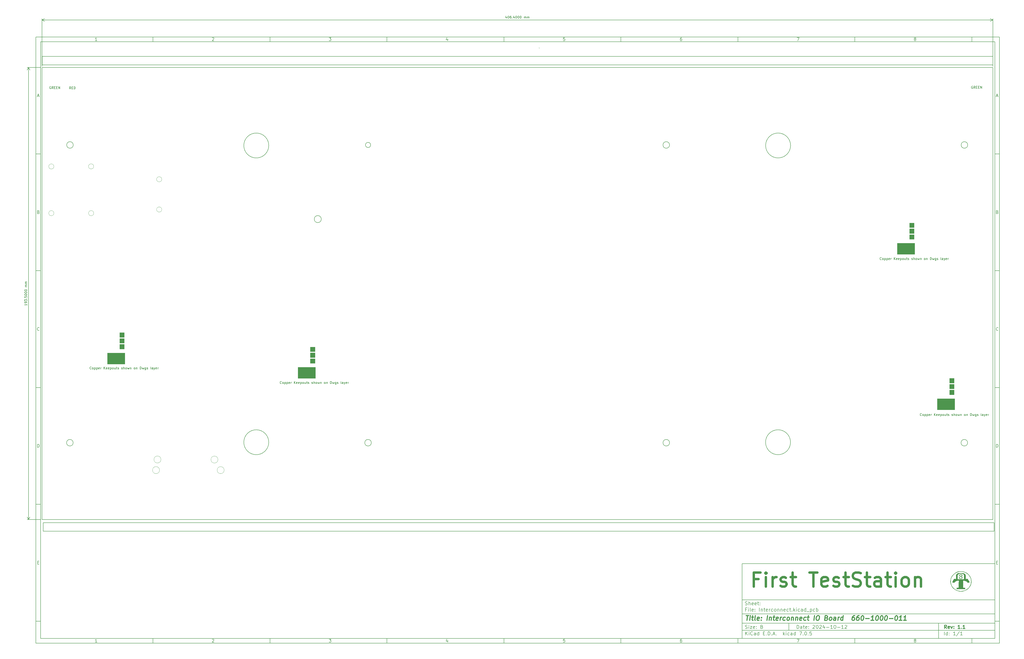
<source format=gbr>
G04 #@! TF.GenerationSoftware,KiCad,Pcbnew,7.0.5*
G04 #@! TF.CreationDate,2025-02-05T20:13:06-05:00*
G04 #@! TF.ProjectId,Interconnect,496e7465-7263-46f6-9e6e-6563742e6b69,1.1*
G04 #@! TF.SameCoordinates,Original*
G04 #@! TF.FileFunction,Other,Comment*
%FSLAX46Y46*%
G04 Gerber Fmt 4.6, Leading zero omitted, Abs format (unit mm)*
G04 Created by KiCad (PCBNEW 7.0.5) date 2025-02-05 20:13:06*
%MOMM*%
%LPD*%
G01*
G04 APERTURE LIST*
%ADD10C,0.100000*%
%ADD11C,0.150000*%
%ADD12C,0.300000*%
%ADD13C,0.400000*%
%ADD14C,1.000000*%
G04 #@! TA.AperFunction,Profile*
%ADD15C,0.100000*%
G04 #@! TD*
G04 #@! TA.AperFunction,Profile*
%ADD16C,0.160000*%
G04 #@! TD*
G04 APERTURE END LIST*
D10*
D11*
X311800000Y-235400000D02*
X419800000Y-235400000D01*
X419800000Y-267400000D01*
X311800000Y-267400000D01*
X311800000Y-235400000D01*
D10*
D11*
X10000000Y-10000000D02*
X421800000Y-10000000D01*
X421800000Y-269400000D01*
X10000000Y-269400000D01*
X10000000Y-10000000D01*
D10*
D11*
X12000000Y-12000000D02*
X419800000Y-12000000D01*
X419800000Y-267400000D01*
X12000000Y-267400000D01*
X12000000Y-12000000D01*
D10*
D11*
X60000000Y-12000000D02*
X60000000Y-10000000D01*
D10*
D11*
X110000000Y-12000000D02*
X110000000Y-10000000D01*
D10*
D11*
X160000000Y-12000000D02*
X160000000Y-10000000D01*
D10*
D11*
X210000000Y-12000000D02*
X210000000Y-10000000D01*
D10*
D11*
X260000000Y-12000000D02*
X260000000Y-10000000D01*
D10*
D11*
X310000000Y-12000000D02*
X310000000Y-10000000D01*
D10*
D11*
X360000000Y-12000000D02*
X360000000Y-10000000D01*
D10*
D11*
X410000000Y-12000000D02*
X410000000Y-10000000D01*
D10*
D11*
X36089160Y-11593604D02*
X35346303Y-11593604D01*
X35717731Y-11593604D02*
X35717731Y-10293604D01*
X35717731Y-10293604D02*
X35593922Y-10479319D01*
X35593922Y-10479319D02*
X35470112Y-10603128D01*
X35470112Y-10603128D02*
X35346303Y-10665033D01*
D10*
D11*
X85346303Y-10417414D02*
X85408207Y-10355509D01*
X85408207Y-10355509D02*
X85532017Y-10293604D01*
X85532017Y-10293604D02*
X85841541Y-10293604D01*
X85841541Y-10293604D02*
X85965350Y-10355509D01*
X85965350Y-10355509D02*
X86027255Y-10417414D01*
X86027255Y-10417414D02*
X86089160Y-10541223D01*
X86089160Y-10541223D02*
X86089160Y-10665033D01*
X86089160Y-10665033D02*
X86027255Y-10850747D01*
X86027255Y-10850747D02*
X85284398Y-11593604D01*
X85284398Y-11593604D02*
X86089160Y-11593604D01*
D10*
D11*
X135284398Y-10293604D02*
X136089160Y-10293604D01*
X136089160Y-10293604D02*
X135655826Y-10788842D01*
X135655826Y-10788842D02*
X135841541Y-10788842D01*
X135841541Y-10788842D02*
X135965350Y-10850747D01*
X135965350Y-10850747D02*
X136027255Y-10912652D01*
X136027255Y-10912652D02*
X136089160Y-11036461D01*
X136089160Y-11036461D02*
X136089160Y-11345985D01*
X136089160Y-11345985D02*
X136027255Y-11469795D01*
X136027255Y-11469795D02*
X135965350Y-11531700D01*
X135965350Y-11531700D02*
X135841541Y-11593604D01*
X135841541Y-11593604D02*
X135470112Y-11593604D01*
X135470112Y-11593604D02*
X135346303Y-11531700D01*
X135346303Y-11531700D02*
X135284398Y-11469795D01*
D10*
D11*
X185965350Y-10726938D02*
X185965350Y-11593604D01*
X185655826Y-10231700D02*
X185346303Y-11160271D01*
X185346303Y-11160271D02*
X186151064Y-11160271D01*
D10*
D11*
X236027255Y-10293604D02*
X235408207Y-10293604D01*
X235408207Y-10293604D02*
X235346303Y-10912652D01*
X235346303Y-10912652D02*
X235408207Y-10850747D01*
X235408207Y-10850747D02*
X235532017Y-10788842D01*
X235532017Y-10788842D02*
X235841541Y-10788842D01*
X235841541Y-10788842D02*
X235965350Y-10850747D01*
X235965350Y-10850747D02*
X236027255Y-10912652D01*
X236027255Y-10912652D02*
X236089160Y-11036461D01*
X236089160Y-11036461D02*
X236089160Y-11345985D01*
X236089160Y-11345985D02*
X236027255Y-11469795D01*
X236027255Y-11469795D02*
X235965350Y-11531700D01*
X235965350Y-11531700D02*
X235841541Y-11593604D01*
X235841541Y-11593604D02*
X235532017Y-11593604D01*
X235532017Y-11593604D02*
X235408207Y-11531700D01*
X235408207Y-11531700D02*
X235346303Y-11469795D01*
D10*
D11*
X285965350Y-10293604D02*
X285717731Y-10293604D01*
X285717731Y-10293604D02*
X285593922Y-10355509D01*
X285593922Y-10355509D02*
X285532017Y-10417414D01*
X285532017Y-10417414D02*
X285408207Y-10603128D01*
X285408207Y-10603128D02*
X285346303Y-10850747D01*
X285346303Y-10850747D02*
X285346303Y-11345985D01*
X285346303Y-11345985D02*
X285408207Y-11469795D01*
X285408207Y-11469795D02*
X285470112Y-11531700D01*
X285470112Y-11531700D02*
X285593922Y-11593604D01*
X285593922Y-11593604D02*
X285841541Y-11593604D01*
X285841541Y-11593604D02*
X285965350Y-11531700D01*
X285965350Y-11531700D02*
X286027255Y-11469795D01*
X286027255Y-11469795D02*
X286089160Y-11345985D01*
X286089160Y-11345985D02*
X286089160Y-11036461D01*
X286089160Y-11036461D02*
X286027255Y-10912652D01*
X286027255Y-10912652D02*
X285965350Y-10850747D01*
X285965350Y-10850747D02*
X285841541Y-10788842D01*
X285841541Y-10788842D02*
X285593922Y-10788842D01*
X285593922Y-10788842D02*
X285470112Y-10850747D01*
X285470112Y-10850747D02*
X285408207Y-10912652D01*
X285408207Y-10912652D02*
X285346303Y-11036461D01*
D10*
D11*
X335284398Y-10293604D02*
X336151064Y-10293604D01*
X336151064Y-10293604D02*
X335593922Y-11593604D01*
D10*
D11*
X385593922Y-10850747D02*
X385470112Y-10788842D01*
X385470112Y-10788842D02*
X385408207Y-10726938D01*
X385408207Y-10726938D02*
X385346303Y-10603128D01*
X385346303Y-10603128D02*
X385346303Y-10541223D01*
X385346303Y-10541223D02*
X385408207Y-10417414D01*
X385408207Y-10417414D02*
X385470112Y-10355509D01*
X385470112Y-10355509D02*
X385593922Y-10293604D01*
X385593922Y-10293604D02*
X385841541Y-10293604D01*
X385841541Y-10293604D02*
X385965350Y-10355509D01*
X385965350Y-10355509D02*
X386027255Y-10417414D01*
X386027255Y-10417414D02*
X386089160Y-10541223D01*
X386089160Y-10541223D02*
X386089160Y-10603128D01*
X386089160Y-10603128D02*
X386027255Y-10726938D01*
X386027255Y-10726938D02*
X385965350Y-10788842D01*
X385965350Y-10788842D02*
X385841541Y-10850747D01*
X385841541Y-10850747D02*
X385593922Y-10850747D01*
X385593922Y-10850747D02*
X385470112Y-10912652D01*
X385470112Y-10912652D02*
X385408207Y-10974557D01*
X385408207Y-10974557D02*
X385346303Y-11098366D01*
X385346303Y-11098366D02*
X385346303Y-11345985D01*
X385346303Y-11345985D02*
X385408207Y-11469795D01*
X385408207Y-11469795D02*
X385470112Y-11531700D01*
X385470112Y-11531700D02*
X385593922Y-11593604D01*
X385593922Y-11593604D02*
X385841541Y-11593604D01*
X385841541Y-11593604D02*
X385965350Y-11531700D01*
X385965350Y-11531700D02*
X386027255Y-11469795D01*
X386027255Y-11469795D02*
X386089160Y-11345985D01*
X386089160Y-11345985D02*
X386089160Y-11098366D01*
X386089160Y-11098366D02*
X386027255Y-10974557D01*
X386027255Y-10974557D02*
X385965350Y-10912652D01*
X385965350Y-10912652D02*
X385841541Y-10850747D01*
D10*
D11*
X60000000Y-267400000D02*
X60000000Y-269400000D01*
D10*
D11*
X110000000Y-267400000D02*
X110000000Y-269400000D01*
D10*
D11*
X160000000Y-267400000D02*
X160000000Y-269400000D01*
D10*
D11*
X210000000Y-267400000D02*
X210000000Y-269400000D01*
D10*
D11*
X260000000Y-267400000D02*
X260000000Y-269400000D01*
D10*
D11*
X310000000Y-267400000D02*
X310000000Y-269400000D01*
D10*
D11*
X360000000Y-267400000D02*
X360000000Y-269400000D01*
D10*
D11*
X410000000Y-267400000D02*
X410000000Y-269400000D01*
D10*
D11*
X36089160Y-268993604D02*
X35346303Y-268993604D01*
X35717731Y-268993604D02*
X35717731Y-267693604D01*
X35717731Y-267693604D02*
X35593922Y-267879319D01*
X35593922Y-267879319D02*
X35470112Y-268003128D01*
X35470112Y-268003128D02*
X35346303Y-268065033D01*
D10*
D11*
X85346303Y-267817414D02*
X85408207Y-267755509D01*
X85408207Y-267755509D02*
X85532017Y-267693604D01*
X85532017Y-267693604D02*
X85841541Y-267693604D01*
X85841541Y-267693604D02*
X85965350Y-267755509D01*
X85965350Y-267755509D02*
X86027255Y-267817414D01*
X86027255Y-267817414D02*
X86089160Y-267941223D01*
X86089160Y-267941223D02*
X86089160Y-268065033D01*
X86089160Y-268065033D02*
X86027255Y-268250747D01*
X86027255Y-268250747D02*
X85284398Y-268993604D01*
X85284398Y-268993604D02*
X86089160Y-268993604D01*
D10*
D11*
X135284398Y-267693604D02*
X136089160Y-267693604D01*
X136089160Y-267693604D02*
X135655826Y-268188842D01*
X135655826Y-268188842D02*
X135841541Y-268188842D01*
X135841541Y-268188842D02*
X135965350Y-268250747D01*
X135965350Y-268250747D02*
X136027255Y-268312652D01*
X136027255Y-268312652D02*
X136089160Y-268436461D01*
X136089160Y-268436461D02*
X136089160Y-268745985D01*
X136089160Y-268745985D02*
X136027255Y-268869795D01*
X136027255Y-268869795D02*
X135965350Y-268931700D01*
X135965350Y-268931700D02*
X135841541Y-268993604D01*
X135841541Y-268993604D02*
X135470112Y-268993604D01*
X135470112Y-268993604D02*
X135346303Y-268931700D01*
X135346303Y-268931700D02*
X135284398Y-268869795D01*
D10*
D11*
X185965350Y-268126938D02*
X185965350Y-268993604D01*
X185655826Y-267631700D02*
X185346303Y-268560271D01*
X185346303Y-268560271D02*
X186151064Y-268560271D01*
D10*
D11*
X236027255Y-267693604D02*
X235408207Y-267693604D01*
X235408207Y-267693604D02*
X235346303Y-268312652D01*
X235346303Y-268312652D02*
X235408207Y-268250747D01*
X235408207Y-268250747D02*
X235532017Y-268188842D01*
X235532017Y-268188842D02*
X235841541Y-268188842D01*
X235841541Y-268188842D02*
X235965350Y-268250747D01*
X235965350Y-268250747D02*
X236027255Y-268312652D01*
X236027255Y-268312652D02*
X236089160Y-268436461D01*
X236089160Y-268436461D02*
X236089160Y-268745985D01*
X236089160Y-268745985D02*
X236027255Y-268869795D01*
X236027255Y-268869795D02*
X235965350Y-268931700D01*
X235965350Y-268931700D02*
X235841541Y-268993604D01*
X235841541Y-268993604D02*
X235532017Y-268993604D01*
X235532017Y-268993604D02*
X235408207Y-268931700D01*
X235408207Y-268931700D02*
X235346303Y-268869795D01*
D10*
D11*
X285965350Y-267693604D02*
X285717731Y-267693604D01*
X285717731Y-267693604D02*
X285593922Y-267755509D01*
X285593922Y-267755509D02*
X285532017Y-267817414D01*
X285532017Y-267817414D02*
X285408207Y-268003128D01*
X285408207Y-268003128D02*
X285346303Y-268250747D01*
X285346303Y-268250747D02*
X285346303Y-268745985D01*
X285346303Y-268745985D02*
X285408207Y-268869795D01*
X285408207Y-268869795D02*
X285470112Y-268931700D01*
X285470112Y-268931700D02*
X285593922Y-268993604D01*
X285593922Y-268993604D02*
X285841541Y-268993604D01*
X285841541Y-268993604D02*
X285965350Y-268931700D01*
X285965350Y-268931700D02*
X286027255Y-268869795D01*
X286027255Y-268869795D02*
X286089160Y-268745985D01*
X286089160Y-268745985D02*
X286089160Y-268436461D01*
X286089160Y-268436461D02*
X286027255Y-268312652D01*
X286027255Y-268312652D02*
X285965350Y-268250747D01*
X285965350Y-268250747D02*
X285841541Y-268188842D01*
X285841541Y-268188842D02*
X285593922Y-268188842D01*
X285593922Y-268188842D02*
X285470112Y-268250747D01*
X285470112Y-268250747D02*
X285408207Y-268312652D01*
X285408207Y-268312652D02*
X285346303Y-268436461D01*
D10*
D11*
X335284398Y-267693604D02*
X336151064Y-267693604D01*
X336151064Y-267693604D02*
X335593922Y-268993604D01*
D10*
D11*
X385593922Y-268250747D02*
X385470112Y-268188842D01*
X385470112Y-268188842D02*
X385408207Y-268126938D01*
X385408207Y-268126938D02*
X385346303Y-268003128D01*
X385346303Y-268003128D02*
X385346303Y-267941223D01*
X385346303Y-267941223D02*
X385408207Y-267817414D01*
X385408207Y-267817414D02*
X385470112Y-267755509D01*
X385470112Y-267755509D02*
X385593922Y-267693604D01*
X385593922Y-267693604D02*
X385841541Y-267693604D01*
X385841541Y-267693604D02*
X385965350Y-267755509D01*
X385965350Y-267755509D02*
X386027255Y-267817414D01*
X386027255Y-267817414D02*
X386089160Y-267941223D01*
X386089160Y-267941223D02*
X386089160Y-268003128D01*
X386089160Y-268003128D02*
X386027255Y-268126938D01*
X386027255Y-268126938D02*
X385965350Y-268188842D01*
X385965350Y-268188842D02*
X385841541Y-268250747D01*
X385841541Y-268250747D02*
X385593922Y-268250747D01*
X385593922Y-268250747D02*
X385470112Y-268312652D01*
X385470112Y-268312652D02*
X385408207Y-268374557D01*
X385408207Y-268374557D02*
X385346303Y-268498366D01*
X385346303Y-268498366D02*
X385346303Y-268745985D01*
X385346303Y-268745985D02*
X385408207Y-268869795D01*
X385408207Y-268869795D02*
X385470112Y-268931700D01*
X385470112Y-268931700D02*
X385593922Y-268993604D01*
X385593922Y-268993604D02*
X385841541Y-268993604D01*
X385841541Y-268993604D02*
X385965350Y-268931700D01*
X385965350Y-268931700D02*
X386027255Y-268869795D01*
X386027255Y-268869795D02*
X386089160Y-268745985D01*
X386089160Y-268745985D02*
X386089160Y-268498366D01*
X386089160Y-268498366D02*
X386027255Y-268374557D01*
X386027255Y-268374557D02*
X385965350Y-268312652D01*
X385965350Y-268312652D02*
X385841541Y-268250747D01*
D10*
D11*
X10000000Y-60000000D02*
X12000000Y-60000000D01*
D10*
D11*
X10000000Y-110000000D02*
X12000000Y-110000000D01*
D10*
D11*
X10000000Y-160000000D02*
X12000000Y-160000000D01*
D10*
D11*
X10000000Y-210000000D02*
X12000000Y-210000000D01*
D10*
D11*
X10000000Y-260000000D02*
X12000000Y-260000000D01*
D10*
D11*
X10690476Y-35222176D02*
X11309523Y-35222176D01*
X10566666Y-35593604D02*
X10999999Y-34293604D01*
X10999999Y-34293604D02*
X11433333Y-35593604D01*
D10*
D11*
X11092857Y-84912652D02*
X11278571Y-84974557D01*
X11278571Y-84974557D02*
X11340476Y-85036461D01*
X11340476Y-85036461D02*
X11402380Y-85160271D01*
X11402380Y-85160271D02*
X11402380Y-85345985D01*
X11402380Y-85345985D02*
X11340476Y-85469795D01*
X11340476Y-85469795D02*
X11278571Y-85531700D01*
X11278571Y-85531700D02*
X11154761Y-85593604D01*
X11154761Y-85593604D02*
X10659523Y-85593604D01*
X10659523Y-85593604D02*
X10659523Y-84293604D01*
X10659523Y-84293604D02*
X11092857Y-84293604D01*
X11092857Y-84293604D02*
X11216666Y-84355509D01*
X11216666Y-84355509D02*
X11278571Y-84417414D01*
X11278571Y-84417414D02*
X11340476Y-84541223D01*
X11340476Y-84541223D02*
X11340476Y-84665033D01*
X11340476Y-84665033D02*
X11278571Y-84788842D01*
X11278571Y-84788842D02*
X11216666Y-84850747D01*
X11216666Y-84850747D02*
X11092857Y-84912652D01*
X11092857Y-84912652D02*
X10659523Y-84912652D01*
D10*
D11*
X11402380Y-135469795D02*
X11340476Y-135531700D01*
X11340476Y-135531700D02*
X11154761Y-135593604D01*
X11154761Y-135593604D02*
X11030952Y-135593604D01*
X11030952Y-135593604D02*
X10845238Y-135531700D01*
X10845238Y-135531700D02*
X10721428Y-135407890D01*
X10721428Y-135407890D02*
X10659523Y-135284080D01*
X10659523Y-135284080D02*
X10597619Y-135036461D01*
X10597619Y-135036461D02*
X10597619Y-134850747D01*
X10597619Y-134850747D02*
X10659523Y-134603128D01*
X10659523Y-134603128D02*
X10721428Y-134479319D01*
X10721428Y-134479319D02*
X10845238Y-134355509D01*
X10845238Y-134355509D02*
X11030952Y-134293604D01*
X11030952Y-134293604D02*
X11154761Y-134293604D01*
X11154761Y-134293604D02*
X11340476Y-134355509D01*
X11340476Y-134355509D02*
X11402380Y-134417414D01*
D10*
D11*
X10659523Y-185593604D02*
X10659523Y-184293604D01*
X10659523Y-184293604D02*
X10969047Y-184293604D01*
X10969047Y-184293604D02*
X11154761Y-184355509D01*
X11154761Y-184355509D02*
X11278571Y-184479319D01*
X11278571Y-184479319D02*
X11340476Y-184603128D01*
X11340476Y-184603128D02*
X11402380Y-184850747D01*
X11402380Y-184850747D02*
X11402380Y-185036461D01*
X11402380Y-185036461D02*
X11340476Y-185284080D01*
X11340476Y-185284080D02*
X11278571Y-185407890D01*
X11278571Y-185407890D02*
X11154761Y-185531700D01*
X11154761Y-185531700D02*
X10969047Y-185593604D01*
X10969047Y-185593604D02*
X10659523Y-185593604D01*
D10*
D11*
X10721428Y-234912652D02*
X11154762Y-234912652D01*
X11340476Y-235593604D02*
X10721428Y-235593604D01*
X10721428Y-235593604D02*
X10721428Y-234293604D01*
X10721428Y-234293604D02*
X11340476Y-234293604D01*
D10*
D11*
X421800000Y-60000000D02*
X419800000Y-60000000D01*
D10*
D11*
X421800000Y-110000000D02*
X419800000Y-110000000D01*
D10*
D11*
X421800000Y-160000000D02*
X419800000Y-160000000D01*
D10*
D11*
X421800000Y-210000000D02*
X419800000Y-210000000D01*
D10*
D11*
X421800000Y-260000000D02*
X419800000Y-260000000D01*
D10*
D11*
X420490476Y-35222176D02*
X421109523Y-35222176D01*
X420366666Y-35593604D02*
X420799999Y-34293604D01*
X420799999Y-34293604D02*
X421233333Y-35593604D01*
D10*
D11*
X420892857Y-84912652D02*
X421078571Y-84974557D01*
X421078571Y-84974557D02*
X421140476Y-85036461D01*
X421140476Y-85036461D02*
X421202380Y-85160271D01*
X421202380Y-85160271D02*
X421202380Y-85345985D01*
X421202380Y-85345985D02*
X421140476Y-85469795D01*
X421140476Y-85469795D02*
X421078571Y-85531700D01*
X421078571Y-85531700D02*
X420954761Y-85593604D01*
X420954761Y-85593604D02*
X420459523Y-85593604D01*
X420459523Y-85593604D02*
X420459523Y-84293604D01*
X420459523Y-84293604D02*
X420892857Y-84293604D01*
X420892857Y-84293604D02*
X421016666Y-84355509D01*
X421016666Y-84355509D02*
X421078571Y-84417414D01*
X421078571Y-84417414D02*
X421140476Y-84541223D01*
X421140476Y-84541223D02*
X421140476Y-84665033D01*
X421140476Y-84665033D02*
X421078571Y-84788842D01*
X421078571Y-84788842D02*
X421016666Y-84850747D01*
X421016666Y-84850747D02*
X420892857Y-84912652D01*
X420892857Y-84912652D02*
X420459523Y-84912652D01*
D10*
D11*
X421202380Y-135469795D02*
X421140476Y-135531700D01*
X421140476Y-135531700D02*
X420954761Y-135593604D01*
X420954761Y-135593604D02*
X420830952Y-135593604D01*
X420830952Y-135593604D02*
X420645238Y-135531700D01*
X420645238Y-135531700D02*
X420521428Y-135407890D01*
X420521428Y-135407890D02*
X420459523Y-135284080D01*
X420459523Y-135284080D02*
X420397619Y-135036461D01*
X420397619Y-135036461D02*
X420397619Y-134850747D01*
X420397619Y-134850747D02*
X420459523Y-134603128D01*
X420459523Y-134603128D02*
X420521428Y-134479319D01*
X420521428Y-134479319D02*
X420645238Y-134355509D01*
X420645238Y-134355509D02*
X420830952Y-134293604D01*
X420830952Y-134293604D02*
X420954761Y-134293604D01*
X420954761Y-134293604D02*
X421140476Y-134355509D01*
X421140476Y-134355509D02*
X421202380Y-134417414D01*
D10*
D11*
X420459523Y-185593604D02*
X420459523Y-184293604D01*
X420459523Y-184293604D02*
X420769047Y-184293604D01*
X420769047Y-184293604D02*
X420954761Y-184355509D01*
X420954761Y-184355509D02*
X421078571Y-184479319D01*
X421078571Y-184479319D02*
X421140476Y-184603128D01*
X421140476Y-184603128D02*
X421202380Y-184850747D01*
X421202380Y-184850747D02*
X421202380Y-185036461D01*
X421202380Y-185036461D02*
X421140476Y-185284080D01*
X421140476Y-185284080D02*
X421078571Y-185407890D01*
X421078571Y-185407890D02*
X420954761Y-185531700D01*
X420954761Y-185531700D02*
X420769047Y-185593604D01*
X420769047Y-185593604D02*
X420459523Y-185593604D01*
D10*
D11*
X420521428Y-234912652D02*
X420954762Y-234912652D01*
X421140476Y-235593604D02*
X420521428Y-235593604D01*
X420521428Y-235593604D02*
X420521428Y-234293604D01*
X420521428Y-234293604D02*
X421140476Y-234293604D01*
D10*
D11*
X335255826Y-263186128D02*
X335255826Y-261686128D01*
X335255826Y-261686128D02*
X335612969Y-261686128D01*
X335612969Y-261686128D02*
X335827255Y-261757557D01*
X335827255Y-261757557D02*
X335970112Y-261900414D01*
X335970112Y-261900414D02*
X336041541Y-262043271D01*
X336041541Y-262043271D02*
X336112969Y-262328985D01*
X336112969Y-262328985D02*
X336112969Y-262543271D01*
X336112969Y-262543271D02*
X336041541Y-262828985D01*
X336041541Y-262828985D02*
X335970112Y-262971842D01*
X335970112Y-262971842D02*
X335827255Y-263114700D01*
X335827255Y-263114700D02*
X335612969Y-263186128D01*
X335612969Y-263186128D02*
X335255826Y-263186128D01*
X337398684Y-263186128D02*
X337398684Y-262400414D01*
X337398684Y-262400414D02*
X337327255Y-262257557D01*
X337327255Y-262257557D02*
X337184398Y-262186128D01*
X337184398Y-262186128D02*
X336898684Y-262186128D01*
X336898684Y-262186128D02*
X336755826Y-262257557D01*
X337398684Y-263114700D02*
X337255826Y-263186128D01*
X337255826Y-263186128D02*
X336898684Y-263186128D01*
X336898684Y-263186128D02*
X336755826Y-263114700D01*
X336755826Y-263114700D02*
X336684398Y-262971842D01*
X336684398Y-262971842D02*
X336684398Y-262828985D01*
X336684398Y-262828985D02*
X336755826Y-262686128D01*
X336755826Y-262686128D02*
X336898684Y-262614700D01*
X336898684Y-262614700D02*
X337255826Y-262614700D01*
X337255826Y-262614700D02*
X337398684Y-262543271D01*
X337898684Y-262186128D02*
X338470112Y-262186128D01*
X338112969Y-261686128D02*
X338112969Y-262971842D01*
X338112969Y-262971842D02*
X338184398Y-263114700D01*
X338184398Y-263114700D02*
X338327255Y-263186128D01*
X338327255Y-263186128D02*
X338470112Y-263186128D01*
X339541541Y-263114700D02*
X339398684Y-263186128D01*
X339398684Y-263186128D02*
X339112970Y-263186128D01*
X339112970Y-263186128D02*
X338970112Y-263114700D01*
X338970112Y-263114700D02*
X338898684Y-262971842D01*
X338898684Y-262971842D02*
X338898684Y-262400414D01*
X338898684Y-262400414D02*
X338970112Y-262257557D01*
X338970112Y-262257557D02*
X339112970Y-262186128D01*
X339112970Y-262186128D02*
X339398684Y-262186128D01*
X339398684Y-262186128D02*
X339541541Y-262257557D01*
X339541541Y-262257557D02*
X339612970Y-262400414D01*
X339612970Y-262400414D02*
X339612970Y-262543271D01*
X339612970Y-262543271D02*
X338898684Y-262686128D01*
X340255826Y-263043271D02*
X340327255Y-263114700D01*
X340327255Y-263114700D02*
X340255826Y-263186128D01*
X340255826Y-263186128D02*
X340184398Y-263114700D01*
X340184398Y-263114700D02*
X340255826Y-263043271D01*
X340255826Y-263043271D02*
X340255826Y-263186128D01*
X340255826Y-262257557D02*
X340327255Y-262328985D01*
X340327255Y-262328985D02*
X340255826Y-262400414D01*
X340255826Y-262400414D02*
X340184398Y-262328985D01*
X340184398Y-262328985D02*
X340255826Y-262257557D01*
X340255826Y-262257557D02*
X340255826Y-262400414D01*
X342041541Y-261828985D02*
X342112969Y-261757557D01*
X342112969Y-261757557D02*
X342255827Y-261686128D01*
X342255827Y-261686128D02*
X342612969Y-261686128D01*
X342612969Y-261686128D02*
X342755827Y-261757557D01*
X342755827Y-261757557D02*
X342827255Y-261828985D01*
X342827255Y-261828985D02*
X342898684Y-261971842D01*
X342898684Y-261971842D02*
X342898684Y-262114700D01*
X342898684Y-262114700D02*
X342827255Y-262328985D01*
X342827255Y-262328985D02*
X341970112Y-263186128D01*
X341970112Y-263186128D02*
X342898684Y-263186128D01*
X343827255Y-261686128D02*
X343970112Y-261686128D01*
X343970112Y-261686128D02*
X344112969Y-261757557D01*
X344112969Y-261757557D02*
X344184398Y-261828985D01*
X344184398Y-261828985D02*
X344255826Y-261971842D01*
X344255826Y-261971842D02*
X344327255Y-262257557D01*
X344327255Y-262257557D02*
X344327255Y-262614700D01*
X344327255Y-262614700D02*
X344255826Y-262900414D01*
X344255826Y-262900414D02*
X344184398Y-263043271D01*
X344184398Y-263043271D02*
X344112969Y-263114700D01*
X344112969Y-263114700D02*
X343970112Y-263186128D01*
X343970112Y-263186128D02*
X343827255Y-263186128D01*
X343827255Y-263186128D02*
X343684398Y-263114700D01*
X343684398Y-263114700D02*
X343612969Y-263043271D01*
X343612969Y-263043271D02*
X343541540Y-262900414D01*
X343541540Y-262900414D02*
X343470112Y-262614700D01*
X343470112Y-262614700D02*
X343470112Y-262257557D01*
X343470112Y-262257557D02*
X343541540Y-261971842D01*
X343541540Y-261971842D02*
X343612969Y-261828985D01*
X343612969Y-261828985D02*
X343684398Y-261757557D01*
X343684398Y-261757557D02*
X343827255Y-261686128D01*
X344898683Y-261828985D02*
X344970111Y-261757557D01*
X344970111Y-261757557D02*
X345112969Y-261686128D01*
X345112969Y-261686128D02*
X345470111Y-261686128D01*
X345470111Y-261686128D02*
X345612969Y-261757557D01*
X345612969Y-261757557D02*
X345684397Y-261828985D01*
X345684397Y-261828985D02*
X345755826Y-261971842D01*
X345755826Y-261971842D02*
X345755826Y-262114700D01*
X345755826Y-262114700D02*
X345684397Y-262328985D01*
X345684397Y-262328985D02*
X344827254Y-263186128D01*
X344827254Y-263186128D02*
X345755826Y-263186128D01*
X347041540Y-262186128D02*
X347041540Y-263186128D01*
X346684397Y-261614700D02*
X346327254Y-262686128D01*
X346327254Y-262686128D02*
X347255825Y-262686128D01*
X347827253Y-262614700D02*
X348970111Y-262614700D01*
X350470111Y-263186128D02*
X349612968Y-263186128D01*
X350041539Y-263186128D02*
X350041539Y-261686128D01*
X350041539Y-261686128D02*
X349898682Y-261900414D01*
X349898682Y-261900414D02*
X349755825Y-262043271D01*
X349755825Y-262043271D02*
X349612968Y-262114700D01*
X351398682Y-261686128D02*
X351541539Y-261686128D01*
X351541539Y-261686128D02*
X351684396Y-261757557D01*
X351684396Y-261757557D02*
X351755825Y-261828985D01*
X351755825Y-261828985D02*
X351827253Y-261971842D01*
X351827253Y-261971842D02*
X351898682Y-262257557D01*
X351898682Y-262257557D02*
X351898682Y-262614700D01*
X351898682Y-262614700D02*
X351827253Y-262900414D01*
X351827253Y-262900414D02*
X351755825Y-263043271D01*
X351755825Y-263043271D02*
X351684396Y-263114700D01*
X351684396Y-263114700D02*
X351541539Y-263186128D01*
X351541539Y-263186128D02*
X351398682Y-263186128D01*
X351398682Y-263186128D02*
X351255825Y-263114700D01*
X351255825Y-263114700D02*
X351184396Y-263043271D01*
X351184396Y-263043271D02*
X351112967Y-262900414D01*
X351112967Y-262900414D02*
X351041539Y-262614700D01*
X351041539Y-262614700D02*
X351041539Y-262257557D01*
X351041539Y-262257557D02*
X351112967Y-261971842D01*
X351112967Y-261971842D02*
X351184396Y-261828985D01*
X351184396Y-261828985D02*
X351255825Y-261757557D01*
X351255825Y-261757557D02*
X351398682Y-261686128D01*
X352541538Y-262614700D02*
X353684396Y-262614700D01*
X355184396Y-263186128D02*
X354327253Y-263186128D01*
X354755824Y-263186128D02*
X354755824Y-261686128D01*
X354755824Y-261686128D02*
X354612967Y-261900414D01*
X354612967Y-261900414D02*
X354470110Y-262043271D01*
X354470110Y-262043271D02*
X354327253Y-262114700D01*
X355755824Y-261828985D02*
X355827252Y-261757557D01*
X355827252Y-261757557D02*
X355970110Y-261686128D01*
X355970110Y-261686128D02*
X356327252Y-261686128D01*
X356327252Y-261686128D02*
X356470110Y-261757557D01*
X356470110Y-261757557D02*
X356541538Y-261828985D01*
X356541538Y-261828985D02*
X356612967Y-261971842D01*
X356612967Y-261971842D02*
X356612967Y-262114700D01*
X356612967Y-262114700D02*
X356541538Y-262328985D01*
X356541538Y-262328985D02*
X355684395Y-263186128D01*
X355684395Y-263186128D02*
X356612967Y-263186128D01*
D10*
D11*
X311800000Y-263900000D02*
X419800000Y-263900000D01*
D10*
D11*
X313255826Y-265986128D02*
X313255826Y-264486128D01*
X314112969Y-265986128D02*
X313470112Y-265128985D01*
X314112969Y-264486128D02*
X313255826Y-265343271D01*
X314755826Y-265986128D02*
X314755826Y-264986128D01*
X314755826Y-264486128D02*
X314684398Y-264557557D01*
X314684398Y-264557557D02*
X314755826Y-264628985D01*
X314755826Y-264628985D02*
X314827255Y-264557557D01*
X314827255Y-264557557D02*
X314755826Y-264486128D01*
X314755826Y-264486128D02*
X314755826Y-264628985D01*
X316327255Y-265843271D02*
X316255827Y-265914700D01*
X316255827Y-265914700D02*
X316041541Y-265986128D01*
X316041541Y-265986128D02*
X315898684Y-265986128D01*
X315898684Y-265986128D02*
X315684398Y-265914700D01*
X315684398Y-265914700D02*
X315541541Y-265771842D01*
X315541541Y-265771842D02*
X315470112Y-265628985D01*
X315470112Y-265628985D02*
X315398684Y-265343271D01*
X315398684Y-265343271D02*
X315398684Y-265128985D01*
X315398684Y-265128985D02*
X315470112Y-264843271D01*
X315470112Y-264843271D02*
X315541541Y-264700414D01*
X315541541Y-264700414D02*
X315684398Y-264557557D01*
X315684398Y-264557557D02*
X315898684Y-264486128D01*
X315898684Y-264486128D02*
X316041541Y-264486128D01*
X316041541Y-264486128D02*
X316255827Y-264557557D01*
X316255827Y-264557557D02*
X316327255Y-264628985D01*
X317612970Y-265986128D02*
X317612970Y-265200414D01*
X317612970Y-265200414D02*
X317541541Y-265057557D01*
X317541541Y-265057557D02*
X317398684Y-264986128D01*
X317398684Y-264986128D02*
X317112970Y-264986128D01*
X317112970Y-264986128D02*
X316970112Y-265057557D01*
X317612970Y-265914700D02*
X317470112Y-265986128D01*
X317470112Y-265986128D02*
X317112970Y-265986128D01*
X317112970Y-265986128D02*
X316970112Y-265914700D01*
X316970112Y-265914700D02*
X316898684Y-265771842D01*
X316898684Y-265771842D02*
X316898684Y-265628985D01*
X316898684Y-265628985D02*
X316970112Y-265486128D01*
X316970112Y-265486128D02*
X317112970Y-265414700D01*
X317112970Y-265414700D02*
X317470112Y-265414700D01*
X317470112Y-265414700D02*
X317612970Y-265343271D01*
X318970113Y-265986128D02*
X318970113Y-264486128D01*
X318970113Y-265914700D02*
X318827255Y-265986128D01*
X318827255Y-265986128D02*
X318541541Y-265986128D01*
X318541541Y-265986128D02*
X318398684Y-265914700D01*
X318398684Y-265914700D02*
X318327255Y-265843271D01*
X318327255Y-265843271D02*
X318255827Y-265700414D01*
X318255827Y-265700414D02*
X318255827Y-265271842D01*
X318255827Y-265271842D02*
X318327255Y-265128985D01*
X318327255Y-265128985D02*
X318398684Y-265057557D01*
X318398684Y-265057557D02*
X318541541Y-264986128D01*
X318541541Y-264986128D02*
X318827255Y-264986128D01*
X318827255Y-264986128D02*
X318970113Y-265057557D01*
X320827255Y-265200414D02*
X321327255Y-265200414D01*
X321541541Y-265986128D02*
X320827255Y-265986128D01*
X320827255Y-265986128D02*
X320827255Y-264486128D01*
X320827255Y-264486128D02*
X321541541Y-264486128D01*
X322184398Y-265843271D02*
X322255827Y-265914700D01*
X322255827Y-265914700D02*
X322184398Y-265986128D01*
X322184398Y-265986128D02*
X322112970Y-265914700D01*
X322112970Y-265914700D02*
X322184398Y-265843271D01*
X322184398Y-265843271D02*
X322184398Y-265986128D01*
X322898684Y-265986128D02*
X322898684Y-264486128D01*
X322898684Y-264486128D02*
X323255827Y-264486128D01*
X323255827Y-264486128D02*
X323470113Y-264557557D01*
X323470113Y-264557557D02*
X323612970Y-264700414D01*
X323612970Y-264700414D02*
X323684399Y-264843271D01*
X323684399Y-264843271D02*
X323755827Y-265128985D01*
X323755827Y-265128985D02*
X323755827Y-265343271D01*
X323755827Y-265343271D02*
X323684399Y-265628985D01*
X323684399Y-265628985D02*
X323612970Y-265771842D01*
X323612970Y-265771842D02*
X323470113Y-265914700D01*
X323470113Y-265914700D02*
X323255827Y-265986128D01*
X323255827Y-265986128D02*
X322898684Y-265986128D01*
X324398684Y-265843271D02*
X324470113Y-265914700D01*
X324470113Y-265914700D02*
X324398684Y-265986128D01*
X324398684Y-265986128D02*
X324327256Y-265914700D01*
X324327256Y-265914700D02*
X324398684Y-265843271D01*
X324398684Y-265843271D02*
X324398684Y-265986128D01*
X325041542Y-265557557D02*
X325755828Y-265557557D01*
X324898685Y-265986128D02*
X325398685Y-264486128D01*
X325398685Y-264486128D02*
X325898685Y-265986128D01*
X326398684Y-265843271D02*
X326470113Y-265914700D01*
X326470113Y-265914700D02*
X326398684Y-265986128D01*
X326398684Y-265986128D02*
X326327256Y-265914700D01*
X326327256Y-265914700D02*
X326398684Y-265843271D01*
X326398684Y-265843271D02*
X326398684Y-265986128D01*
X329398684Y-265986128D02*
X329398684Y-264486128D01*
X329541542Y-265414700D02*
X329970113Y-265986128D01*
X329970113Y-264986128D02*
X329398684Y-265557557D01*
X330612970Y-265986128D02*
X330612970Y-264986128D01*
X330612970Y-264486128D02*
X330541542Y-264557557D01*
X330541542Y-264557557D02*
X330612970Y-264628985D01*
X330612970Y-264628985D02*
X330684399Y-264557557D01*
X330684399Y-264557557D02*
X330612970Y-264486128D01*
X330612970Y-264486128D02*
X330612970Y-264628985D01*
X331970114Y-265914700D02*
X331827256Y-265986128D01*
X331827256Y-265986128D02*
X331541542Y-265986128D01*
X331541542Y-265986128D02*
X331398685Y-265914700D01*
X331398685Y-265914700D02*
X331327256Y-265843271D01*
X331327256Y-265843271D02*
X331255828Y-265700414D01*
X331255828Y-265700414D02*
X331255828Y-265271842D01*
X331255828Y-265271842D02*
X331327256Y-265128985D01*
X331327256Y-265128985D02*
X331398685Y-265057557D01*
X331398685Y-265057557D02*
X331541542Y-264986128D01*
X331541542Y-264986128D02*
X331827256Y-264986128D01*
X331827256Y-264986128D02*
X331970114Y-265057557D01*
X333255828Y-265986128D02*
X333255828Y-265200414D01*
X333255828Y-265200414D02*
X333184399Y-265057557D01*
X333184399Y-265057557D02*
X333041542Y-264986128D01*
X333041542Y-264986128D02*
X332755828Y-264986128D01*
X332755828Y-264986128D02*
X332612970Y-265057557D01*
X333255828Y-265914700D02*
X333112970Y-265986128D01*
X333112970Y-265986128D02*
X332755828Y-265986128D01*
X332755828Y-265986128D02*
X332612970Y-265914700D01*
X332612970Y-265914700D02*
X332541542Y-265771842D01*
X332541542Y-265771842D02*
X332541542Y-265628985D01*
X332541542Y-265628985D02*
X332612970Y-265486128D01*
X332612970Y-265486128D02*
X332755828Y-265414700D01*
X332755828Y-265414700D02*
X333112970Y-265414700D01*
X333112970Y-265414700D02*
X333255828Y-265343271D01*
X334612971Y-265986128D02*
X334612971Y-264486128D01*
X334612971Y-265914700D02*
X334470113Y-265986128D01*
X334470113Y-265986128D02*
X334184399Y-265986128D01*
X334184399Y-265986128D02*
X334041542Y-265914700D01*
X334041542Y-265914700D02*
X333970113Y-265843271D01*
X333970113Y-265843271D02*
X333898685Y-265700414D01*
X333898685Y-265700414D02*
X333898685Y-265271842D01*
X333898685Y-265271842D02*
X333970113Y-265128985D01*
X333970113Y-265128985D02*
X334041542Y-265057557D01*
X334041542Y-265057557D02*
X334184399Y-264986128D01*
X334184399Y-264986128D02*
X334470113Y-264986128D01*
X334470113Y-264986128D02*
X334612971Y-265057557D01*
X336327256Y-264486128D02*
X337327256Y-264486128D01*
X337327256Y-264486128D02*
X336684399Y-265986128D01*
X337898684Y-265843271D02*
X337970113Y-265914700D01*
X337970113Y-265914700D02*
X337898684Y-265986128D01*
X337898684Y-265986128D02*
X337827256Y-265914700D01*
X337827256Y-265914700D02*
X337898684Y-265843271D01*
X337898684Y-265843271D02*
X337898684Y-265986128D01*
X338898685Y-264486128D02*
X339041542Y-264486128D01*
X339041542Y-264486128D02*
X339184399Y-264557557D01*
X339184399Y-264557557D02*
X339255828Y-264628985D01*
X339255828Y-264628985D02*
X339327256Y-264771842D01*
X339327256Y-264771842D02*
X339398685Y-265057557D01*
X339398685Y-265057557D02*
X339398685Y-265414700D01*
X339398685Y-265414700D02*
X339327256Y-265700414D01*
X339327256Y-265700414D02*
X339255828Y-265843271D01*
X339255828Y-265843271D02*
X339184399Y-265914700D01*
X339184399Y-265914700D02*
X339041542Y-265986128D01*
X339041542Y-265986128D02*
X338898685Y-265986128D01*
X338898685Y-265986128D02*
X338755828Y-265914700D01*
X338755828Y-265914700D02*
X338684399Y-265843271D01*
X338684399Y-265843271D02*
X338612970Y-265700414D01*
X338612970Y-265700414D02*
X338541542Y-265414700D01*
X338541542Y-265414700D02*
X338541542Y-265057557D01*
X338541542Y-265057557D02*
X338612970Y-264771842D01*
X338612970Y-264771842D02*
X338684399Y-264628985D01*
X338684399Y-264628985D02*
X338755828Y-264557557D01*
X338755828Y-264557557D02*
X338898685Y-264486128D01*
X340041541Y-265843271D02*
X340112970Y-265914700D01*
X340112970Y-265914700D02*
X340041541Y-265986128D01*
X340041541Y-265986128D02*
X339970113Y-265914700D01*
X339970113Y-265914700D02*
X340041541Y-265843271D01*
X340041541Y-265843271D02*
X340041541Y-265986128D01*
X341470113Y-264486128D02*
X340755827Y-264486128D01*
X340755827Y-264486128D02*
X340684399Y-265200414D01*
X340684399Y-265200414D02*
X340755827Y-265128985D01*
X340755827Y-265128985D02*
X340898685Y-265057557D01*
X340898685Y-265057557D02*
X341255827Y-265057557D01*
X341255827Y-265057557D02*
X341398685Y-265128985D01*
X341398685Y-265128985D02*
X341470113Y-265200414D01*
X341470113Y-265200414D02*
X341541542Y-265343271D01*
X341541542Y-265343271D02*
X341541542Y-265700414D01*
X341541542Y-265700414D02*
X341470113Y-265843271D01*
X341470113Y-265843271D02*
X341398685Y-265914700D01*
X341398685Y-265914700D02*
X341255827Y-265986128D01*
X341255827Y-265986128D02*
X340898685Y-265986128D01*
X340898685Y-265986128D02*
X340755827Y-265914700D01*
X340755827Y-265914700D02*
X340684399Y-265843271D01*
D10*
D11*
X311800000Y-260900000D02*
X419800000Y-260900000D01*
D10*
D12*
X399211653Y-263178328D02*
X398711653Y-262464042D01*
X398354510Y-263178328D02*
X398354510Y-261678328D01*
X398354510Y-261678328D02*
X398925939Y-261678328D01*
X398925939Y-261678328D02*
X399068796Y-261749757D01*
X399068796Y-261749757D02*
X399140225Y-261821185D01*
X399140225Y-261821185D02*
X399211653Y-261964042D01*
X399211653Y-261964042D02*
X399211653Y-262178328D01*
X399211653Y-262178328D02*
X399140225Y-262321185D01*
X399140225Y-262321185D02*
X399068796Y-262392614D01*
X399068796Y-262392614D02*
X398925939Y-262464042D01*
X398925939Y-262464042D02*
X398354510Y-262464042D01*
X400425939Y-263106900D02*
X400283082Y-263178328D01*
X400283082Y-263178328D02*
X399997368Y-263178328D01*
X399997368Y-263178328D02*
X399854510Y-263106900D01*
X399854510Y-263106900D02*
X399783082Y-262964042D01*
X399783082Y-262964042D02*
X399783082Y-262392614D01*
X399783082Y-262392614D02*
X399854510Y-262249757D01*
X399854510Y-262249757D02*
X399997368Y-262178328D01*
X399997368Y-262178328D02*
X400283082Y-262178328D01*
X400283082Y-262178328D02*
X400425939Y-262249757D01*
X400425939Y-262249757D02*
X400497368Y-262392614D01*
X400497368Y-262392614D02*
X400497368Y-262535471D01*
X400497368Y-262535471D02*
X399783082Y-262678328D01*
X400997367Y-262178328D02*
X401354510Y-263178328D01*
X401354510Y-263178328D02*
X401711653Y-262178328D01*
X402283081Y-263035471D02*
X402354510Y-263106900D01*
X402354510Y-263106900D02*
X402283081Y-263178328D01*
X402283081Y-263178328D02*
X402211653Y-263106900D01*
X402211653Y-263106900D02*
X402283081Y-263035471D01*
X402283081Y-263035471D02*
X402283081Y-263178328D01*
X402283081Y-262249757D02*
X402354510Y-262321185D01*
X402354510Y-262321185D02*
X402283081Y-262392614D01*
X402283081Y-262392614D02*
X402211653Y-262321185D01*
X402211653Y-262321185D02*
X402283081Y-262249757D01*
X402283081Y-262249757D02*
X402283081Y-262392614D01*
X404925939Y-263178328D02*
X404068796Y-263178328D01*
X404497367Y-263178328D02*
X404497367Y-261678328D01*
X404497367Y-261678328D02*
X404354510Y-261892614D01*
X404354510Y-261892614D02*
X404211653Y-262035471D01*
X404211653Y-262035471D02*
X404068796Y-262106900D01*
X405568795Y-263035471D02*
X405640224Y-263106900D01*
X405640224Y-263106900D02*
X405568795Y-263178328D01*
X405568795Y-263178328D02*
X405497367Y-263106900D01*
X405497367Y-263106900D02*
X405568795Y-263035471D01*
X405568795Y-263035471D02*
X405568795Y-263178328D01*
X407068796Y-263178328D02*
X406211653Y-263178328D01*
X406640224Y-263178328D02*
X406640224Y-261678328D01*
X406640224Y-261678328D02*
X406497367Y-261892614D01*
X406497367Y-261892614D02*
X406354510Y-262035471D01*
X406354510Y-262035471D02*
X406211653Y-262106900D01*
D10*
D11*
X313184398Y-263114700D02*
X313398684Y-263186128D01*
X313398684Y-263186128D02*
X313755826Y-263186128D01*
X313755826Y-263186128D02*
X313898684Y-263114700D01*
X313898684Y-263114700D02*
X313970112Y-263043271D01*
X313970112Y-263043271D02*
X314041541Y-262900414D01*
X314041541Y-262900414D02*
X314041541Y-262757557D01*
X314041541Y-262757557D02*
X313970112Y-262614700D01*
X313970112Y-262614700D02*
X313898684Y-262543271D01*
X313898684Y-262543271D02*
X313755826Y-262471842D01*
X313755826Y-262471842D02*
X313470112Y-262400414D01*
X313470112Y-262400414D02*
X313327255Y-262328985D01*
X313327255Y-262328985D02*
X313255826Y-262257557D01*
X313255826Y-262257557D02*
X313184398Y-262114700D01*
X313184398Y-262114700D02*
X313184398Y-261971842D01*
X313184398Y-261971842D02*
X313255826Y-261828985D01*
X313255826Y-261828985D02*
X313327255Y-261757557D01*
X313327255Y-261757557D02*
X313470112Y-261686128D01*
X313470112Y-261686128D02*
X313827255Y-261686128D01*
X313827255Y-261686128D02*
X314041541Y-261757557D01*
X314684397Y-263186128D02*
X314684397Y-262186128D01*
X314684397Y-261686128D02*
X314612969Y-261757557D01*
X314612969Y-261757557D02*
X314684397Y-261828985D01*
X314684397Y-261828985D02*
X314755826Y-261757557D01*
X314755826Y-261757557D02*
X314684397Y-261686128D01*
X314684397Y-261686128D02*
X314684397Y-261828985D01*
X315255826Y-262186128D02*
X316041541Y-262186128D01*
X316041541Y-262186128D02*
X315255826Y-263186128D01*
X315255826Y-263186128D02*
X316041541Y-263186128D01*
X317184398Y-263114700D02*
X317041541Y-263186128D01*
X317041541Y-263186128D02*
X316755827Y-263186128D01*
X316755827Y-263186128D02*
X316612969Y-263114700D01*
X316612969Y-263114700D02*
X316541541Y-262971842D01*
X316541541Y-262971842D02*
X316541541Y-262400414D01*
X316541541Y-262400414D02*
X316612969Y-262257557D01*
X316612969Y-262257557D02*
X316755827Y-262186128D01*
X316755827Y-262186128D02*
X317041541Y-262186128D01*
X317041541Y-262186128D02*
X317184398Y-262257557D01*
X317184398Y-262257557D02*
X317255827Y-262400414D01*
X317255827Y-262400414D02*
X317255827Y-262543271D01*
X317255827Y-262543271D02*
X316541541Y-262686128D01*
X317898683Y-263043271D02*
X317970112Y-263114700D01*
X317970112Y-263114700D02*
X317898683Y-263186128D01*
X317898683Y-263186128D02*
X317827255Y-263114700D01*
X317827255Y-263114700D02*
X317898683Y-263043271D01*
X317898683Y-263043271D02*
X317898683Y-263186128D01*
X317898683Y-262257557D02*
X317970112Y-262328985D01*
X317970112Y-262328985D02*
X317898683Y-262400414D01*
X317898683Y-262400414D02*
X317827255Y-262328985D01*
X317827255Y-262328985D02*
X317898683Y-262257557D01*
X317898683Y-262257557D02*
X317898683Y-262400414D01*
X320255826Y-262400414D02*
X320470112Y-262471842D01*
X320470112Y-262471842D02*
X320541541Y-262543271D01*
X320541541Y-262543271D02*
X320612969Y-262686128D01*
X320612969Y-262686128D02*
X320612969Y-262900414D01*
X320612969Y-262900414D02*
X320541541Y-263043271D01*
X320541541Y-263043271D02*
X320470112Y-263114700D01*
X320470112Y-263114700D02*
X320327255Y-263186128D01*
X320327255Y-263186128D02*
X319755826Y-263186128D01*
X319755826Y-263186128D02*
X319755826Y-261686128D01*
X319755826Y-261686128D02*
X320255826Y-261686128D01*
X320255826Y-261686128D02*
X320398684Y-261757557D01*
X320398684Y-261757557D02*
X320470112Y-261828985D01*
X320470112Y-261828985D02*
X320541541Y-261971842D01*
X320541541Y-261971842D02*
X320541541Y-262114700D01*
X320541541Y-262114700D02*
X320470112Y-262257557D01*
X320470112Y-262257557D02*
X320398684Y-262328985D01*
X320398684Y-262328985D02*
X320255826Y-262400414D01*
X320255826Y-262400414D02*
X319755826Y-262400414D01*
D10*
D11*
X398255826Y-265986128D02*
X398255826Y-264486128D01*
X399612970Y-265986128D02*
X399612970Y-264486128D01*
X399612970Y-265914700D02*
X399470112Y-265986128D01*
X399470112Y-265986128D02*
X399184398Y-265986128D01*
X399184398Y-265986128D02*
X399041541Y-265914700D01*
X399041541Y-265914700D02*
X398970112Y-265843271D01*
X398970112Y-265843271D02*
X398898684Y-265700414D01*
X398898684Y-265700414D02*
X398898684Y-265271842D01*
X398898684Y-265271842D02*
X398970112Y-265128985D01*
X398970112Y-265128985D02*
X399041541Y-265057557D01*
X399041541Y-265057557D02*
X399184398Y-264986128D01*
X399184398Y-264986128D02*
X399470112Y-264986128D01*
X399470112Y-264986128D02*
X399612970Y-265057557D01*
X400327255Y-265843271D02*
X400398684Y-265914700D01*
X400398684Y-265914700D02*
X400327255Y-265986128D01*
X400327255Y-265986128D02*
X400255827Y-265914700D01*
X400255827Y-265914700D02*
X400327255Y-265843271D01*
X400327255Y-265843271D02*
X400327255Y-265986128D01*
X400327255Y-265057557D02*
X400398684Y-265128985D01*
X400398684Y-265128985D02*
X400327255Y-265200414D01*
X400327255Y-265200414D02*
X400255827Y-265128985D01*
X400255827Y-265128985D02*
X400327255Y-265057557D01*
X400327255Y-265057557D02*
X400327255Y-265200414D01*
X402970113Y-265986128D02*
X402112970Y-265986128D01*
X402541541Y-265986128D02*
X402541541Y-264486128D01*
X402541541Y-264486128D02*
X402398684Y-264700414D01*
X402398684Y-264700414D02*
X402255827Y-264843271D01*
X402255827Y-264843271D02*
X402112970Y-264914700D01*
X404684398Y-264414700D02*
X403398684Y-266343271D01*
X405970113Y-265986128D02*
X405112970Y-265986128D01*
X405541541Y-265986128D02*
X405541541Y-264486128D01*
X405541541Y-264486128D02*
X405398684Y-264700414D01*
X405398684Y-264700414D02*
X405255827Y-264843271D01*
X405255827Y-264843271D02*
X405112970Y-264914700D01*
D10*
D11*
X311800000Y-256900000D02*
X419800000Y-256900000D01*
D10*
D13*
X313491728Y-257604438D02*
X314634585Y-257604438D01*
X313813157Y-259604438D02*
X314063157Y-257604438D01*
X315051252Y-259604438D02*
X315217919Y-258271104D01*
X315301252Y-257604438D02*
X315194109Y-257699676D01*
X315194109Y-257699676D02*
X315277443Y-257794914D01*
X315277443Y-257794914D02*
X315384586Y-257699676D01*
X315384586Y-257699676D02*
X315301252Y-257604438D01*
X315301252Y-257604438D02*
X315277443Y-257794914D01*
X315884586Y-258271104D02*
X316646490Y-258271104D01*
X316253633Y-257604438D02*
X316039348Y-259318723D01*
X316039348Y-259318723D02*
X316110776Y-259509200D01*
X316110776Y-259509200D02*
X316289348Y-259604438D01*
X316289348Y-259604438D02*
X316479824Y-259604438D01*
X317432205Y-259604438D02*
X317253633Y-259509200D01*
X317253633Y-259509200D02*
X317182205Y-259318723D01*
X317182205Y-259318723D02*
X317396490Y-257604438D01*
X318967919Y-259509200D02*
X318765538Y-259604438D01*
X318765538Y-259604438D02*
X318384585Y-259604438D01*
X318384585Y-259604438D02*
X318206014Y-259509200D01*
X318206014Y-259509200D02*
X318134585Y-259318723D01*
X318134585Y-259318723D02*
X318229824Y-258556819D01*
X318229824Y-258556819D02*
X318348871Y-258366342D01*
X318348871Y-258366342D02*
X318551252Y-258271104D01*
X318551252Y-258271104D02*
X318932204Y-258271104D01*
X318932204Y-258271104D02*
X319110776Y-258366342D01*
X319110776Y-258366342D02*
X319182204Y-258556819D01*
X319182204Y-258556819D02*
X319158395Y-258747295D01*
X319158395Y-258747295D02*
X318182204Y-258937771D01*
X319932205Y-259413961D02*
X320015538Y-259509200D01*
X320015538Y-259509200D02*
X319908395Y-259604438D01*
X319908395Y-259604438D02*
X319825062Y-259509200D01*
X319825062Y-259509200D02*
X319932205Y-259413961D01*
X319932205Y-259413961D02*
X319908395Y-259604438D01*
X320063157Y-258366342D02*
X320146490Y-258461580D01*
X320146490Y-258461580D02*
X320039348Y-258556819D01*
X320039348Y-258556819D02*
X319956014Y-258461580D01*
X319956014Y-258461580D02*
X320063157Y-258366342D01*
X320063157Y-258366342D02*
X320039348Y-258556819D01*
X322384586Y-259604438D02*
X322634586Y-257604438D01*
X323503634Y-258271104D02*
X323336967Y-259604438D01*
X323479824Y-258461580D02*
X323586967Y-258366342D01*
X323586967Y-258366342D02*
X323789348Y-258271104D01*
X323789348Y-258271104D02*
X324075062Y-258271104D01*
X324075062Y-258271104D02*
X324253634Y-258366342D01*
X324253634Y-258366342D02*
X324325062Y-258556819D01*
X324325062Y-258556819D02*
X324194110Y-259604438D01*
X325027444Y-258271104D02*
X325789348Y-258271104D01*
X325396491Y-257604438D02*
X325182206Y-259318723D01*
X325182206Y-259318723D02*
X325253634Y-259509200D01*
X325253634Y-259509200D02*
X325432206Y-259604438D01*
X325432206Y-259604438D02*
X325622682Y-259604438D01*
X327063158Y-259509200D02*
X326860777Y-259604438D01*
X326860777Y-259604438D02*
X326479824Y-259604438D01*
X326479824Y-259604438D02*
X326301253Y-259509200D01*
X326301253Y-259509200D02*
X326229824Y-259318723D01*
X326229824Y-259318723D02*
X326325063Y-258556819D01*
X326325063Y-258556819D02*
X326444110Y-258366342D01*
X326444110Y-258366342D02*
X326646491Y-258271104D01*
X326646491Y-258271104D02*
X327027443Y-258271104D01*
X327027443Y-258271104D02*
X327206015Y-258366342D01*
X327206015Y-258366342D02*
X327277443Y-258556819D01*
X327277443Y-258556819D02*
X327253634Y-258747295D01*
X327253634Y-258747295D02*
X326277443Y-258937771D01*
X328003634Y-259604438D02*
X328170301Y-258271104D01*
X328122682Y-258652057D02*
X328241729Y-258461580D01*
X328241729Y-258461580D02*
X328348872Y-258366342D01*
X328348872Y-258366342D02*
X328551253Y-258271104D01*
X328551253Y-258271104D02*
X328741729Y-258271104D01*
X330110777Y-259509200D02*
X329908396Y-259604438D01*
X329908396Y-259604438D02*
X329527444Y-259604438D01*
X329527444Y-259604438D02*
X329348872Y-259509200D01*
X329348872Y-259509200D02*
X329265539Y-259413961D01*
X329265539Y-259413961D02*
X329194110Y-259223485D01*
X329194110Y-259223485D02*
X329265539Y-258652057D01*
X329265539Y-258652057D02*
X329384586Y-258461580D01*
X329384586Y-258461580D02*
X329491729Y-258366342D01*
X329491729Y-258366342D02*
X329694110Y-258271104D01*
X329694110Y-258271104D02*
X330075063Y-258271104D01*
X330075063Y-258271104D02*
X330253634Y-258366342D01*
X331241730Y-259604438D02*
X331063158Y-259509200D01*
X331063158Y-259509200D02*
X330979825Y-259413961D01*
X330979825Y-259413961D02*
X330908396Y-259223485D01*
X330908396Y-259223485D02*
X330979825Y-258652057D01*
X330979825Y-258652057D02*
X331098872Y-258461580D01*
X331098872Y-258461580D02*
X331206015Y-258366342D01*
X331206015Y-258366342D02*
X331408396Y-258271104D01*
X331408396Y-258271104D02*
X331694110Y-258271104D01*
X331694110Y-258271104D02*
X331872682Y-258366342D01*
X331872682Y-258366342D02*
X331956015Y-258461580D01*
X331956015Y-258461580D02*
X332027444Y-258652057D01*
X332027444Y-258652057D02*
X331956015Y-259223485D01*
X331956015Y-259223485D02*
X331836968Y-259413961D01*
X331836968Y-259413961D02*
X331729825Y-259509200D01*
X331729825Y-259509200D02*
X331527444Y-259604438D01*
X331527444Y-259604438D02*
X331241730Y-259604438D01*
X332932206Y-258271104D02*
X332765539Y-259604438D01*
X332908396Y-258461580D02*
X333015539Y-258366342D01*
X333015539Y-258366342D02*
X333217920Y-258271104D01*
X333217920Y-258271104D02*
X333503634Y-258271104D01*
X333503634Y-258271104D02*
X333682206Y-258366342D01*
X333682206Y-258366342D02*
X333753634Y-258556819D01*
X333753634Y-258556819D02*
X333622682Y-259604438D01*
X334741730Y-258271104D02*
X334575063Y-259604438D01*
X334717920Y-258461580D02*
X334825063Y-258366342D01*
X334825063Y-258366342D02*
X335027444Y-258271104D01*
X335027444Y-258271104D02*
X335313158Y-258271104D01*
X335313158Y-258271104D02*
X335491730Y-258366342D01*
X335491730Y-258366342D02*
X335563158Y-258556819D01*
X335563158Y-258556819D02*
X335432206Y-259604438D01*
X337158397Y-259509200D02*
X336956016Y-259604438D01*
X336956016Y-259604438D02*
X336575063Y-259604438D01*
X336575063Y-259604438D02*
X336396492Y-259509200D01*
X336396492Y-259509200D02*
X336325063Y-259318723D01*
X336325063Y-259318723D02*
X336420302Y-258556819D01*
X336420302Y-258556819D02*
X336539349Y-258366342D01*
X336539349Y-258366342D02*
X336741730Y-258271104D01*
X336741730Y-258271104D02*
X337122682Y-258271104D01*
X337122682Y-258271104D02*
X337301254Y-258366342D01*
X337301254Y-258366342D02*
X337372682Y-258556819D01*
X337372682Y-258556819D02*
X337348873Y-258747295D01*
X337348873Y-258747295D02*
X336372682Y-258937771D01*
X338967921Y-259509200D02*
X338765540Y-259604438D01*
X338765540Y-259604438D02*
X338384588Y-259604438D01*
X338384588Y-259604438D02*
X338206016Y-259509200D01*
X338206016Y-259509200D02*
X338122683Y-259413961D01*
X338122683Y-259413961D02*
X338051254Y-259223485D01*
X338051254Y-259223485D02*
X338122683Y-258652057D01*
X338122683Y-258652057D02*
X338241730Y-258461580D01*
X338241730Y-258461580D02*
X338348873Y-258366342D01*
X338348873Y-258366342D02*
X338551254Y-258271104D01*
X338551254Y-258271104D02*
X338932207Y-258271104D01*
X338932207Y-258271104D02*
X339110778Y-258366342D01*
X339694112Y-258271104D02*
X340456016Y-258271104D01*
X340063159Y-257604438D02*
X339848874Y-259318723D01*
X339848874Y-259318723D02*
X339920302Y-259509200D01*
X339920302Y-259509200D02*
X340098874Y-259604438D01*
X340098874Y-259604438D02*
X340289350Y-259604438D01*
X342479826Y-259604438D02*
X342729826Y-257604438D01*
X344063160Y-257604438D02*
X344444112Y-257604438D01*
X344444112Y-257604438D02*
X344622683Y-257699676D01*
X344622683Y-257699676D02*
X344789350Y-257890152D01*
X344789350Y-257890152D02*
X344836969Y-258271104D01*
X344836969Y-258271104D02*
X344753636Y-258937771D01*
X344753636Y-258937771D02*
X344610779Y-259318723D01*
X344610779Y-259318723D02*
X344396493Y-259509200D01*
X344396493Y-259509200D02*
X344194112Y-259604438D01*
X344194112Y-259604438D02*
X343813160Y-259604438D01*
X343813160Y-259604438D02*
X343634588Y-259509200D01*
X343634588Y-259509200D02*
X343467922Y-259318723D01*
X343467922Y-259318723D02*
X343420302Y-258937771D01*
X343420302Y-258937771D02*
X343503636Y-258271104D01*
X343503636Y-258271104D02*
X343646493Y-257890152D01*
X343646493Y-257890152D02*
X343860779Y-257699676D01*
X343860779Y-257699676D02*
X344063160Y-257604438D01*
X347848874Y-258556819D02*
X348122684Y-258652057D01*
X348122684Y-258652057D02*
X348206017Y-258747295D01*
X348206017Y-258747295D02*
X348277446Y-258937771D01*
X348277446Y-258937771D02*
X348241731Y-259223485D01*
X348241731Y-259223485D02*
X348122684Y-259413961D01*
X348122684Y-259413961D02*
X348015541Y-259509200D01*
X348015541Y-259509200D02*
X347813160Y-259604438D01*
X347813160Y-259604438D02*
X347051255Y-259604438D01*
X347051255Y-259604438D02*
X347301255Y-257604438D01*
X347301255Y-257604438D02*
X347967922Y-257604438D01*
X347967922Y-257604438D02*
X348146493Y-257699676D01*
X348146493Y-257699676D02*
X348229827Y-257794914D01*
X348229827Y-257794914D02*
X348301255Y-257985390D01*
X348301255Y-257985390D02*
X348277446Y-258175866D01*
X348277446Y-258175866D02*
X348158398Y-258366342D01*
X348158398Y-258366342D02*
X348051255Y-258461580D01*
X348051255Y-258461580D02*
X347848874Y-258556819D01*
X347848874Y-258556819D02*
X347182208Y-258556819D01*
X349336970Y-259604438D02*
X349158398Y-259509200D01*
X349158398Y-259509200D02*
X349075065Y-259413961D01*
X349075065Y-259413961D02*
X349003636Y-259223485D01*
X349003636Y-259223485D02*
X349075065Y-258652057D01*
X349075065Y-258652057D02*
X349194112Y-258461580D01*
X349194112Y-258461580D02*
X349301255Y-258366342D01*
X349301255Y-258366342D02*
X349503636Y-258271104D01*
X349503636Y-258271104D02*
X349789350Y-258271104D01*
X349789350Y-258271104D02*
X349967922Y-258366342D01*
X349967922Y-258366342D02*
X350051255Y-258461580D01*
X350051255Y-258461580D02*
X350122684Y-258652057D01*
X350122684Y-258652057D02*
X350051255Y-259223485D01*
X350051255Y-259223485D02*
X349932208Y-259413961D01*
X349932208Y-259413961D02*
X349825065Y-259509200D01*
X349825065Y-259509200D02*
X349622684Y-259604438D01*
X349622684Y-259604438D02*
X349336970Y-259604438D01*
X351717922Y-259604438D02*
X351848874Y-258556819D01*
X351848874Y-258556819D02*
X351777446Y-258366342D01*
X351777446Y-258366342D02*
X351598874Y-258271104D01*
X351598874Y-258271104D02*
X351217922Y-258271104D01*
X351217922Y-258271104D02*
X351015541Y-258366342D01*
X351729827Y-259509200D02*
X351527446Y-259604438D01*
X351527446Y-259604438D02*
X351051255Y-259604438D01*
X351051255Y-259604438D02*
X350872684Y-259509200D01*
X350872684Y-259509200D02*
X350801255Y-259318723D01*
X350801255Y-259318723D02*
X350825065Y-259128247D01*
X350825065Y-259128247D02*
X350944113Y-258937771D01*
X350944113Y-258937771D02*
X351146494Y-258842533D01*
X351146494Y-258842533D02*
X351622684Y-258842533D01*
X351622684Y-258842533D02*
X351825065Y-258747295D01*
X352670303Y-259604438D02*
X352836970Y-258271104D01*
X352789351Y-258652057D02*
X352908398Y-258461580D01*
X352908398Y-258461580D02*
X353015541Y-258366342D01*
X353015541Y-258366342D02*
X353217922Y-258271104D01*
X353217922Y-258271104D02*
X353408398Y-258271104D01*
X354765541Y-259604438D02*
X355015541Y-257604438D01*
X354777446Y-259509200D02*
X354575065Y-259604438D01*
X354575065Y-259604438D02*
X354194113Y-259604438D01*
X354194113Y-259604438D02*
X354015541Y-259509200D01*
X354015541Y-259509200D02*
X353932208Y-259413961D01*
X353932208Y-259413961D02*
X353860779Y-259223485D01*
X353860779Y-259223485D02*
X353932208Y-258652057D01*
X353932208Y-258652057D02*
X354051255Y-258461580D01*
X354051255Y-258461580D02*
X354158398Y-258366342D01*
X354158398Y-258366342D02*
X354360779Y-258271104D01*
X354360779Y-258271104D02*
X354741732Y-258271104D01*
X354741732Y-258271104D02*
X354920303Y-258366342D01*
X359872685Y-257604438D02*
X359491733Y-257604438D01*
X359491733Y-257604438D02*
X359289352Y-257699676D01*
X359289352Y-257699676D02*
X359182209Y-257794914D01*
X359182209Y-257794914D02*
X358956018Y-258080628D01*
X358956018Y-258080628D02*
X358813161Y-258461580D01*
X358813161Y-258461580D02*
X358717923Y-259223485D01*
X358717923Y-259223485D02*
X358789352Y-259413961D01*
X358789352Y-259413961D02*
X358872685Y-259509200D01*
X358872685Y-259509200D02*
X359051257Y-259604438D01*
X359051257Y-259604438D02*
X359432209Y-259604438D01*
X359432209Y-259604438D02*
X359634590Y-259509200D01*
X359634590Y-259509200D02*
X359741733Y-259413961D01*
X359741733Y-259413961D02*
X359860780Y-259223485D01*
X359860780Y-259223485D02*
X359920304Y-258747295D01*
X359920304Y-258747295D02*
X359848876Y-258556819D01*
X359848876Y-258556819D02*
X359765542Y-258461580D01*
X359765542Y-258461580D02*
X359586971Y-258366342D01*
X359586971Y-258366342D02*
X359206018Y-258366342D01*
X359206018Y-258366342D02*
X359003637Y-258461580D01*
X359003637Y-258461580D02*
X358896495Y-258556819D01*
X358896495Y-258556819D02*
X358777447Y-258747295D01*
X361777447Y-257604438D02*
X361396495Y-257604438D01*
X361396495Y-257604438D02*
X361194114Y-257699676D01*
X361194114Y-257699676D02*
X361086971Y-257794914D01*
X361086971Y-257794914D02*
X360860780Y-258080628D01*
X360860780Y-258080628D02*
X360717923Y-258461580D01*
X360717923Y-258461580D02*
X360622685Y-259223485D01*
X360622685Y-259223485D02*
X360694114Y-259413961D01*
X360694114Y-259413961D02*
X360777447Y-259509200D01*
X360777447Y-259509200D02*
X360956019Y-259604438D01*
X360956019Y-259604438D02*
X361336971Y-259604438D01*
X361336971Y-259604438D02*
X361539352Y-259509200D01*
X361539352Y-259509200D02*
X361646495Y-259413961D01*
X361646495Y-259413961D02*
X361765542Y-259223485D01*
X361765542Y-259223485D02*
X361825066Y-258747295D01*
X361825066Y-258747295D02*
X361753638Y-258556819D01*
X361753638Y-258556819D02*
X361670304Y-258461580D01*
X361670304Y-258461580D02*
X361491733Y-258366342D01*
X361491733Y-258366342D02*
X361110780Y-258366342D01*
X361110780Y-258366342D02*
X360908399Y-258461580D01*
X360908399Y-258461580D02*
X360801257Y-258556819D01*
X360801257Y-258556819D02*
X360682209Y-258747295D01*
X363206019Y-257604438D02*
X363396495Y-257604438D01*
X363396495Y-257604438D02*
X363575066Y-257699676D01*
X363575066Y-257699676D02*
X363658400Y-257794914D01*
X363658400Y-257794914D02*
X363729828Y-257985390D01*
X363729828Y-257985390D02*
X363777447Y-258366342D01*
X363777447Y-258366342D02*
X363717923Y-258842533D01*
X363717923Y-258842533D02*
X363575066Y-259223485D01*
X363575066Y-259223485D02*
X363456019Y-259413961D01*
X363456019Y-259413961D02*
X363348876Y-259509200D01*
X363348876Y-259509200D02*
X363146495Y-259604438D01*
X363146495Y-259604438D02*
X362956019Y-259604438D01*
X362956019Y-259604438D02*
X362777447Y-259509200D01*
X362777447Y-259509200D02*
X362694114Y-259413961D01*
X362694114Y-259413961D02*
X362622685Y-259223485D01*
X362622685Y-259223485D02*
X362575066Y-258842533D01*
X362575066Y-258842533D02*
X362634590Y-258366342D01*
X362634590Y-258366342D02*
X362777447Y-257985390D01*
X362777447Y-257985390D02*
X362896495Y-257794914D01*
X362896495Y-257794914D02*
X363003638Y-257699676D01*
X363003638Y-257699676D02*
X363206019Y-257604438D01*
X364575066Y-258842533D02*
X366098876Y-258842533D01*
X368003637Y-259604438D02*
X366860780Y-259604438D01*
X367432209Y-259604438D02*
X367682209Y-257604438D01*
X367682209Y-257604438D02*
X367456018Y-257890152D01*
X367456018Y-257890152D02*
X367241733Y-258080628D01*
X367241733Y-258080628D02*
X367039352Y-258175866D01*
X369491733Y-257604438D02*
X369682209Y-257604438D01*
X369682209Y-257604438D02*
X369860780Y-257699676D01*
X369860780Y-257699676D02*
X369944114Y-257794914D01*
X369944114Y-257794914D02*
X370015542Y-257985390D01*
X370015542Y-257985390D02*
X370063161Y-258366342D01*
X370063161Y-258366342D02*
X370003637Y-258842533D01*
X370003637Y-258842533D02*
X369860780Y-259223485D01*
X369860780Y-259223485D02*
X369741733Y-259413961D01*
X369741733Y-259413961D02*
X369634590Y-259509200D01*
X369634590Y-259509200D02*
X369432209Y-259604438D01*
X369432209Y-259604438D02*
X369241733Y-259604438D01*
X369241733Y-259604438D02*
X369063161Y-259509200D01*
X369063161Y-259509200D02*
X368979828Y-259413961D01*
X368979828Y-259413961D02*
X368908399Y-259223485D01*
X368908399Y-259223485D02*
X368860780Y-258842533D01*
X368860780Y-258842533D02*
X368920304Y-258366342D01*
X368920304Y-258366342D02*
X369063161Y-257985390D01*
X369063161Y-257985390D02*
X369182209Y-257794914D01*
X369182209Y-257794914D02*
X369289352Y-257699676D01*
X369289352Y-257699676D02*
X369491733Y-257604438D01*
X371396495Y-257604438D02*
X371586971Y-257604438D01*
X371586971Y-257604438D02*
X371765542Y-257699676D01*
X371765542Y-257699676D02*
X371848876Y-257794914D01*
X371848876Y-257794914D02*
X371920304Y-257985390D01*
X371920304Y-257985390D02*
X371967923Y-258366342D01*
X371967923Y-258366342D02*
X371908399Y-258842533D01*
X371908399Y-258842533D02*
X371765542Y-259223485D01*
X371765542Y-259223485D02*
X371646495Y-259413961D01*
X371646495Y-259413961D02*
X371539352Y-259509200D01*
X371539352Y-259509200D02*
X371336971Y-259604438D01*
X371336971Y-259604438D02*
X371146495Y-259604438D01*
X371146495Y-259604438D02*
X370967923Y-259509200D01*
X370967923Y-259509200D02*
X370884590Y-259413961D01*
X370884590Y-259413961D02*
X370813161Y-259223485D01*
X370813161Y-259223485D02*
X370765542Y-258842533D01*
X370765542Y-258842533D02*
X370825066Y-258366342D01*
X370825066Y-258366342D02*
X370967923Y-257985390D01*
X370967923Y-257985390D02*
X371086971Y-257794914D01*
X371086971Y-257794914D02*
X371194114Y-257699676D01*
X371194114Y-257699676D02*
X371396495Y-257604438D01*
X373301257Y-257604438D02*
X373491733Y-257604438D01*
X373491733Y-257604438D02*
X373670304Y-257699676D01*
X373670304Y-257699676D02*
X373753638Y-257794914D01*
X373753638Y-257794914D02*
X373825066Y-257985390D01*
X373825066Y-257985390D02*
X373872685Y-258366342D01*
X373872685Y-258366342D02*
X373813161Y-258842533D01*
X373813161Y-258842533D02*
X373670304Y-259223485D01*
X373670304Y-259223485D02*
X373551257Y-259413961D01*
X373551257Y-259413961D02*
X373444114Y-259509200D01*
X373444114Y-259509200D02*
X373241733Y-259604438D01*
X373241733Y-259604438D02*
X373051257Y-259604438D01*
X373051257Y-259604438D02*
X372872685Y-259509200D01*
X372872685Y-259509200D02*
X372789352Y-259413961D01*
X372789352Y-259413961D02*
X372717923Y-259223485D01*
X372717923Y-259223485D02*
X372670304Y-258842533D01*
X372670304Y-258842533D02*
X372729828Y-258366342D01*
X372729828Y-258366342D02*
X372872685Y-257985390D01*
X372872685Y-257985390D02*
X372991733Y-257794914D01*
X372991733Y-257794914D02*
X373098876Y-257699676D01*
X373098876Y-257699676D02*
X373301257Y-257604438D01*
X374670304Y-258842533D02*
X376194114Y-258842533D01*
X377682209Y-257604438D02*
X377872685Y-257604438D01*
X377872685Y-257604438D02*
X378051256Y-257699676D01*
X378051256Y-257699676D02*
X378134590Y-257794914D01*
X378134590Y-257794914D02*
X378206018Y-257985390D01*
X378206018Y-257985390D02*
X378253637Y-258366342D01*
X378253637Y-258366342D02*
X378194113Y-258842533D01*
X378194113Y-258842533D02*
X378051256Y-259223485D01*
X378051256Y-259223485D02*
X377932209Y-259413961D01*
X377932209Y-259413961D02*
X377825066Y-259509200D01*
X377825066Y-259509200D02*
X377622685Y-259604438D01*
X377622685Y-259604438D02*
X377432209Y-259604438D01*
X377432209Y-259604438D02*
X377253637Y-259509200D01*
X377253637Y-259509200D02*
X377170304Y-259413961D01*
X377170304Y-259413961D02*
X377098875Y-259223485D01*
X377098875Y-259223485D02*
X377051256Y-258842533D01*
X377051256Y-258842533D02*
X377110780Y-258366342D01*
X377110780Y-258366342D02*
X377253637Y-257985390D01*
X377253637Y-257985390D02*
X377372685Y-257794914D01*
X377372685Y-257794914D02*
X377479828Y-257699676D01*
X377479828Y-257699676D02*
X377682209Y-257604438D01*
X380003637Y-259604438D02*
X378860780Y-259604438D01*
X379432209Y-259604438D02*
X379682209Y-257604438D01*
X379682209Y-257604438D02*
X379456018Y-257890152D01*
X379456018Y-257890152D02*
X379241733Y-258080628D01*
X379241733Y-258080628D02*
X379039352Y-258175866D01*
X381908399Y-259604438D02*
X380765542Y-259604438D01*
X381336971Y-259604438D02*
X381586971Y-257604438D01*
X381586971Y-257604438D02*
X381360780Y-257890152D01*
X381360780Y-257890152D02*
X381146495Y-258080628D01*
X381146495Y-258080628D02*
X380944114Y-258175866D01*
D10*
D11*
X313755826Y-255000414D02*
X313255826Y-255000414D01*
X313255826Y-255786128D02*
X313255826Y-254286128D01*
X313255826Y-254286128D02*
X313970112Y-254286128D01*
X314541540Y-255786128D02*
X314541540Y-254786128D01*
X314541540Y-254286128D02*
X314470112Y-254357557D01*
X314470112Y-254357557D02*
X314541540Y-254428985D01*
X314541540Y-254428985D02*
X314612969Y-254357557D01*
X314612969Y-254357557D02*
X314541540Y-254286128D01*
X314541540Y-254286128D02*
X314541540Y-254428985D01*
X315470112Y-255786128D02*
X315327255Y-255714700D01*
X315327255Y-255714700D02*
X315255826Y-255571842D01*
X315255826Y-255571842D02*
X315255826Y-254286128D01*
X316612969Y-255714700D02*
X316470112Y-255786128D01*
X316470112Y-255786128D02*
X316184398Y-255786128D01*
X316184398Y-255786128D02*
X316041540Y-255714700D01*
X316041540Y-255714700D02*
X315970112Y-255571842D01*
X315970112Y-255571842D02*
X315970112Y-255000414D01*
X315970112Y-255000414D02*
X316041540Y-254857557D01*
X316041540Y-254857557D02*
X316184398Y-254786128D01*
X316184398Y-254786128D02*
X316470112Y-254786128D01*
X316470112Y-254786128D02*
X316612969Y-254857557D01*
X316612969Y-254857557D02*
X316684398Y-255000414D01*
X316684398Y-255000414D02*
X316684398Y-255143271D01*
X316684398Y-255143271D02*
X315970112Y-255286128D01*
X317327254Y-255643271D02*
X317398683Y-255714700D01*
X317398683Y-255714700D02*
X317327254Y-255786128D01*
X317327254Y-255786128D02*
X317255826Y-255714700D01*
X317255826Y-255714700D02*
X317327254Y-255643271D01*
X317327254Y-255643271D02*
X317327254Y-255786128D01*
X317327254Y-254857557D02*
X317398683Y-254928985D01*
X317398683Y-254928985D02*
X317327254Y-255000414D01*
X317327254Y-255000414D02*
X317255826Y-254928985D01*
X317255826Y-254928985D02*
X317327254Y-254857557D01*
X317327254Y-254857557D02*
X317327254Y-255000414D01*
X319184397Y-255786128D02*
X319184397Y-254286128D01*
X319898683Y-254786128D02*
X319898683Y-255786128D01*
X319898683Y-254928985D02*
X319970112Y-254857557D01*
X319970112Y-254857557D02*
X320112969Y-254786128D01*
X320112969Y-254786128D02*
X320327255Y-254786128D01*
X320327255Y-254786128D02*
X320470112Y-254857557D01*
X320470112Y-254857557D02*
X320541541Y-255000414D01*
X320541541Y-255000414D02*
X320541541Y-255786128D01*
X321041541Y-254786128D02*
X321612969Y-254786128D01*
X321255826Y-254286128D02*
X321255826Y-255571842D01*
X321255826Y-255571842D02*
X321327255Y-255714700D01*
X321327255Y-255714700D02*
X321470112Y-255786128D01*
X321470112Y-255786128D02*
X321612969Y-255786128D01*
X322684398Y-255714700D02*
X322541541Y-255786128D01*
X322541541Y-255786128D02*
X322255827Y-255786128D01*
X322255827Y-255786128D02*
X322112969Y-255714700D01*
X322112969Y-255714700D02*
X322041541Y-255571842D01*
X322041541Y-255571842D02*
X322041541Y-255000414D01*
X322041541Y-255000414D02*
X322112969Y-254857557D01*
X322112969Y-254857557D02*
X322255827Y-254786128D01*
X322255827Y-254786128D02*
X322541541Y-254786128D01*
X322541541Y-254786128D02*
X322684398Y-254857557D01*
X322684398Y-254857557D02*
X322755827Y-255000414D01*
X322755827Y-255000414D02*
X322755827Y-255143271D01*
X322755827Y-255143271D02*
X322041541Y-255286128D01*
X323398683Y-255786128D02*
X323398683Y-254786128D01*
X323398683Y-255071842D02*
X323470112Y-254928985D01*
X323470112Y-254928985D02*
X323541541Y-254857557D01*
X323541541Y-254857557D02*
X323684398Y-254786128D01*
X323684398Y-254786128D02*
X323827255Y-254786128D01*
X324970112Y-255714700D02*
X324827254Y-255786128D01*
X324827254Y-255786128D02*
X324541540Y-255786128D01*
X324541540Y-255786128D02*
X324398683Y-255714700D01*
X324398683Y-255714700D02*
X324327254Y-255643271D01*
X324327254Y-255643271D02*
X324255826Y-255500414D01*
X324255826Y-255500414D02*
X324255826Y-255071842D01*
X324255826Y-255071842D02*
X324327254Y-254928985D01*
X324327254Y-254928985D02*
X324398683Y-254857557D01*
X324398683Y-254857557D02*
X324541540Y-254786128D01*
X324541540Y-254786128D02*
X324827254Y-254786128D01*
X324827254Y-254786128D02*
X324970112Y-254857557D01*
X325827254Y-255786128D02*
X325684397Y-255714700D01*
X325684397Y-255714700D02*
X325612968Y-255643271D01*
X325612968Y-255643271D02*
X325541540Y-255500414D01*
X325541540Y-255500414D02*
X325541540Y-255071842D01*
X325541540Y-255071842D02*
X325612968Y-254928985D01*
X325612968Y-254928985D02*
X325684397Y-254857557D01*
X325684397Y-254857557D02*
X325827254Y-254786128D01*
X325827254Y-254786128D02*
X326041540Y-254786128D01*
X326041540Y-254786128D02*
X326184397Y-254857557D01*
X326184397Y-254857557D02*
X326255826Y-254928985D01*
X326255826Y-254928985D02*
X326327254Y-255071842D01*
X326327254Y-255071842D02*
X326327254Y-255500414D01*
X326327254Y-255500414D02*
X326255826Y-255643271D01*
X326255826Y-255643271D02*
X326184397Y-255714700D01*
X326184397Y-255714700D02*
X326041540Y-255786128D01*
X326041540Y-255786128D02*
X325827254Y-255786128D01*
X326970111Y-254786128D02*
X326970111Y-255786128D01*
X326970111Y-254928985D02*
X327041540Y-254857557D01*
X327041540Y-254857557D02*
X327184397Y-254786128D01*
X327184397Y-254786128D02*
X327398683Y-254786128D01*
X327398683Y-254786128D02*
X327541540Y-254857557D01*
X327541540Y-254857557D02*
X327612969Y-255000414D01*
X327612969Y-255000414D02*
X327612969Y-255786128D01*
X328327254Y-254786128D02*
X328327254Y-255786128D01*
X328327254Y-254928985D02*
X328398683Y-254857557D01*
X328398683Y-254857557D02*
X328541540Y-254786128D01*
X328541540Y-254786128D02*
X328755826Y-254786128D01*
X328755826Y-254786128D02*
X328898683Y-254857557D01*
X328898683Y-254857557D02*
X328970112Y-255000414D01*
X328970112Y-255000414D02*
X328970112Y-255786128D01*
X330255826Y-255714700D02*
X330112969Y-255786128D01*
X330112969Y-255786128D02*
X329827255Y-255786128D01*
X329827255Y-255786128D02*
X329684397Y-255714700D01*
X329684397Y-255714700D02*
X329612969Y-255571842D01*
X329612969Y-255571842D02*
X329612969Y-255000414D01*
X329612969Y-255000414D02*
X329684397Y-254857557D01*
X329684397Y-254857557D02*
X329827255Y-254786128D01*
X329827255Y-254786128D02*
X330112969Y-254786128D01*
X330112969Y-254786128D02*
X330255826Y-254857557D01*
X330255826Y-254857557D02*
X330327255Y-255000414D01*
X330327255Y-255000414D02*
X330327255Y-255143271D01*
X330327255Y-255143271D02*
X329612969Y-255286128D01*
X331612969Y-255714700D02*
X331470111Y-255786128D01*
X331470111Y-255786128D02*
X331184397Y-255786128D01*
X331184397Y-255786128D02*
X331041540Y-255714700D01*
X331041540Y-255714700D02*
X330970111Y-255643271D01*
X330970111Y-255643271D02*
X330898683Y-255500414D01*
X330898683Y-255500414D02*
X330898683Y-255071842D01*
X330898683Y-255071842D02*
X330970111Y-254928985D01*
X330970111Y-254928985D02*
X331041540Y-254857557D01*
X331041540Y-254857557D02*
X331184397Y-254786128D01*
X331184397Y-254786128D02*
X331470111Y-254786128D01*
X331470111Y-254786128D02*
X331612969Y-254857557D01*
X332041540Y-254786128D02*
X332612968Y-254786128D01*
X332255825Y-254286128D02*
X332255825Y-255571842D01*
X332255825Y-255571842D02*
X332327254Y-255714700D01*
X332327254Y-255714700D02*
X332470111Y-255786128D01*
X332470111Y-255786128D02*
X332612968Y-255786128D01*
X333112968Y-255643271D02*
X333184397Y-255714700D01*
X333184397Y-255714700D02*
X333112968Y-255786128D01*
X333112968Y-255786128D02*
X333041540Y-255714700D01*
X333041540Y-255714700D02*
X333112968Y-255643271D01*
X333112968Y-255643271D02*
X333112968Y-255786128D01*
X333827254Y-255786128D02*
X333827254Y-254286128D01*
X333970112Y-255214700D02*
X334398683Y-255786128D01*
X334398683Y-254786128D02*
X333827254Y-255357557D01*
X335041540Y-255786128D02*
X335041540Y-254786128D01*
X335041540Y-254286128D02*
X334970112Y-254357557D01*
X334970112Y-254357557D02*
X335041540Y-254428985D01*
X335041540Y-254428985D02*
X335112969Y-254357557D01*
X335112969Y-254357557D02*
X335041540Y-254286128D01*
X335041540Y-254286128D02*
X335041540Y-254428985D01*
X336398684Y-255714700D02*
X336255826Y-255786128D01*
X336255826Y-255786128D02*
X335970112Y-255786128D01*
X335970112Y-255786128D02*
X335827255Y-255714700D01*
X335827255Y-255714700D02*
X335755826Y-255643271D01*
X335755826Y-255643271D02*
X335684398Y-255500414D01*
X335684398Y-255500414D02*
X335684398Y-255071842D01*
X335684398Y-255071842D02*
X335755826Y-254928985D01*
X335755826Y-254928985D02*
X335827255Y-254857557D01*
X335827255Y-254857557D02*
X335970112Y-254786128D01*
X335970112Y-254786128D02*
X336255826Y-254786128D01*
X336255826Y-254786128D02*
X336398684Y-254857557D01*
X337684398Y-255786128D02*
X337684398Y-255000414D01*
X337684398Y-255000414D02*
X337612969Y-254857557D01*
X337612969Y-254857557D02*
X337470112Y-254786128D01*
X337470112Y-254786128D02*
X337184398Y-254786128D01*
X337184398Y-254786128D02*
X337041540Y-254857557D01*
X337684398Y-255714700D02*
X337541540Y-255786128D01*
X337541540Y-255786128D02*
X337184398Y-255786128D01*
X337184398Y-255786128D02*
X337041540Y-255714700D01*
X337041540Y-255714700D02*
X336970112Y-255571842D01*
X336970112Y-255571842D02*
X336970112Y-255428985D01*
X336970112Y-255428985D02*
X337041540Y-255286128D01*
X337041540Y-255286128D02*
X337184398Y-255214700D01*
X337184398Y-255214700D02*
X337541540Y-255214700D01*
X337541540Y-255214700D02*
X337684398Y-255143271D01*
X339041541Y-255786128D02*
X339041541Y-254286128D01*
X339041541Y-255714700D02*
X338898683Y-255786128D01*
X338898683Y-255786128D02*
X338612969Y-255786128D01*
X338612969Y-255786128D02*
X338470112Y-255714700D01*
X338470112Y-255714700D02*
X338398683Y-255643271D01*
X338398683Y-255643271D02*
X338327255Y-255500414D01*
X338327255Y-255500414D02*
X338327255Y-255071842D01*
X338327255Y-255071842D02*
X338398683Y-254928985D01*
X338398683Y-254928985D02*
X338470112Y-254857557D01*
X338470112Y-254857557D02*
X338612969Y-254786128D01*
X338612969Y-254786128D02*
X338898683Y-254786128D01*
X338898683Y-254786128D02*
X339041541Y-254857557D01*
X339398684Y-255928985D02*
X340541541Y-255928985D01*
X340898683Y-254786128D02*
X340898683Y-256286128D01*
X340898683Y-254857557D02*
X341041541Y-254786128D01*
X341041541Y-254786128D02*
X341327255Y-254786128D01*
X341327255Y-254786128D02*
X341470112Y-254857557D01*
X341470112Y-254857557D02*
X341541541Y-254928985D01*
X341541541Y-254928985D02*
X341612969Y-255071842D01*
X341612969Y-255071842D02*
X341612969Y-255500414D01*
X341612969Y-255500414D02*
X341541541Y-255643271D01*
X341541541Y-255643271D02*
X341470112Y-255714700D01*
X341470112Y-255714700D02*
X341327255Y-255786128D01*
X341327255Y-255786128D02*
X341041541Y-255786128D01*
X341041541Y-255786128D02*
X340898683Y-255714700D01*
X342898684Y-255714700D02*
X342755826Y-255786128D01*
X342755826Y-255786128D02*
X342470112Y-255786128D01*
X342470112Y-255786128D02*
X342327255Y-255714700D01*
X342327255Y-255714700D02*
X342255826Y-255643271D01*
X342255826Y-255643271D02*
X342184398Y-255500414D01*
X342184398Y-255500414D02*
X342184398Y-255071842D01*
X342184398Y-255071842D02*
X342255826Y-254928985D01*
X342255826Y-254928985D02*
X342327255Y-254857557D01*
X342327255Y-254857557D02*
X342470112Y-254786128D01*
X342470112Y-254786128D02*
X342755826Y-254786128D01*
X342755826Y-254786128D02*
X342898684Y-254857557D01*
X343541540Y-255786128D02*
X343541540Y-254286128D01*
X343541540Y-254857557D02*
X343684398Y-254786128D01*
X343684398Y-254786128D02*
X343970112Y-254786128D01*
X343970112Y-254786128D02*
X344112969Y-254857557D01*
X344112969Y-254857557D02*
X344184398Y-254928985D01*
X344184398Y-254928985D02*
X344255826Y-255071842D01*
X344255826Y-255071842D02*
X344255826Y-255500414D01*
X344255826Y-255500414D02*
X344184398Y-255643271D01*
X344184398Y-255643271D02*
X344112969Y-255714700D01*
X344112969Y-255714700D02*
X343970112Y-255786128D01*
X343970112Y-255786128D02*
X343684398Y-255786128D01*
X343684398Y-255786128D02*
X343541540Y-255714700D01*
D10*
D11*
X311800000Y-250900000D02*
X419800000Y-250900000D01*
D10*
D11*
X313184398Y-253014700D02*
X313398684Y-253086128D01*
X313398684Y-253086128D02*
X313755826Y-253086128D01*
X313755826Y-253086128D02*
X313898684Y-253014700D01*
X313898684Y-253014700D02*
X313970112Y-252943271D01*
X313970112Y-252943271D02*
X314041541Y-252800414D01*
X314041541Y-252800414D02*
X314041541Y-252657557D01*
X314041541Y-252657557D02*
X313970112Y-252514700D01*
X313970112Y-252514700D02*
X313898684Y-252443271D01*
X313898684Y-252443271D02*
X313755826Y-252371842D01*
X313755826Y-252371842D02*
X313470112Y-252300414D01*
X313470112Y-252300414D02*
X313327255Y-252228985D01*
X313327255Y-252228985D02*
X313255826Y-252157557D01*
X313255826Y-252157557D02*
X313184398Y-252014700D01*
X313184398Y-252014700D02*
X313184398Y-251871842D01*
X313184398Y-251871842D02*
X313255826Y-251728985D01*
X313255826Y-251728985D02*
X313327255Y-251657557D01*
X313327255Y-251657557D02*
X313470112Y-251586128D01*
X313470112Y-251586128D02*
X313827255Y-251586128D01*
X313827255Y-251586128D02*
X314041541Y-251657557D01*
X314684397Y-253086128D02*
X314684397Y-251586128D01*
X315327255Y-253086128D02*
X315327255Y-252300414D01*
X315327255Y-252300414D02*
X315255826Y-252157557D01*
X315255826Y-252157557D02*
X315112969Y-252086128D01*
X315112969Y-252086128D02*
X314898683Y-252086128D01*
X314898683Y-252086128D02*
X314755826Y-252157557D01*
X314755826Y-252157557D02*
X314684397Y-252228985D01*
X316612969Y-253014700D02*
X316470112Y-253086128D01*
X316470112Y-253086128D02*
X316184398Y-253086128D01*
X316184398Y-253086128D02*
X316041540Y-253014700D01*
X316041540Y-253014700D02*
X315970112Y-252871842D01*
X315970112Y-252871842D02*
X315970112Y-252300414D01*
X315970112Y-252300414D02*
X316041540Y-252157557D01*
X316041540Y-252157557D02*
X316184398Y-252086128D01*
X316184398Y-252086128D02*
X316470112Y-252086128D01*
X316470112Y-252086128D02*
X316612969Y-252157557D01*
X316612969Y-252157557D02*
X316684398Y-252300414D01*
X316684398Y-252300414D02*
X316684398Y-252443271D01*
X316684398Y-252443271D02*
X315970112Y-252586128D01*
X317898683Y-253014700D02*
X317755826Y-253086128D01*
X317755826Y-253086128D02*
X317470112Y-253086128D01*
X317470112Y-253086128D02*
X317327254Y-253014700D01*
X317327254Y-253014700D02*
X317255826Y-252871842D01*
X317255826Y-252871842D02*
X317255826Y-252300414D01*
X317255826Y-252300414D02*
X317327254Y-252157557D01*
X317327254Y-252157557D02*
X317470112Y-252086128D01*
X317470112Y-252086128D02*
X317755826Y-252086128D01*
X317755826Y-252086128D02*
X317898683Y-252157557D01*
X317898683Y-252157557D02*
X317970112Y-252300414D01*
X317970112Y-252300414D02*
X317970112Y-252443271D01*
X317970112Y-252443271D02*
X317255826Y-252586128D01*
X318398683Y-252086128D02*
X318970111Y-252086128D01*
X318612968Y-251586128D02*
X318612968Y-252871842D01*
X318612968Y-252871842D02*
X318684397Y-253014700D01*
X318684397Y-253014700D02*
X318827254Y-253086128D01*
X318827254Y-253086128D02*
X318970111Y-253086128D01*
X319470111Y-252943271D02*
X319541540Y-253014700D01*
X319541540Y-253014700D02*
X319470111Y-253086128D01*
X319470111Y-253086128D02*
X319398683Y-253014700D01*
X319398683Y-253014700D02*
X319470111Y-252943271D01*
X319470111Y-252943271D02*
X319470111Y-253086128D01*
X319470111Y-252157557D02*
X319541540Y-252228985D01*
X319541540Y-252228985D02*
X319470111Y-252300414D01*
X319470111Y-252300414D02*
X319398683Y-252228985D01*
X319398683Y-252228985D02*
X319470111Y-252157557D01*
X319470111Y-252157557D02*
X319470111Y-252300414D01*
D10*
D12*
D10*
D11*
D10*
D11*
D10*
D11*
D10*
D11*
D10*
D11*
X331800000Y-260900000D02*
X331800000Y-263900000D01*
D10*
D11*
X395800000Y-260900000D02*
X395800000Y-267400000D01*
X13140000Y-217860000D02*
X419520000Y-217860000D01*
X419520000Y-221513400D01*
X13140000Y-221513400D01*
X13140000Y-217860000D01*
X12649200Y-18264700D02*
X419029200Y-18264700D01*
X419029200Y-21918100D01*
X12649200Y-21918100D01*
X12649200Y-18264700D01*
D14*
X318837715Y-242023857D02*
X316837715Y-242023857D01*
X316837715Y-245166714D02*
X316837715Y-239166714D01*
X316837715Y-239166714D02*
X319694858Y-239166714D01*
X321980572Y-245166714D02*
X321980572Y-241166714D01*
X321980572Y-239166714D02*
X321694858Y-239452428D01*
X321694858Y-239452428D02*
X321980572Y-239738142D01*
X321980572Y-239738142D02*
X322266286Y-239452428D01*
X322266286Y-239452428D02*
X321980572Y-239166714D01*
X321980572Y-239166714D02*
X321980572Y-239738142D01*
X324837715Y-245166714D02*
X324837715Y-241166714D01*
X324837715Y-242309571D02*
X325123429Y-241738142D01*
X325123429Y-241738142D02*
X325409144Y-241452428D01*
X325409144Y-241452428D02*
X325980572Y-241166714D01*
X325980572Y-241166714D02*
X326552001Y-241166714D01*
X328266287Y-244881000D02*
X328837715Y-245166714D01*
X328837715Y-245166714D02*
X329980572Y-245166714D01*
X329980572Y-245166714D02*
X330552001Y-244881000D01*
X330552001Y-244881000D02*
X330837715Y-244309571D01*
X330837715Y-244309571D02*
X330837715Y-244023857D01*
X330837715Y-244023857D02*
X330552001Y-243452428D01*
X330552001Y-243452428D02*
X329980572Y-243166714D01*
X329980572Y-243166714D02*
X329123430Y-243166714D01*
X329123430Y-243166714D02*
X328552001Y-242881000D01*
X328552001Y-242881000D02*
X328266287Y-242309571D01*
X328266287Y-242309571D02*
X328266287Y-242023857D01*
X328266287Y-242023857D02*
X328552001Y-241452428D01*
X328552001Y-241452428D02*
X329123430Y-241166714D01*
X329123430Y-241166714D02*
X329980572Y-241166714D01*
X329980572Y-241166714D02*
X330552001Y-241452428D01*
X332552001Y-241166714D02*
X334837715Y-241166714D01*
X333409144Y-239166714D02*
X333409144Y-244309571D01*
X333409144Y-244309571D02*
X333694858Y-244881000D01*
X333694858Y-244881000D02*
X334266287Y-245166714D01*
X334266287Y-245166714D02*
X334837715Y-245166714D01*
X340552001Y-239166714D02*
X343980573Y-239166714D01*
X342266287Y-245166714D02*
X342266287Y-239166714D01*
X348266287Y-244881000D02*
X347694859Y-245166714D01*
X347694859Y-245166714D02*
X346552002Y-245166714D01*
X346552002Y-245166714D02*
X345980573Y-244881000D01*
X345980573Y-244881000D02*
X345694859Y-244309571D01*
X345694859Y-244309571D02*
X345694859Y-242023857D01*
X345694859Y-242023857D02*
X345980573Y-241452428D01*
X345980573Y-241452428D02*
X346552002Y-241166714D01*
X346552002Y-241166714D02*
X347694859Y-241166714D01*
X347694859Y-241166714D02*
X348266287Y-241452428D01*
X348266287Y-241452428D02*
X348552002Y-242023857D01*
X348552002Y-242023857D02*
X348552002Y-242595285D01*
X348552002Y-242595285D02*
X345694859Y-243166714D01*
X350837716Y-244881000D02*
X351409144Y-245166714D01*
X351409144Y-245166714D02*
X352552001Y-245166714D01*
X352552001Y-245166714D02*
X353123430Y-244881000D01*
X353123430Y-244881000D02*
X353409144Y-244309571D01*
X353409144Y-244309571D02*
X353409144Y-244023857D01*
X353409144Y-244023857D02*
X353123430Y-243452428D01*
X353123430Y-243452428D02*
X352552001Y-243166714D01*
X352552001Y-243166714D02*
X351694859Y-243166714D01*
X351694859Y-243166714D02*
X351123430Y-242881000D01*
X351123430Y-242881000D02*
X350837716Y-242309571D01*
X350837716Y-242309571D02*
X350837716Y-242023857D01*
X350837716Y-242023857D02*
X351123430Y-241452428D01*
X351123430Y-241452428D02*
X351694859Y-241166714D01*
X351694859Y-241166714D02*
X352552001Y-241166714D01*
X352552001Y-241166714D02*
X353123430Y-241452428D01*
X355123430Y-241166714D02*
X357409144Y-241166714D01*
X355980573Y-239166714D02*
X355980573Y-244309571D01*
X355980573Y-244309571D02*
X356266287Y-244881000D01*
X356266287Y-244881000D02*
X356837716Y-245166714D01*
X356837716Y-245166714D02*
X357409144Y-245166714D01*
X359123430Y-244881000D02*
X359980573Y-245166714D01*
X359980573Y-245166714D02*
X361409144Y-245166714D01*
X361409144Y-245166714D02*
X361980573Y-244881000D01*
X361980573Y-244881000D02*
X362266287Y-244595285D01*
X362266287Y-244595285D02*
X362552001Y-244023857D01*
X362552001Y-244023857D02*
X362552001Y-243452428D01*
X362552001Y-243452428D02*
X362266287Y-242881000D01*
X362266287Y-242881000D02*
X361980573Y-242595285D01*
X361980573Y-242595285D02*
X361409144Y-242309571D01*
X361409144Y-242309571D02*
X360266287Y-242023857D01*
X360266287Y-242023857D02*
X359694858Y-241738142D01*
X359694858Y-241738142D02*
X359409144Y-241452428D01*
X359409144Y-241452428D02*
X359123430Y-240881000D01*
X359123430Y-240881000D02*
X359123430Y-240309571D01*
X359123430Y-240309571D02*
X359409144Y-239738142D01*
X359409144Y-239738142D02*
X359694858Y-239452428D01*
X359694858Y-239452428D02*
X360266287Y-239166714D01*
X360266287Y-239166714D02*
X361694858Y-239166714D01*
X361694858Y-239166714D02*
X362552001Y-239452428D01*
X364266287Y-241166714D02*
X366552001Y-241166714D01*
X365123430Y-239166714D02*
X365123430Y-244309571D01*
X365123430Y-244309571D02*
X365409144Y-244881000D01*
X365409144Y-244881000D02*
X365980573Y-245166714D01*
X365980573Y-245166714D02*
X366552001Y-245166714D01*
X371123430Y-245166714D02*
X371123430Y-242023857D01*
X371123430Y-242023857D02*
X370837715Y-241452428D01*
X370837715Y-241452428D02*
X370266287Y-241166714D01*
X370266287Y-241166714D02*
X369123430Y-241166714D01*
X369123430Y-241166714D02*
X368552001Y-241452428D01*
X371123430Y-244881000D02*
X370552001Y-245166714D01*
X370552001Y-245166714D02*
X369123430Y-245166714D01*
X369123430Y-245166714D02*
X368552001Y-244881000D01*
X368552001Y-244881000D02*
X368266287Y-244309571D01*
X368266287Y-244309571D02*
X368266287Y-243738142D01*
X368266287Y-243738142D02*
X368552001Y-243166714D01*
X368552001Y-243166714D02*
X369123430Y-242881000D01*
X369123430Y-242881000D02*
X370552001Y-242881000D01*
X370552001Y-242881000D02*
X371123430Y-242595285D01*
X373123429Y-241166714D02*
X375409143Y-241166714D01*
X373980572Y-239166714D02*
X373980572Y-244309571D01*
X373980572Y-244309571D02*
X374266286Y-244881000D01*
X374266286Y-244881000D02*
X374837715Y-245166714D01*
X374837715Y-245166714D02*
X375409143Y-245166714D01*
X377409143Y-245166714D02*
X377409143Y-241166714D01*
X377409143Y-239166714D02*
X377123429Y-239452428D01*
X377123429Y-239452428D02*
X377409143Y-239738142D01*
X377409143Y-239738142D02*
X377694857Y-239452428D01*
X377694857Y-239452428D02*
X377409143Y-239166714D01*
X377409143Y-239166714D02*
X377409143Y-239738142D01*
X381123429Y-245166714D02*
X380552000Y-244881000D01*
X380552000Y-244881000D02*
X380266286Y-244595285D01*
X380266286Y-244595285D02*
X379980572Y-244023857D01*
X379980572Y-244023857D02*
X379980572Y-242309571D01*
X379980572Y-242309571D02*
X380266286Y-241738142D01*
X380266286Y-241738142D02*
X380552000Y-241452428D01*
X380552000Y-241452428D02*
X381123429Y-241166714D01*
X381123429Y-241166714D02*
X381980572Y-241166714D01*
X381980572Y-241166714D02*
X382552000Y-241452428D01*
X382552000Y-241452428D02*
X382837715Y-241738142D01*
X382837715Y-241738142D02*
X383123429Y-242309571D01*
X383123429Y-242309571D02*
X383123429Y-244023857D01*
X383123429Y-244023857D02*
X382837715Y-244595285D01*
X382837715Y-244595285D02*
X382552000Y-244881000D01*
X382552000Y-244881000D02*
X381980572Y-245166714D01*
X381980572Y-245166714D02*
X381123429Y-245166714D01*
X385694857Y-241166714D02*
X385694857Y-245166714D01*
X385694857Y-241738142D02*
X385980571Y-241452428D01*
X385980571Y-241452428D02*
X386552000Y-241166714D01*
X386552000Y-241166714D02*
X387409143Y-241166714D01*
X387409143Y-241166714D02*
X387980571Y-241452428D01*
X387980571Y-241452428D02*
X388266286Y-242023857D01*
X388266286Y-242023857D02*
X388266286Y-245166714D01*
D11*
X6137419Y-124273809D02*
X6137419Y-124845237D01*
X6137419Y-124559523D02*
X5137419Y-124559523D01*
X5137419Y-124559523D02*
X5280276Y-124654761D01*
X5280276Y-124654761D02*
X5375514Y-124749999D01*
X5375514Y-124749999D02*
X5423133Y-124845237D01*
X6137419Y-123797618D02*
X6137419Y-123607142D01*
X6137419Y-123607142D02*
X6089800Y-123511904D01*
X6089800Y-123511904D02*
X6042180Y-123464285D01*
X6042180Y-123464285D02*
X5899323Y-123369047D01*
X5899323Y-123369047D02*
X5708847Y-123321428D01*
X5708847Y-123321428D02*
X5327895Y-123321428D01*
X5327895Y-123321428D02*
X5232657Y-123369047D01*
X5232657Y-123369047D02*
X5185038Y-123416666D01*
X5185038Y-123416666D02*
X5137419Y-123511904D01*
X5137419Y-123511904D02*
X5137419Y-123702380D01*
X5137419Y-123702380D02*
X5185038Y-123797618D01*
X5185038Y-123797618D02*
X5232657Y-123845237D01*
X5232657Y-123845237D02*
X5327895Y-123892856D01*
X5327895Y-123892856D02*
X5565990Y-123892856D01*
X5565990Y-123892856D02*
X5661228Y-123845237D01*
X5661228Y-123845237D02*
X5708847Y-123797618D01*
X5708847Y-123797618D02*
X5756466Y-123702380D01*
X5756466Y-123702380D02*
X5756466Y-123511904D01*
X5756466Y-123511904D02*
X5708847Y-123416666D01*
X5708847Y-123416666D02*
X5661228Y-123369047D01*
X5661228Y-123369047D02*
X5565990Y-123321428D01*
X5137419Y-122988094D02*
X5137419Y-122369047D01*
X5137419Y-122369047D02*
X5518371Y-122702380D01*
X5518371Y-122702380D02*
X5518371Y-122559523D01*
X5518371Y-122559523D02*
X5565990Y-122464285D01*
X5565990Y-122464285D02*
X5613609Y-122416666D01*
X5613609Y-122416666D02*
X5708847Y-122369047D01*
X5708847Y-122369047D02*
X5946942Y-122369047D01*
X5946942Y-122369047D02*
X6042180Y-122416666D01*
X6042180Y-122416666D02*
X6089800Y-122464285D01*
X6089800Y-122464285D02*
X6137419Y-122559523D01*
X6137419Y-122559523D02*
X6137419Y-122845237D01*
X6137419Y-122845237D02*
X6089800Y-122940475D01*
X6089800Y-122940475D02*
X6042180Y-122988094D01*
X6042180Y-121940475D02*
X6089800Y-121892856D01*
X6089800Y-121892856D02*
X6137419Y-121940475D01*
X6137419Y-121940475D02*
X6089800Y-121988094D01*
X6089800Y-121988094D02*
X6042180Y-121940475D01*
X6042180Y-121940475D02*
X6137419Y-121940475D01*
X5137419Y-120988095D02*
X5137419Y-121464285D01*
X5137419Y-121464285D02*
X5613609Y-121511904D01*
X5613609Y-121511904D02*
X5565990Y-121464285D01*
X5565990Y-121464285D02*
X5518371Y-121369047D01*
X5518371Y-121369047D02*
X5518371Y-121130952D01*
X5518371Y-121130952D02*
X5565990Y-121035714D01*
X5565990Y-121035714D02*
X5613609Y-120988095D01*
X5613609Y-120988095D02*
X5708847Y-120940476D01*
X5708847Y-120940476D02*
X5946942Y-120940476D01*
X5946942Y-120940476D02*
X6042180Y-120988095D01*
X6042180Y-120988095D02*
X6089800Y-121035714D01*
X6089800Y-121035714D02*
X6137419Y-121130952D01*
X6137419Y-121130952D02*
X6137419Y-121369047D01*
X6137419Y-121369047D02*
X6089800Y-121464285D01*
X6089800Y-121464285D02*
X6042180Y-121511904D01*
X5137419Y-120321428D02*
X5137419Y-120226190D01*
X5137419Y-120226190D02*
X5185038Y-120130952D01*
X5185038Y-120130952D02*
X5232657Y-120083333D01*
X5232657Y-120083333D02*
X5327895Y-120035714D01*
X5327895Y-120035714D02*
X5518371Y-119988095D01*
X5518371Y-119988095D02*
X5756466Y-119988095D01*
X5756466Y-119988095D02*
X5946942Y-120035714D01*
X5946942Y-120035714D02*
X6042180Y-120083333D01*
X6042180Y-120083333D02*
X6089800Y-120130952D01*
X6089800Y-120130952D02*
X6137419Y-120226190D01*
X6137419Y-120226190D02*
X6137419Y-120321428D01*
X6137419Y-120321428D02*
X6089800Y-120416666D01*
X6089800Y-120416666D02*
X6042180Y-120464285D01*
X6042180Y-120464285D02*
X5946942Y-120511904D01*
X5946942Y-120511904D02*
X5756466Y-120559523D01*
X5756466Y-120559523D02*
X5518371Y-120559523D01*
X5518371Y-120559523D02*
X5327895Y-120511904D01*
X5327895Y-120511904D02*
X5232657Y-120464285D01*
X5232657Y-120464285D02*
X5185038Y-120416666D01*
X5185038Y-120416666D02*
X5137419Y-120321428D01*
X5137419Y-119369047D02*
X5137419Y-119273809D01*
X5137419Y-119273809D02*
X5185038Y-119178571D01*
X5185038Y-119178571D02*
X5232657Y-119130952D01*
X5232657Y-119130952D02*
X5327895Y-119083333D01*
X5327895Y-119083333D02*
X5518371Y-119035714D01*
X5518371Y-119035714D02*
X5756466Y-119035714D01*
X5756466Y-119035714D02*
X5946942Y-119083333D01*
X5946942Y-119083333D02*
X6042180Y-119130952D01*
X6042180Y-119130952D02*
X6089800Y-119178571D01*
X6089800Y-119178571D02*
X6137419Y-119273809D01*
X6137419Y-119273809D02*
X6137419Y-119369047D01*
X6137419Y-119369047D02*
X6089800Y-119464285D01*
X6089800Y-119464285D02*
X6042180Y-119511904D01*
X6042180Y-119511904D02*
X5946942Y-119559523D01*
X5946942Y-119559523D02*
X5756466Y-119607142D01*
X5756466Y-119607142D02*
X5518371Y-119607142D01*
X5518371Y-119607142D02*
X5327895Y-119559523D01*
X5327895Y-119559523D02*
X5232657Y-119511904D01*
X5232657Y-119511904D02*
X5185038Y-119464285D01*
X5185038Y-119464285D02*
X5137419Y-119369047D01*
X5137419Y-118416666D02*
X5137419Y-118321428D01*
X5137419Y-118321428D02*
X5185038Y-118226190D01*
X5185038Y-118226190D02*
X5232657Y-118178571D01*
X5232657Y-118178571D02*
X5327895Y-118130952D01*
X5327895Y-118130952D02*
X5518371Y-118083333D01*
X5518371Y-118083333D02*
X5756466Y-118083333D01*
X5756466Y-118083333D02*
X5946942Y-118130952D01*
X5946942Y-118130952D02*
X6042180Y-118178571D01*
X6042180Y-118178571D02*
X6089800Y-118226190D01*
X6089800Y-118226190D02*
X6137419Y-118321428D01*
X6137419Y-118321428D02*
X6137419Y-118416666D01*
X6137419Y-118416666D02*
X6089800Y-118511904D01*
X6089800Y-118511904D02*
X6042180Y-118559523D01*
X6042180Y-118559523D02*
X5946942Y-118607142D01*
X5946942Y-118607142D02*
X5756466Y-118654761D01*
X5756466Y-118654761D02*
X5518371Y-118654761D01*
X5518371Y-118654761D02*
X5327895Y-118607142D01*
X5327895Y-118607142D02*
X5232657Y-118559523D01*
X5232657Y-118559523D02*
X5185038Y-118511904D01*
X5185038Y-118511904D02*
X5137419Y-118416666D01*
X6137419Y-116892856D02*
X5470752Y-116892856D01*
X5565990Y-116892856D02*
X5518371Y-116845237D01*
X5518371Y-116845237D02*
X5470752Y-116749999D01*
X5470752Y-116749999D02*
X5470752Y-116607142D01*
X5470752Y-116607142D02*
X5518371Y-116511904D01*
X5518371Y-116511904D02*
X5613609Y-116464285D01*
X5613609Y-116464285D02*
X6137419Y-116464285D01*
X5613609Y-116464285D02*
X5518371Y-116416666D01*
X5518371Y-116416666D02*
X5470752Y-116321428D01*
X5470752Y-116321428D02*
X5470752Y-116178571D01*
X5470752Y-116178571D02*
X5518371Y-116083332D01*
X5518371Y-116083332D02*
X5613609Y-116035713D01*
X5613609Y-116035713D02*
X6137419Y-116035713D01*
X6137419Y-115559523D02*
X5470752Y-115559523D01*
X5565990Y-115559523D02*
X5518371Y-115511904D01*
X5518371Y-115511904D02*
X5470752Y-115416666D01*
X5470752Y-115416666D02*
X5470752Y-115273809D01*
X5470752Y-115273809D02*
X5518371Y-115178571D01*
X5518371Y-115178571D02*
X5613609Y-115130952D01*
X5613609Y-115130952D02*
X6137419Y-115130952D01*
X5613609Y-115130952D02*
X5518371Y-115083333D01*
X5518371Y-115083333D02*
X5470752Y-114988095D01*
X5470752Y-114988095D02*
X5470752Y-114845238D01*
X5470752Y-114845238D02*
X5518371Y-114749999D01*
X5518371Y-114749999D02*
X5613609Y-114702380D01*
X5613609Y-114702380D02*
X6137419Y-114702380D01*
X12073000Y-216500000D02*
X6246180Y-216500000D01*
X12073000Y-23000000D02*
X6246180Y-23000000D01*
X6832600Y-216500000D02*
X6832600Y-23000000D01*
X6832600Y-216500000D02*
X6832600Y-23000000D01*
X6832600Y-216500000D02*
X6246179Y-215373496D01*
X6832600Y-216500000D02*
X7419021Y-215373496D01*
X6832600Y-23000000D02*
X7419021Y-24126504D01*
X6832600Y-23000000D02*
X6246179Y-24126504D01*
X211153952Y-1330552D02*
X211153952Y-1997219D01*
X210915857Y-949600D02*
X210677762Y-1663885D01*
X210677762Y-1663885D02*
X211296809Y-1663885D01*
X211868238Y-997219D02*
X211963476Y-997219D01*
X211963476Y-997219D02*
X212058714Y-1044838D01*
X212058714Y-1044838D02*
X212106333Y-1092457D01*
X212106333Y-1092457D02*
X212153952Y-1187695D01*
X212153952Y-1187695D02*
X212201571Y-1378171D01*
X212201571Y-1378171D02*
X212201571Y-1616266D01*
X212201571Y-1616266D02*
X212153952Y-1806742D01*
X212153952Y-1806742D02*
X212106333Y-1901980D01*
X212106333Y-1901980D02*
X212058714Y-1949600D01*
X212058714Y-1949600D02*
X211963476Y-1997219D01*
X211963476Y-1997219D02*
X211868238Y-1997219D01*
X211868238Y-1997219D02*
X211773000Y-1949600D01*
X211773000Y-1949600D02*
X211725381Y-1901980D01*
X211725381Y-1901980D02*
X211677762Y-1806742D01*
X211677762Y-1806742D02*
X211630143Y-1616266D01*
X211630143Y-1616266D02*
X211630143Y-1378171D01*
X211630143Y-1378171D02*
X211677762Y-1187695D01*
X211677762Y-1187695D02*
X211725381Y-1092457D01*
X211725381Y-1092457D02*
X211773000Y-1044838D01*
X211773000Y-1044838D02*
X211868238Y-997219D01*
X213058714Y-997219D02*
X212868238Y-997219D01*
X212868238Y-997219D02*
X212773000Y-1044838D01*
X212773000Y-1044838D02*
X212725381Y-1092457D01*
X212725381Y-1092457D02*
X212630143Y-1235314D01*
X212630143Y-1235314D02*
X212582524Y-1425790D01*
X212582524Y-1425790D02*
X212582524Y-1806742D01*
X212582524Y-1806742D02*
X212630143Y-1901980D01*
X212630143Y-1901980D02*
X212677762Y-1949600D01*
X212677762Y-1949600D02*
X212773000Y-1997219D01*
X212773000Y-1997219D02*
X212963476Y-1997219D01*
X212963476Y-1997219D02*
X213058714Y-1949600D01*
X213058714Y-1949600D02*
X213106333Y-1901980D01*
X213106333Y-1901980D02*
X213153952Y-1806742D01*
X213153952Y-1806742D02*
X213153952Y-1568647D01*
X213153952Y-1568647D02*
X213106333Y-1473409D01*
X213106333Y-1473409D02*
X213058714Y-1425790D01*
X213058714Y-1425790D02*
X212963476Y-1378171D01*
X212963476Y-1378171D02*
X212773000Y-1378171D01*
X212773000Y-1378171D02*
X212677762Y-1425790D01*
X212677762Y-1425790D02*
X212630143Y-1473409D01*
X212630143Y-1473409D02*
X212582524Y-1568647D01*
X213582524Y-1901980D02*
X213630143Y-1949600D01*
X213630143Y-1949600D02*
X213582524Y-1997219D01*
X213582524Y-1997219D02*
X213534905Y-1949600D01*
X213534905Y-1949600D02*
X213582524Y-1901980D01*
X213582524Y-1901980D02*
X213582524Y-1997219D01*
X214487285Y-1330552D02*
X214487285Y-1997219D01*
X214249190Y-949600D02*
X214011095Y-1663885D01*
X214011095Y-1663885D02*
X214630142Y-1663885D01*
X215201571Y-997219D02*
X215296809Y-997219D01*
X215296809Y-997219D02*
X215392047Y-1044838D01*
X215392047Y-1044838D02*
X215439666Y-1092457D01*
X215439666Y-1092457D02*
X215487285Y-1187695D01*
X215487285Y-1187695D02*
X215534904Y-1378171D01*
X215534904Y-1378171D02*
X215534904Y-1616266D01*
X215534904Y-1616266D02*
X215487285Y-1806742D01*
X215487285Y-1806742D02*
X215439666Y-1901980D01*
X215439666Y-1901980D02*
X215392047Y-1949600D01*
X215392047Y-1949600D02*
X215296809Y-1997219D01*
X215296809Y-1997219D02*
X215201571Y-1997219D01*
X215201571Y-1997219D02*
X215106333Y-1949600D01*
X215106333Y-1949600D02*
X215058714Y-1901980D01*
X215058714Y-1901980D02*
X215011095Y-1806742D01*
X215011095Y-1806742D02*
X214963476Y-1616266D01*
X214963476Y-1616266D02*
X214963476Y-1378171D01*
X214963476Y-1378171D02*
X215011095Y-1187695D01*
X215011095Y-1187695D02*
X215058714Y-1092457D01*
X215058714Y-1092457D02*
X215106333Y-1044838D01*
X215106333Y-1044838D02*
X215201571Y-997219D01*
X216153952Y-997219D02*
X216249190Y-997219D01*
X216249190Y-997219D02*
X216344428Y-1044838D01*
X216344428Y-1044838D02*
X216392047Y-1092457D01*
X216392047Y-1092457D02*
X216439666Y-1187695D01*
X216439666Y-1187695D02*
X216487285Y-1378171D01*
X216487285Y-1378171D02*
X216487285Y-1616266D01*
X216487285Y-1616266D02*
X216439666Y-1806742D01*
X216439666Y-1806742D02*
X216392047Y-1901980D01*
X216392047Y-1901980D02*
X216344428Y-1949600D01*
X216344428Y-1949600D02*
X216249190Y-1997219D01*
X216249190Y-1997219D02*
X216153952Y-1997219D01*
X216153952Y-1997219D02*
X216058714Y-1949600D01*
X216058714Y-1949600D02*
X216011095Y-1901980D01*
X216011095Y-1901980D02*
X215963476Y-1806742D01*
X215963476Y-1806742D02*
X215915857Y-1616266D01*
X215915857Y-1616266D02*
X215915857Y-1378171D01*
X215915857Y-1378171D02*
X215963476Y-1187695D01*
X215963476Y-1187695D02*
X216011095Y-1092457D01*
X216011095Y-1092457D02*
X216058714Y-1044838D01*
X216058714Y-1044838D02*
X216153952Y-997219D01*
X217106333Y-997219D02*
X217201571Y-997219D01*
X217201571Y-997219D02*
X217296809Y-1044838D01*
X217296809Y-1044838D02*
X217344428Y-1092457D01*
X217344428Y-1092457D02*
X217392047Y-1187695D01*
X217392047Y-1187695D02*
X217439666Y-1378171D01*
X217439666Y-1378171D02*
X217439666Y-1616266D01*
X217439666Y-1616266D02*
X217392047Y-1806742D01*
X217392047Y-1806742D02*
X217344428Y-1901980D01*
X217344428Y-1901980D02*
X217296809Y-1949600D01*
X217296809Y-1949600D02*
X217201571Y-1997219D01*
X217201571Y-1997219D02*
X217106333Y-1997219D01*
X217106333Y-1997219D02*
X217011095Y-1949600D01*
X217011095Y-1949600D02*
X216963476Y-1901980D01*
X216963476Y-1901980D02*
X216915857Y-1806742D01*
X216915857Y-1806742D02*
X216868238Y-1616266D01*
X216868238Y-1616266D02*
X216868238Y-1378171D01*
X216868238Y-1378171D02*
X216915857Y-1187695D01*
X216915857Y-1187695D02*
X216963476Y-1092457D01*
X216963476Y-1092457D02*
X217011095Y-1044838D01*
X217011095Y-1044838D02*
X217106333Y-997219D01*
X218630143Y-1997219D02*
X218630143Y-1330552D01*
X218630143Y-1425790D02*
X218677762Y-1378171D01*
X218677762Y-1378171D02*
X218773000Y-1330552D01*
X218773000Y-1330552D02*
X218915857Y-1330552D01*
X218915857Y-1330552D02*
X219011095Y-1378171D01*
X219011095Y-1378171D02*
X219058714Y-1473409D01*
X219058714Y-1473409D02*
X219058714Y-1997219D01*
X219058714Y-1473409D02*
X219106333Y-1378171D01*
X219106333Y-1378171D02*
X219201571Y-1330552D01*
X219201571Y-1330552D02*
X219344428Y-1330552D01*
X219344428Y-1330552D02*
X219439667Y-1378171D01*
X219439667Y-1378171D02*
X219487286Y-1473409D01*
X219487286Y-1473409D02*
X219487286Y-1997219D01*
X219963476Y-1997219D02*
X219963476Y-1330552D01*
X219963476Y-1425790D02*
X220011095Y-1378171D01*
X220011095Y-1378171D02*
X220106333Y-1330552D01*
X220106333Y-1330552D02*
X220249190Y-1330552D01*
X220249190Y-1330552D02*
X220344428Y-1378171D01*
X220344428Y-1378171D02*
X220392047Y-1473409D01*
X220392047Y-1473409D02*
X220392047Y-1997219D01*
X220392047Y-1473409D02*
X220439666Y-1378171D01*
X220439666Y-1378171D02*
X220534904Y-1330552D01*
X220534904Y-1330552D02*
X220677761Y-1330552D01*
X220677761Y-1330552D02*
X220773000Y-1378171D01*
X220773000Y-1378171D02*
X220820619Y-1473409D01*
X220820619Y-1473409D02*
X220820619Y-1997219D01*
X12573000Y-22489135D02*
X12573000Y-2105980D01*
X418973000Y-22489135D02*
X418973000Y-2105980D01*
X12573000Y-2692400D02*
X418973000Y-2692400D01*
X12573000Y-2692400D02*
X418973000Y-2692400D01*
X12573000Y-2692400D02*
X13699504Y-2105979D01*
X12573000Y-2692400D02*
X13699504Y-3278821D01*
X418973000Y-2692400D02*
X417846496Y-3278821D01*
X418973000Y-2692400D02*
X417846496Y-2105979D01*
X33650397Y-152048380D02*
X33602778Y-152096000D01*
X33602778Y-152096000D02*
X33459921Y-152143619D01*
X33459921Y-152143619D02*
X33364683Y-152143619D01*
X33364683Y-152143619D02*
X33221826Y-152096000D01*
X33221826Y-152096000D02*
X33126588Y-152000761D01*
X33126588Y-152000761D02*
X33078969Y-151905523D01*
X33078969Y-151905523D02*
X33031350Y-151715047D01*
X33031350Y-151715047D02*
X33031350Y-151572190D01*
X33031350Y-151572190D02*
X33078969Y-151381714D01*
X33078969Y-151381714D02*
X33126588Y-151286476D01*
X33126588Y-151286476D02*
X33221826Y-151191238D01*
X33221826Y-151191238D02*
X33364683Y-151143619D01*
X33364683Y-151143619D02*
X33459921Y-151143619D01*
X33459921Y-151143619D02*
X33602778Y-151191238D01*
X33602778Y-151191238D02*
X33650397Y-151238857D01*
X34221826Y-152143619D02*
X34126588Y-152096000D01*
X34126588Y-152096000D02*
X34078969Y-152048380D01*
X34078969Y-152048380D02*
X34031350Y-151953142D01*
X34031350Y-151953142D02*
X34031350Y-151667428D01*
X34031350Y-151667428D02*
X34078969Y-151572190D01*
X34078969Y-151572190D02*
X34126588Y-151524571D01*
X34126588Y-151524571D02*
X34221826Y-151476952D01*
X34221826Y-151476952D02*
X34364683Y-151476952D01*
X34364683Y-151476952D02*
X34459921Y-151524571D01*
X34459921Y-151524571D02*
X34507540Y-151572190D01*
X34507540Y-151572190D02*
X34555159Y-151667428D01*
X34555159Y-151667428D02*
X34555159Y-151953142D01*
X34555159Y-151953142D02*
X34507540Y-152048380D01*
X34507540Y-152048380D02*
X34459921Y-152096000D01*
X34459921Y-152096000D02*
X34364683Y-152143619D01*
X34364683Y-152143619D02*
X34221826Y-152143619D01*
X34983731Y-151476952D02*
X34983731Y-152476952D01*
X34983731Y-151524571D02*
X35078969Y-151476952D01*
X35078969Y-151476952D02*
X35269445Y-151476952D01*
X35269445Y-151476952D02*
X35364683Y-151524571D01*
X35364683Y-151524571D02*
X35412302Y-151572190D01*
X35412302Y-151572190D02*
X35459921Y-151667428D01*
X35459921Y-151667428D02*
X35459921Y-151953142D01*
X35459921Y-151953142D02*
X35412302Y-152048380D01*
X35412302Y-152048380D02*
X35364683Y-152096000D01*
X35364683Y-152096000D02*
X35269445Y-152143619D01*
X35269445Y-152143619D02*
X35078969Y-152143619D01*
X35078969Y-152143619D02*
X34983731Y-152096000D01*
X35888493Y-151476952D02*
X35888493Y-152476952D01*
X35888493Y-151524571D02*
X35983731Y-151476952D01*
X35983731Y-151476952D02*
X36174207Y-151476952D01*
X36174207Y-151476952D02*
X36269445Y-151524571D01*
X36269445Y-151524571D02*
X36317064Y-151572190D01*
X36317064Y-151572190D02*
X36364683Y-151667428D01*
X36364683Y-151667428D02*
X36364683Y-151953142D01*
X36364683Y-151953142D02*
X36317064Y-152048380D01*
X36317064Y-152048380D02*
X36269445Y-152096000D01*
X36269445Y-152096000D02*
X36174207Y-152143619D01*
X36174207Y-152143619D02*
X35983731Y-152143619D01*
X35983731Y-152143619D02*
X35888493Y-152096000D01*
X37174207Y-152096000D02*
X37078969Y-152143619D01*
X37078969Y-152143619D02*
X36888493Y-152143619D01*
X36888493Y-152143619D02*
X36793255Y-152096000D01*
X36793255Y-152096000D02*
X36745636Y-152000761D01*
X36745636Y-152000761D02*
X36745636Y-151619809D01*
X36745636Y-151619809D02*
X36793255Y-151524571D01*
X36793255Y-151524571D02*
X36888493Y-151476952D01*
X36888493Y-151476952D02*
X37078969Y-151476952D01*
X37078969Y-151476952D02*
X37174207Y-151524571D01*
X37174207Y-151524571D02*
X37221826Y-151619809D01*
X37221826Y-151619809D02*
X37221826Y-151715047D01*
X37221826Y-151715047D02*
X36745636Y-151810285D01*
X37650398Y-152143619D02*
X37650398Y-151476952D01*
X37650398Y-151667428D02*
X37698017Y-151572190D01*
X37698017Y-151572190D02*
X37745636Y-151524571D01*
X37745636Y-151524571D02*
X37840874Y-151476952D01*
X37840874Y-151476952D02*
X37936112Y-151476952D01*
X39031351Y-152143619D02*
X39031351Y-151143619D01*
X39602779Y-152143619D02*
X39174208Y-151572190D01*
X39602779Y-151143619D02*
X39031351Y-151715047D01*
X40412303Y-152096000D02*
X40317065Y-152143619D01*
X40317065Y-152143619D02*
X40126589Y-152143619D01*
X40126589Y-152143619D02*
X40031351Y-152096000D01*
X40031351Y-152096000D02*
X39983732Y-152000761D01*
X39983732Y-152000761D02*
X39983732Y-151619809D01*
X39983732Y-151619809D02*
X40031351Y-151524571D01*
X40031351Y-151524571D02*
X40126589Y-151476952D01*
X40126589Y-151476952D02*
X40317065Y-151476952D01*
X40317065Y-151476952D02*
X40412303Y-151524571D01*
X40412303Y-151524571D02*
X40459922Y-151619809D01*
X40459922Y-151619809D02*
X40459922Y-151715047D01*
X40459922Y-151715047D02*
X39983732Y-151810285D01*
X41269446Y-152096000D02*
X41174208Y-152143619D01*
X41174208Y-152143619D02*
X40983732Y-152143619D01*
X40983732Y-152143619D02*
X40888494Y-152096000D01*
X40888494Y-152096000D02*
X40840875Y-152000761D01*
X40840875Y-152000761D02*
X40840875Y-151619809D01*
X40840875Y-151619809D02*
X40888494Y-151524571D01*
X40888494Y-151524571D02*
X40983732Y-151476952D01*
X40983732Y-151476952D02*
X41174208Y-151476952D01*
X41174208Y-151476952D02*
X41269446Y-151524571D01*
X41269446Y-151524571D02*
X41317065Y-151619809D01*
X41317065Y-151619809D02*
X41317065Y-151715047D01*
X41317065Y-151715047D02*
X40840875Y-151810285D01*
X41745637Y-151476952D02*
X41745637Y-152476952D01*
X41745637Y-151524571D02*
X41840875Y-151476952D01*
X41840875Y-151476952D02*
X42031351Y-151476952D01*
X42031351Y-151476952D02*
X42126589Y-151524571D01*
X42126589Y-151524571D02*
X42174208Y-151572190D01*
X42174208Y-151572190D02*
X42221827Y-151667428D01*
X42221827Y-151667428D02*
X42221827Y-151953142D01*
X42221827Y-151953142D02*
X42174208Y-152048380D01*
X42174208Y-152048380D02*
X42126589Y-152096000D01*
X42126589Y-152096000D02*
X42031351Y-152143619D01*
X42031351Y-152143619D02*
X41840875Y-152143619D01*
X41840875Y-152143619D02*
X41745637Y-152096000D01*
X42793256Y-152143619D02*
X42698018Y-152096000D01*
X42698018Y-152096000D02*
X42650399Y-152048380D01*
X42650399Y-152048380D02*
X42602780Y-151953142D01*
X42602780Y-151953142D02*
X42602780Y-151667428D01*
X42602780Y-151667428D02*
X42650399Y-151572190D01*
X42650399Y-151572190D02*
X42698018Y-151524571D01*
X42698018Y-151524571D02*
X42793256Y-151476952D01*
X42793256Y-151476952D02*
X42936113Y-151476952D01*
X42936113Y-151476952D02*
X43031351Y-151524571D01*
X43031351Y-151524571D02*
X43078970Y-151572190D01*
X43078970Y-151572190D02*
X43126589Y-151667428D01*
X43126589Y-151667428D02*
X43126589Y-151953142D01*
X43126589Y-151953142D02*
X43078970Y-152048380D01*
X43078970Y-152048380D02*
X43031351Y-152096000D01*
X43031351Y-152096000D02*
X42936113Y-152143619D01*
X42936113Y-152143619D02*
X42793256Y-152143619D01*
X43983732Y-151476952D02*
X43983732Y-152143619D01*
X43555161Y-151476952D02*
X43555161Y-152000761D01*
X43555161Y-152000761D02*
X43602780Y-152096000D01*
X43602780Y-152096000D02*
X43698018Y-152143619D01*
X43698018Y-152143619D02*
X43840875Y-152143619D01*
X43840875Y-152143619D02*
X43936113Y-152096000D01*
X43936113Y-152096000D02*
X43983732Y-152048380D01*
X44317066Y-151476952D02*
X44698018Y-151476952D01*
X44459923Y-151143619D02*
X44459923Y-152000761D01*
X44459923Y-152000761D02*
X44507542Y-152096000D01*
X44507542Y-152096000D02*
X44602780Y-152143619D01*
X44602780Y-152143619D02*
X44698018Y-152143619D01*
X44983733Y-152096000D02*
X45078971Y-152143619D01*
X45078971Y-152143619D02*
X45269447Y-152143619D01*
X45269447Y-152143619D02*
X45364685Y-152096000D01*
X45364685Y-152096000D02*
X45412304Y-152000761D01*
X45412304Y-152000761D02*
X45412304Y-151953142D01*
X45412304Y-151953142D02*
X45364685Y-151857904D01*
X45364685Y-151857904D02*
X45269447Y-151810285D01*
X45269447Y-151810285D02*
X45126590Y-151810285D01*
X45126590Y-151810285D02*
X45031352Y-151762666D01*
X45031352Y-151762666D02*
X44983733Y-151667428D01*
X44983733Y-151667428D02*
X44983733Y-151619809D01*
X44983733Y-151619809D02*
X45031352Y-151524571D01*
X45031352Y-151524571D02*
X45126590Y-151476952D01*
X45126590Y-151476952D02*
X45269447Y-151476952D01*
X45269447Y-151476952D02*
X45364685Y-151524571D01*
X46555162Y-152096000D02*
X46650400Y-152143619D01*
X46650400Y-152143619D02*
X46840876Y-152143619D01*
X46840876Y-152143619D02*
X46936114Y-152096000D01*
X46936114Y-152096000D02*
X46983733Y-152000761D01*
X46983733Y-152000761D02*
X46983733Y-151953142D01*
X46983733Y-151953142D02*
X46936114Y-151857904D01*
X46936114Y-151857904D02*
X46840876Y-151810285D01*
X46840876Y-151810285D02*
X46698019Y-151810285D01*
X46698019Y-151810285D02*
X46602781Y-151762666D01*
X46602781Y-151762666D02*
X46555162Y-151667428D01*
X46555162Y-151667428D02*
X46555162Y-151619809D01*
X46555162Y-151619809D02*
X46602781Y-151524571D01*
X46602781Y-151524571D02*
X46698019Y-151476952D01*
X46698019Y-151476952D02*
X46840876Y-151476952D01*
X46840876Y-151476952D02*
X46936114Y-151524571D01*
X47412305Y-152143619D02*
X47412305Y-151143619D01*
X47840876Y-152143619D02*
X47840876Y-151619809D01*
X47840876Y-151619809D02*
X47793257Y-151524571D01*
X47793257Y-151524571D02*
X47698019Y-151476952D01*
X47698019Y-151476952D02*
X47555162Y-151476952D01*
X47555162Y-151476952D02*
X47459924Y-151524571D01*
X47459924Y-151524571D02*
X47412305Y-151572190D01*
X48459924Y-152143619D02*
X48364686Y-152096000D01*
X48364686Y-152096000D02*
X48317067Y-152048380D01*
X48317067Y-152048380D02*
X48269448Y-151953142D01*
X48269448Y-151953142D02*
X48269448Y-151667428D01*
X48269448Y-151667428D02*
X48317067Y-151572190D01*
X48317067Y-151572190D02*
X48364686Y-151524571D01*
X48364686Y-151524571D02*
X48459924Y-151476952D01*
X48459924Y-151476952D02*
X48602781Y-151476952D01*
X48602781Y-151476952D02*
X48698019Y-151524571D01*
X48698019Y-151524571D02*
X48745638Y-151572190D01*
X48745638Y-151572190D02*
X48793257Y-151667428D01*
X48793257Y-151667428D02*
X48793257Y-151953142D01*
X48793257Y-151953142D02*
X48745638Y-152048380D01*
X48745638Y-152048380D02*
X48698019Y-152096000D01*
X48698019Y-152096000D02*
X48602781Y-152143619D01*
X48602781Y-152143619D02*
X48459924Y-152143619D01*
X49126591Y-151476952D02*
X49317067Y-152143619D01*
X49317067Y-152143619D02*
X49507543Y-151667428D01*
X49507543Y-151667428D02*
X49698019Y-152143619D01*
X49698019Y-152143619D02*
X49888495Y-151476952D01*
X50269448Y-151476952D02*
X50269448Y-152143619D01*
X50269448Y-151572190D02*
X50317067Y-151524571D01*
X50317067Y-151524571D02*
X50412305Y-151476952D01*
X50412305Y-151476952D02*
X50555162Y-151476952D01*
X50555162Y-151476952D02*
X50650400Y-151524571D01*
X50650400Y-151524571D02*
X50698019Y-151619809D01*
X50698019Y-151619809D02*
X50698019Y-152143619D01*
X52078972Y-152143619D02*
X51983734Y-152096000D01*
X51983734Y-152096000D02*
X51936115Y-152048380D01*
X51936115Y-152048380D02*
X51888496Y-151953142D01*
X51888496Y-151953142D02*
X51888496Y-151667428D01*
X51888496Y-151667428D02*
X51936115Y-151572190D01*
X51936115Y-151572190D02*
X51983734Y-151524571D01*
X51983734Y-151524571D02*
X52078972Y-151476952D01*
X52078972Y-151476952D02*
X52221829Y-151476952D01*
X52221829Y-151476952D02*
X52317067Y-151524571D01*
X52317067Y-151524571D02*
X52364686Y-151572190D01*
X52364686Y-151572190D02*
X52412305Y-151667428D01*
X52412305Y-151667428D02*
X52412305Y-151953142D01*
X52412305Y-151953142D02*
X52364686Y-152048380D01*
X52364686Y-152048380D02*
X52317067Y-152096000D01*
X52317067Y-152096000D02*
X52221829Y-152143619D01*
X52221829Y-152143619D02*
X52078972Y-152143619D01*
X52840877Y-151476952D02*
X52840877Y-152143619D01*
X52840877Y-151572190D02*
X52888496Y-151524571D01*
X52888496Y-151524571D02*
X52983734Y-151476952D01*
X52983734Y-151476952D02*
X53126591Y-151476952D01*
X53126591Y-151476952D02*
X53221829Y-151524571D01*
X53221829Y-151524571D02*
X53269448Y-151619809D01*
X53269448Y-151619809D02*
X53269448Y-152143619D01*
X54507544Y-152143619D02*
X54507544Y-151143619D01*
X54507544Y-151143619D02*
X54745639Y-151143619D01*
X54745639Y-151143619D02*
X54888496Y-151191238D01*
X54888496Y-151191238D02*
X54983734Y-151286476D01*
X54983734Y-151286476D02*
X55031353Y-151381714D01*
X55031353Y-151381714D02*
X55078972Y-151572190D01*
X55078972Y-151572190D02*
X55078972Y-151715047D01*
X55078972Y-151715047D02*
X55031353Y-151905523D01*
X55031353Y-151905523D02*
X54983734Y-152000761D01*
X54983734Y-152000761D02*
X54888496Y-152096000D01*
X54888496Y-152096000D02*
X54745639Y-152143619D01*
X54745639Y-152143619D02*
X54507544Y-152143619D01*
X55412306Y-151476952D02*
X55602782Y-152143619D01*
X55602782Y-152143619D02*
X55793258Y-151667428D01*
X55793258Y-151667428D02*
X55983734Y-152143619D01*
X55983734Y-152143619D02*
X56174210Y-151476952D01*
X56983734Y-151476952D02*
X56983734Y-152286476D01*
X56983734Y-152286476D02*
X56936115Y-152381714D01*
X56936115Y-152381714D02*
X56888496Y-152429333D01*
X56888496Y-152429333D02*
X56793258Y-152476952D01*
X56793258Y-152476952D02*
X56650401Y-152476952D01*
X56650401Y-152476952D02*
X56555163Y-152429333D01*
X56983734Y-152096000D02*
X56888496Y-152143619D01*
X56888496Y-152143619D02*
X56698020Y-152143619D01*
X56698020Y-152143619D02*
X56602782Y-152096000D01*
X56602782Y-152096000D02*
X56555163Y-152048380D01*
X56555163Y-152048380D02*
X56507544Y-151953142D01*
X56507544Y-151953142D02*
X56507544Y-151667428D01*
X56507544Y-151667428D02*
X56555163Y-151572190D01*
X56555163Y-151572190D02*
X56602782Y-151524571D01*
X56602782Y-151524571D02*
X56698020Y-151476952D01*
X56698020Y-151476952D02*
X56888496Y-151476952D01*
X56888496Y-151476952D02*
X56983734Y-151524571D01*
X57412306Y-152096000D02*
X57507544Y-152143619D01*
X57507544Y-152143619D02*
X57698020Y-152143619D01*
X57698020Y-152143619D02*
X57793258Y-152096000D01*
X57793258Y-152096000D02*
X57840877Y-152000761D01*
X57840877Y-152000761D02*
X57840877Y-151953142D01*
X57840877Y-151953142D02*
X57793258Y-151857904D01*
X57793258Y-151857904D02*
X57698020Y-151810285D01*
X57698020Y-151810285D02*
X57555163Y-151810285D01*
X57555163Y-151810285D02*
X57459925Y-151762666D01*
X57459925Y-151762666D02*
X57412306Y-151667428D01*
X57412306Y-151667428D02*
X57412306Y-151619809D01*
X57412306Y-151619809D02*
X57459925Y-151524571D01*
X57459925Y-151524571D02*
X57555163Y-151476952D01*
X57555163Y-151476952D02*
X57698020Y-151476952D01*
X57698020Y-151476952D02*
X57793258Y-151524571D01*
X59174211Y-152143619D02*
X59078973Y-152096000D01*
X59078973Y-152096000D02*
X59031354Y-152000761D01*
X59031354Y-152000761D02*
X59031354Y-151143619D01*
X59983735Y-152143619D02*
X59983735Y-151619809D01*
X59983735Y-151619809D02*
X59936116Y-151524571D01*
X59936116Y-151524571D02*
X59840878Y-151476952D01*
X59840878Y-151476952D02*
X59650402Y-151476952D01*
X59650402Y-151476952D02*
X59555164Y-151524571D01*
X59983735Y-152096000D02*
X59888497Y-152143619D01*
X59888497Y-152143619D02*
X59650402Y-152143619D01*
X59650402Y-152143619D02*
X59555164Y-152096000D01*
X59555164Y-152096000D02*
X59507545Y-152000761D01*
X59507545Y-152000761D02*
X59507545Y-151905523D01*
X59507545Y-151905523D02*
X59555164Y-151810285D01*
X59555164Y-151810285D02*
X59650402Y-151762666D01*
X59650402Y-151762666D02*
X59888497Y-151762666D01*
X59888497Y-151762666D02*
X59983735Y-151715047D01*
X60364688Y-151476952D02*
X60602783Y-152143619D01*
X60840878Y-151476952D02*
X60602783Y-152143619D01*
X60602783Y-152143619D02*
X60507545Y-152381714D01*
X60507545Y-152381714D02*
X60459926Y-152429333D01*
X60459926Y-152429333D02*
X60364688Y-152476952D01*
X61602783Y-152096000D02*
X61507545Y-152143619D01*
X61507545Y-152143619D02*
X61317069Y-152143619D01*
X61317069Y-152143619D02*
X61221831Y-152096000D01*
X61221831Y-152096000D02*
X61174212Y-152000761D01*
X61174212Y-152000761D02*
X61174212Y-151619809D01*
X61174212Y-151619809D02*
X61221831Y-151524571D01*
X61221831Y-151524571D02*
X61317069Y-151476952D01*
X61317069Y-151476952D02*
X61507545Y-151476952D01*
X61507545Y-151476952D02*
X61602783Y-151524571D01*
X61602783Y-151524571D02*
X61650402Y-151619809D01*
X61650402Y-151619809D02*
X61650402Y-151715047D01*
X61650402Y-151715047D02*
X61174212Y-151810285D01*
X62078974Y-152143619D02*
X62078974Y-151476952D01*
X62078974Y-151667428D02*
X62126593Y-151572190D01*
X62126593Y-151572190D02*
X62174212Y-151524571D01*
X62174212Y-151524571D02*
X62269450Y-151476952D01*
X62269450Y-151476952D02*
X62364688Y-151476952D01*
X371343397Y-105261580D02*
X371295778Y-105309200D01*
X371295778Y-105309200D02*
X371152921Y-105356819D01*
X371152921Y-105356819D02*
X371057683Y-105356819D01*
X371057683Y-105356819D02*
X370914826Y-105309200D01*
X370914826Y-105309200D02*
X370819588Y-105213961D01*
X370819588Y-105213961D02*
X370771969Y-105118723D01*
X370771969Y-105118723D02*
X370724350Y-104928247D01*
X370724350Y-104928247D02*
X370724350Y-104785390D01*
X370724350Y-104785390D02*
X370771969Y-104594914D01*
X370771969Y-104594914D02*
X370819588Y-104499676D01*
X370819588Y-104499676D02*
X370914826Y-104404438D01*
X370914826Y-104404438D02*
X371057683Y-104356819D01*
X371057683Y-104356819D02*
X371152921Y-104356819D01*
X371152921Y-104356819D02*
X371295778Y-104404438D01*
X371295778Y-104404438D02*
X371343397Y-104452057D01*
X371914826Y-105356819D02*
X371819588Y-105309200D01*
X371819588Y-105309200D02*
X371771969Y-105261580D01*
X371771969Y-105261580D02*
X371724350Y-105166342D01*
X371724350Y-105166342D02*
X371724350Y-104880628D01*
X371724350Y-104880628D02*
X371771969Y-104785390D01*
X371771969Y-104785390D02*
X371819588Y-104737771D01*
X371819588Y-104737771D02*
X371914826Y-104690152D01*
X371914826Y-104690152D02*
X372057683Y-104690152D01*
X372057683Y-104690152D02*
X372152921Y-104737771D01*
X372152921Y-104737771D02*
X372200540Y-104785390D01*
X372200540Y-104785390D02*
X372248159Y-104880628D01*
X372248159Y-104880628D02*
X372248159Y-105166342D01*
X372248159Y-105166342D02*
X372200540Y-105261580D01*
X372200540Y-105261580D02*
X372152921Y-105309200D01*
X372152921Y-105309200D02*
X372057683Y-105356819D01*
X372057683Y-105356819D02*
X371914826Y-105356819D01*
X372676731Y-104690152D02*
X372676731Y-105690152D01*
X372676731Y-104737771D02*
X372771969Y-104690152D01*
X372771969Y-104690152D02*
X372962445Y-104690152D01*
X372962445Y-104690152D02*
X373057683Y-104737771D01*
X373057683Y-104737771D02*
X373105302Y-104785390D01*
X373105302Y-104785390D02*
X373152921Y-104880628D01*
X373152921Y-104880628D02*
X373152921Y-105166342D01*
X373152921Y-105166342D02*
X373105302Y-105261580D01*
X373105302Y-105261580D02*
X373057683Y-105309200D01*
X373057683Y-105309200D02*
X372962445Y-105356819D01*
X372962445Y-105356819D02*
X372771969Y-105356819D01*
X372771969Y-105356819D02*
X372676731Y-105309200D01*
X373581493Y-104690152D02*
X373581493Y-105690152D01*
X373581493Y-104737771D02*
X373676731Y-104690152D01*
X373676731Y-104690152D02*
X373867207Y-104690152D01*
X373867207Y-104690152D02*
X373962445Y-104737771D01*
X373962445Y-104737771D02*
X374010064Y-104785390D01*
X374010064Y-104785390D02*
X374057683Y-104880628D01*
X374057683Y-104880628D02*
X374057683Y-105166342D01*
X374057683Y-105166342D02*
X374010064Y-105261580D01*
X374010064Y-105261580D02*
X373962445Y-105309200D01*
X373962445Y-105309200D02*
X373867207Y-105356819D01*
X373867207Y-105356819D02*
X373676731Y-105356819D01*
X373676731Y-105356819D02*
X373581493Y-105309200D01*
X374867207Y-105309200D02*
X374771969Y-105356819D01*
X374771969Y-105356819D02*
X374581493Y-105356819D01*
X374581493Y-105356819D02*
X374486255Y-105309200D01*
X374486255Y-105309200D02*
X374438636Y-105213961D01*
X374438636Y-105213961D02*
X374438636Y-104833009D01*
X374438636Y-104833009D02*
X374486255Y-104737771D01*
X374486255Y-104737771D02*
X374581493Y-104690152D01*
X374581493Y-104690152D02*
X374771969Y-104690152D01*
X374771969Y-104690152D02*
X374867207Y-104737771D01*
X374867207Y-104737771D02*
X374914826Y-104833009D01*
X374914826Y-104833009D02*
X374914826Y-104928247D01*
X374914826Y-104928247D02*
X374438636Y-105023485D01*
X375343398Y-105356819D02*
X375343398Y-104690152D01*
X375343398Y-104880628D02*
X375391017Y-104785390D01*
X375391017Y-104785390D02*
X375438636Y-104737771D01*
X375438636Y-104737771D02*
X375533874Y-104690152D01*
X375533874Y-104690152D02*
X375629112Y-104690152D01*
X376724351Y-105356819D02*
X376724351Y-104356819D01*
X377295779Y-105356819D02*
X376867208Y-104785390D01*
X377295779Y-104356819D02*
X376724351Y-104928247D01*
X378105303Y-105309200D02*
X378010065Y-105356819D01*
X378010065Y-105356819D02*
X377819589Y-105356819D01*
X377819589Y-105356819D02*
X377724351Y-105309200D01*
X377724351Y-105309200D02*
X377676732Y-105213961D01*
X377676732Y-105213961D02*
X377676732Y-104833009D01*
X377676732Y-104833009D02*
X377724351Y-104737771D01*
X377724351Y-104737771D02*
X377819589Y-104690152D01*
X377819589Y-104690152D02*
X378010065Y-104690152D01*
X378010065Y-104690152D02*
X378105303Y-104737771D01*
X378105303Y-104737771D02*
X378152922Y-104833009D01*
X378152922Y-104833009D02*
X378152922Y-104928247D01*
X378152922Y-104928247D02*
X377676732Y-105023485D01*
X378962446Y-105309200D02*
X378867208Y-105356819D01*
X378867208Y-105356819D02*
X378676732Y-105356819D01*
X378676732Y-105356819D02*
X378581494Y-105309200D01*
X378581494Y-105309200D02*
X378533875Y-105213961D01*
X378533875Y-105213961D02*
X378533875Y-104833009D01*
X378533875Y-104833009D02*
X378581494Y-104737771D01*
X378581494Y-104737771D02*
X378676732Y-104690152D01*
X378676732Y-104690152D02*
X378867208Y-104690152D01*
X378867208Y-104690152D02*
X378962446Y-104737771D01*
X378962446Y-104737771D02*
X379010065Y-104833009D01*
X379010065Y-104833009D02*
X379010065Y-104928247D01*
X379010065Y-104928247D02*
X378533875Y-105023485D01*
X379438637Y-104690152D02*
X379438637Y-105690152D01*
X379438637Y-104737771D02*
X379533875Y-104690152D01*
X379533875Y-104690152D02*
X379724351Y-104690152D01*
X379724351Y-104690152D02*
X379819589Y-104737771D01*
X379819589Y-104737771D02*
X379867208Y-104785390D01*
X379867208Y-104785390D02*
X379914827Y-104880628D01*
X379914827Y-104880628D02*
X379914827Y-105166342D01*
X379914827Y-105166342D02*
X379867208Y-105261580D01*
X379867208Y-105261580D02*
X379819589Y-105309200D01*
X379819589Y-105309200D02*
X379724351Y-105356819D01*
X379724351Y-105356819D02*
X379533875Y-105356819D01*
X379533875Y-105356819D02*
X379438637Y-105309200D01*
X380486256Y-105356819D02*
X380391018Y-105309200D01*
X380391018Y-105309200D02*
X380343399Y-105261580D01*
X380343399Y-105261580D02*
X380295780Y-105166342D01*
X380295780Y-105166342D02*
X380295780Y-104880628D01*
X380295780Y-104880628D02*
X380343399Y-104785390D01*
X380343399Y-104785390D02*
X380391018Y-104737771D01*
X380391018Y-104737771D02*
X380486256Y-104690152D01*
X380486256Y-104690152D02*
X380629113Y-104690152D01*
X380629113Y-104690152D02*
X380724351Y-104737771D01*
X380724351Y-104737771D02*
X380771970Y-104785390D01*
X380771970Y-104785390D02*
X380819589Y-104880628D01*
X380819589Y-104880628D02*
X380819589Y-105166342D01*
X380819589Y-105166342D02*
X380771970Y-105261580D01*
X380771970Y-105261580D02*
X380724351Y-105309200D01*
X380724351Y-105309200D02*
X380629113Y-105356819D01*
X380629113Y-105356819D02*
X380486256Y-105356819D01*
X381676732Y-104690152D02*
X381676732Y-105356819D01*
X381248161Y-104690152D02*
X381248161Y-105213961D01*
X381248161Y-105213961D02*
X381295780Y-105309200D01*
X381295780Y-105309200D02*
X381391018Y-105356819D01*
X381391018Y-105356819D02*
X381533875Y-105356819D01*
X381533875Y-105356819D02*
X381629113Y-105309200D01*
X381629113Y-105309200D02*
X381676732Y-105261580D01*
X382010066Y-104690152D02*
X382391018Y-104690152D01*
X382152923Y-104356819D02*
X382152923Y-105213961D01*
X382152923Y-105213961D02*
X382200542Y-105309200D01*
X382200542Y-105309200D02*
X382295780Y-105356819D01*
X382295780Y-105356819D02*
X382391018Y-105356819D01*
X382676733Y-105309200D02*
X382771971Y-105356819D01*
X382771971Y-105356819D02*
X382962447Y-105356819D01*
X382962447Y-105356819D02*
X383057685Y-105309200D01*
X383057685Y-105309200D02*
X383105304Y-105213961D01*
X383105304Y-105213961D02*
X383105304Y-105166342D01*
X383105304Y-105166342D02*
X383057685Y-105071104D01*
X383057685Y-105071104D02*
X382962447Y-105023485D01*
X382962447Y-105023485D02*
X382819590Y-105023485D01*
X382819590Y-105023485D02*
X382724352Y-104975866D01*
X382724352Y-104975866D02*
X382676733Y-104880628D01*
X382676733Y-104880628D02*
X382676733Y-104833009D01*
X382676733Y-104833009D02*
X382724352Y-104737771D01*
X382724352Y-104737771D02*
X382819590Y-104690152D01*
X382819590Y-104690152D02*
X382962447Y-104690152D01*
X382962447Y-104690152D02*
X383057685Y-104737771D01*
X384248162Y-105309200D02*
X384343400Y-105356819D01*
X384343400Y-105356819D02*
X384533876Y-105356819D01*
X384533876Y-105356819D02*
X384629114Y-105309200D01*
X384629114Y-105309200D02*
X384676733Y-105213961D01*
X384676733Y-105213961D02*
X384676733Y-105166342D01*
X384676733Y-105166342D02*
X384629114Y-105071104D01*
X384629114Y-105071104D02*
X384533876Y-105023485D01*
X384533876Y-105023485D02*
X384391019Y-105023485D01*
X384391019Y-105023485D02*
X384295781Y-104975866D01*
X384295781Y-104975866D02*
X384248162Y-104880628D01*
X384248162Y-104880628D02*
X384248162Y-104833009D01*
X384248162Y-104833009D02*
X384295781Y-104737771D01*
X384295781Y-104737771D02*
X384391019Y-104690152D01*
X384391019Y-104690152D02*
X384533876Y-104690152D01*
X384533876Y-104690152D02*
X384629114Y-104737771D01*
X385105305Y-105356819D02*
X385105305Y-104356819D01*
X385533876Y-105356819D02*
X385533876Y-104833009D01*
X385533876Y-104833009D02*
X385486257Y-104737771D01*
X385486257Y-104737771D02*
X385391019Y-104690152D01*
X385391019Y-104690152D02*
X385248162Y-104690152D01*
X385248162Y-104690152D02*
X385152924Y-104737771D01*
X385152924Y-104737771D02*
X385105305Y-104785390D01*
X386152924Y-105356819D02*
X386057686Y-105309200D01*
X386057686Y-105309200D02*
X386010067Y-105261580D01*
X386010067Y-105261580D02*
X385962448Y-105166342D01*
X385962448Y-105166342D02*
X385962448Y-104880628D01*
X385962448Y-104880628D02*
X386010067Y-104785390D01*
X386010067Y-104785390D02*
X386057686Y-104737771D01*
X386057686Y-104737771D02*
X386152924Y-104690152D01*
X386152924Y-104690152D02*
X386295781Y-104690152D01*
X386295781Y-104690152D02*
X386391019Y-104737771D01*
X386391019Y-104737771D02*
X386438638Y-104785390D01*
X386438638Y-104785390D02*
X386486257Y-104880628D01*
X386486257Y-104880628D02*
X386486257Y-105166342D01*
X386486257Y-105166342D02*
X386438638Y-105261580D01*
X386438638Y-105261580D02*
X386391019Y-105309200D01*
X386391019Y-105309200D02*
X386295781Y-105356819D01*
X386295781Y-105356819D02*
X386152924Y-105356819D01*
X386819591Y-104690152D02*
X387010067Y-105356819D01*
X387010067Y-105356819D02*
X387200543Y-104880628D01*
X387200543Y-104880628D02*
X387391019Y-105356819D01*
X387391019Y-105356819D02*
X387581495Y-104690152D01*
X387962448Y-104690152D02*
X387962448Y-105356819D01*
X387962448Y-104785390D02*
X388010067Y-104737771D01*
X388010067Y-104737771D02*
X388105305Y-104690152D01*
X388105305Y-104690152D02*
X388248162Y-104690152D01*
X388248162Y-104690152D02*
X388343400Y-104737771D01*
X388343400Y-104737771D02*
X388391019Y-104833009D01*
X388391019Y-104833009D02*
X388391019Y-105356819D01*
X389771972Y-105356819D02*
X389676734Y-105309200D01*
X389676734Y-105309200D02*
X389629115Y-105261580D01*
X389629115Y-105261580D02*
X389581496Y-105166342D01*
X389581496Y-105166342D02*
X389581496Y-104880628D01*
X389581496Y-104880628D02*
X389629115Y-104785390D01*
X389629115Y-104785390D02*
X389676734Y-104737771D01*
X389676734Y-104737771D02*
X389771972Y-104690152D01*
X389771972Y-104690152D02*
X389914829Y-104690152D01*
X389914829Y-104690152D02*
X390010067Y-104737771D01*
X390010067Y-104737771D02*
X390057686Y-104785390D01*
X390057686Y-104785390D02*
X390105305Y-104880628D01*
X390105305Y-104880628D02*
X390105305Y-105166342D01*
X390105305Y-105166342D02*
X390057686Y-105261580D01*
X390057686Y-105261580D02*
X390010067Y-105309200D01*
X390010067Y-105309200D02*
X389914829Y-105356819D01*
X389914829Y-105356819D02*
X389771972Y-105356819D01*
X390533877Y-104690152D02*
X390533877Y-105356819D01*
X390533877Y-104785390D02*
X390581496Y-104737771D01*
X390581496Y-104737771D02*
X390676734Y-104690152D01*
X390676734Y-104690152D02*
X390819591Y-104690152D01*
X390819591Y-104690152D02*
X390914829Y-104737771D01*
X390914829Y-104737771D02*
X390962448Y-104833009D01*
X390962448Y-104833009D02*
X390962448Y-105356819D01*
X392200544Y-105356819D02*
X392200544Y-104356819D01*
X392200544Y-104356819D02*
X392438639Y-104356819D01*
X392438639Y-104356819D02*
X392581496Y-104404438D01*
X392581496Y-104404438D02*
X392676734Y-104499676D01*
X392676734Y-104499676D02*
X392724353Y-104594914D01*
X392724353Y-104594914D02*
X392771972Y-104785390D01*
X392771972Y-104785390D02*
X392771972Y-104928247D01*
X392771972Y-104928247D02*
X392724353Y-105118723D01*
X392724353Y-105118723D02*
X392676734Y-105213961D01*
X392676734Y-105213961D02*
X392581496Y-105309200D01*
X392581496Y-105309200D02*
X392438639Y-105356819D01*
X392438639Y-105356819D02*
X392200544Y-105356819D01*
X393105306Y-104690152D02*
X393295782Y-105356819D01*
X393295782Y-105356819D02*
X393486258Y-104880628D01*
X393486258Y-104880628D02*
X393676734Y-105356819D01*
X393676734Y-105356819D02*
X393867210Y-104690152D01*
X394676734Y-104690152D02*
X394676734Y-105499676D01*
X394676734Y-105499676D02*
X394629115Y-105594914D01*
X394629115Y-105594914D02*
X394581496Y-105642533D01*
X394581496Y-105642533D02*
X394486258Y-105690152D01*
X394486258Y-105690152D02*
X394343401Y-105690152D01*
X394343401Y-105690152D02*
X394248163Y-105642533D01*
X394676734Y-105309200D02*
X394581496Y-105356819D01*
X394581496Y-105356819D02*
X394391020Y-105356819D01*
X394391020Y-105356819D02*
X394295782Y-105309200D01*
X394295782Y-105309200D02*
X394248163Y-105261580D01*
X394248163Y-105261580D02*
X394200544Y-105166342D01*
X394200544Y-105166342D02*
X394200544Y-104880628D01*
X394200544Y-104880628D02*
X394248163Y-104785390D01*
X394248163Y-104785390D02*
X394295782Y-104737771D01*
X394295782Y-104737771D02*
X394391020Y-104690152D01*
X394391020Y-104690152D02*
X394581496Y-104690152D01*
X394581496Y-104690152D02*
X394676734Y-104737771D01*
X395105306Y-105309200D02*
X395200544Y-105356819D01*
X395200544Y-105356819D02*
X395391020Y-105356819D01*
X395391020Y-105356819D02*
X395486258Y-105309200D01*
X395486258Y-105309200D02*
X395533877Y-105213961D01*
X395533877Y-105213961D02*
X395533877Y-105166342D01*
X395533877Y-105166342D02*
X395486258Y-105071104D01*
X395486258Y-105071104D02*
X395391020Y-105023485D01*
X395391020Y-105023485D02*
X395248163Y-105023485D01*
X395248163Y-105023485D02*
X395152925Y-104975866D01*
X395152925Y-104975866D02*
X395105306Y-104880628D01*
X395105306Y-104880628D02*
X395105306Y-104833009D01*
X395105306Y-104833009D02*
X395152925Y-104737771D01*
X395152925Y-104737771D02*
X395248163Y-104690152D01*
X395248163Y-104690152D02*
X395391020Y-104690152D01*
X395391020Y-104690152D02*
X395486258Y-104737771D01*
X396867211Y-105356819D02*
X396771973Y-105309200D01*
X396771973Y-105309200D02*
X396724354Y-105213961D01*
X396724354Y-105213961D02*
X396724354Y-104356819D01*
X397676735Y-105356819D02*
X397676735Y-104833009D01*
X397676735Y-104833009D02*
X397629116Y-104737771D01*
X397629116Y-104737771D02*
X397533878Y-104690152D01*
X397533878Y-104690152D02*
X397343402Y-104690152D01*
X397343402Y-104690152D02*
X397248164Y-104737771D01*
X397676735Y-105309200D02*
X397581497Y-105356819D01*
X397581497Y-105356819D02*
X397343402Y-105356819D01*
X397343402Y-105356819D02*
X397248164Y-105309200D01*
X397248164Y-105309200D02*
X397200545Y-105213961D01*
X397200545Y-105213961D02*
X397200545Y-105118723D01*
X397200545Y-105118723D02*
X397248164Y-105023485D01*
X397248164Y-105023485D02*
X397343402Y-104975866D01*
X397343402Y-104975866D02*
X397581497Y-104975866D01*
X397581497Y-104975866D02*
X397676735Y-104928247D01*
X398057688Y-104690152D02*
X398295783Y-105356819D01*
X398533878Y-104690152D02*
X398295783Y-105356819D01*
X398295783Y-105356819D02*
X398200545Y-105594914D01*
X398200545Y-105594914D02*
X398152926Y-105642533D01*
X398152926Y-105642533D02*
X398057688Y-105690152D01*
X399295783Y-105309200D02*
X399200545Y-105356819D01*
X399200545Y-105356819D02*
X399010069Y-105356819D01*
X399010069Y-105356819D02*
X398914831Y-105309200D01*
X398914831Y-105309200D02*
X398867212Y-105213961D01*
X398867212Y-105213961D02*
X398867212Y-104833009D01*
X398867212Y-104833009D02*
X398914831Y-104737771D01*
X398914831Y-104737771D02*
X399010069Y-104690152D01*
X399010069Y-104690152D02*
X399200545Y-104690152D01*
X399200545Y-104690152D02*
X399295783Y-104737771D01*
X399295783Y-104737771D02*
X399343402Y-104833009D01*
X399343402Y-104833009D02*
X399343402Y-104928247D01*
X399343402Y-104928247D02*
X398867212Y-105023485D01*
X399771974Y-105356819D02*
X399771974Y-104690152D01*
X399771974Y-104880628D02*
X399819593Y-104785390D01*
X399819593Y-104785390D02*
X399867212Y-104737771D01*
X399867212Y-104737771D02*
X399962450Y-104690152D01*
X399962450Y-104690152D02*
X400057688Y-104690152D01*
X388513797Y-171987380D02*
X388466178Y-172035000D01*
X388466178Y-172035000D02*
X388323321Y-172082619D01*
X388323321Y-172082619D02*
X388228083Y-172082619D01*
X388228083Y-172082619D02*
X388085226Y-172035000D01*
X388085226Y-172035000D02*
X387989988Y-171939761D01*
X387989988Y-171939761D02*
X387942369Y-171844523D01*
X387942369Y-171844523D02*
X387894750Y-171654047D01*
X387894750Y-171654047D02*
X387894750Y-171511190D01*
X387894750Y-171511190D02*
X387942369Y-171320714D01*
X387942369Y-171320714D02*
X387989988Y-171225476D01*
X387989988Y-171225476D02*
X388085226Y-171130238D01*
X388085226Y-171130238D02*
X388228083Y-171082619D01*
X388228083Y-171082619D02*
X388323321Y-171082619D01*
X388323321Y-171082619D02*
X388466178Y-171130238D01*
X388466178Y-171130238D02*
X388513797Y-171177857D01*
X389085226Y-172082619D02*
X388989988Y-172035000D01*
X388989988Y-172035000D02*
X388942369Y-171987380D01*
X388942369Y-171987380D02*
X388894750Y-171892142D01*
X388894750Y-171892142D02*
X388894750Y-171606428D01*
X388894750Y-171606428D02*
X388942369Y-171511190D01*
X388942369Y-171511190D02*
X388989988Y-171463571D01*
X388989988Y-171463571D02*
X389085226Y-171415952D01*
X389085226Y-171415952D02*
X389228083Y-171415952D01*
X389228083Y-171415952D02*
X389323321Y-171463571D01*
X389323321Y-171463571D02*
X389370940Y-171511190D01*
X389370940Y-171511190D02*
X389418559Y-171606428D01*
X389418559Y-171606428D02*
X389418559Y-171892142D01*
X389418559Y-171892142D02*
X389370940Y-171987380D01*
X389370940Y-171987380D02*
X389323321Y-172035000D01*
X389323321Y-172035000D02*
X389228083Y-172082619D01*
X389228083Y-172082619D02*
X389085226Y-172082619D01*
X389847131Y-171415952D02*
X389847131Y-172415952D01*
X389847131Y-171463571D02*
X389942369Y-171415952D01*
X389942369Y-171415952D02*
X390132845Y-171415952D01*
X390132845Y-171415952D02*
X390228083Y-171463571D01*
X390228083Y-171463571D02*
X390275702Y-171511190D01*
X390275702Y-171511190D02*
X390323321Y-171606428D01*
X390323321Y-171606428D02*
X390323321Y-171892142D01*
X390323321Y-171892142D02*
X390275702Y-171987380D01*
X390275702Y-171987380D02*
X390228083Y-172035000D01*
X390228083Y-172035000D02*
X390132845Y-172082619D01*
X390132845Y-172082619D02*
X389942369Y-172082619D01*
X389942369Y-172082619D02*
X389847131Y-172035000D01*
X390751893Y-171415952D02*
X390751893Y-172415952D01*
X390751893Y-171463571D02*
X390847131Y-171415952D01*
X390847131Y-171415952D02*
X391037607Y-171415952D01*
X391037607Y-171415952D02*
X391132845Y-171463571D01*
X391132845Y-171463571D02*
X391180464Y-171511190D01*
X391180464Y-171511190D02*
X391228083Y-171606428D01*
X391228083Y-171606428D02*
X391228083Y-171892142D01*
X391228083Y-171892142D02*
X391180464Y-171987380D01*
X391180464Y-171987380D02*
X391132845Y-172035000D01*
X391132845Y-172035000D02*
X391037607Y-172082619D01*
X391037607Y-172082619D02*
X390847131Y-172082619D01*
X390847131Y-172082619D02*
X390751893Y-172035000D01*
X392037607Y-172035000D02*
X391942369Y-172082619D01*
X391942369Y-172082619D02*
X391751893Y-172082619D01*
X391751893Y-172082619D02*
X391656655Y-172035000D01*
X391656655Y-172035000D02*
X391609036Y-171939761D01*
X391609036Y-171939761D02*
X391609036Y-171558809D01*
X391609036Y-171558809D02*
X391656655Y-171463571D01*
X391656655Y-171463571D02*
X391751893Y-171415952D01*
X391751893Y-171415952D02*
X391942369Y-171415952D01*
X391942369Y-171415952D02*
X392037607Y-171463571D01*
X392037607Y-171463571D02*
X392085226Y-171558809D01*
X392085226Y-171558809D02*
X392085226Y-171654047D01*
X392085226Y-171654047D02*
X391609036Y-171749285D01*
X392513798Y-172082619D02*
X392513798Y-171415952D01*
X392513798Y-171606428D02*
X392561417Y-171511190D01*
X392561417Y-171511190D02*
X392609036Y-171463571D01*
X392609036Y-171463571D02*
X392704274Y-171415952D01*
X392704274Y-171415952D02*
X392799512Y-171415952D01*
X393894751Y-172082619D02*
X393894751Y-171082619D01*
X394466179Y-172082619D02*
X394037608Y-171511190D01*
X394466179Y-171082619D02*
X393894751Y-171654047D01*
X395275703Y-172035000D02*
X395180465Y-172082619D01*
X395180465Y-172082619D02*
X394989989Y-172082619D01*
X394989989Y-172082619D02*
X394894751Y-172035000D01*
X394894751Y-172035000D02*
X394847132Y-171939761D01*
X394847132Y-171939761D02*
X394847132Y-171558809D01*
X394847132Y-171558809D02*
X394894751Y-171463571D01*
X394894751Y-171463571D02*
X394989989Y-171415952D01*
X394989989Y-171415952D02*
X395180465Y-171415952D01*
X395180465Y-171415952D02*
X395275703Y-171463571D01*
X395275703Y-171463571D02*
X395323322Y-171558809D01*
X395323322Y-171558809D02*
X395323322Y-171654047D01*
X395323322Y-171654047D02*
X394847132Y-171749285D01*
X396132846Y-172035000D02*
X396037608Y-172082619D01*
X396037608Y-172082619D02*
X395847132Y-172082619D01*
X395847132Y-172082619D02*
X395751894Y-172035000D01*
X395751894Y-172035000D02*
X395704275Y-171939761D01*
X395704275Y-171939761D02*
X395704275Y-171558809D01*
X395704275Y-171558809D02*
X395751894Y-171463571D01*
X395751894Y-171463571D02*
X395847132Y-171415952D01*
X395847132Y-171415952D02*
X396037608Y-171415952D01*
X396037608Y-171415952D02*
X396132846Y-171463571D01*
X396132846Y-171463571D02*
X396180465Y-171558809D01*
X396180465Y-171558809D02*
X396180465Y-171654047D01*
X396180465Y-171654047D02*
X395704275Y-171749285D01*
X396609037Y-171415952D02*
X396609037Y-172415952D01*
X396609037Y-171463571D02*
X396704275Y-171415952D01*
X396704275Y-171415952D02*
X396894751Y-171415952D01*
X396894751Y-171415952D02*
X396989989Y-171463571D01*
X396989989Y-171463571D02*
X397037608Y-171511190D01*
X397037608Y-171511190D02*
X397085227Y-171606428D01*
X397085227Y-171606428D02*
X397085227Y-171892142D01*
X397085227Y-171892142D02*
X397037608Y-171987380D01*
X397037608Y-171987380D02*
X396989989Y-172035000D01*
X396989989Y-172035000D02*
X396894751Y-172082619D01*
X396894751Y-172082619D02*
X396704275Y-172082619D01*
X396704275Y-172082619D02*
X396609037Y-172035000D01*
X397656656Y-172082619D02*
X397561418Y-172035000D01*
X397561418Y-172035000D02*
X397513799Y-171987380D01*
X397513799Y-171987380D02*
X397466180Y-171892142D01*
X397466180Y-171892142D02*
X397466180Y-171606428D01*
X397466180Y-171606428D02*
X397513799Y-171511190D01*
X397513799Y-171511190D02*
X397561418Y-171463571D01*
X397561418Y-171463571D02*
X397656656Y-171415952D01*
X397656656Y-171415952D02*
X397799513Y-171415952D01*
X397799513Y-171415952D02*
X397894751Y-171463571D01*
X397894751Y-171463571D02*
X397942370Y-171511190D01*
X397942370Y-171511190D02*
X397989989Y-171606428D01*
X397989989Y-171606428D02*
X397989989Y-171892142D01*
X397989989Y-171892142D02*
X397942370Y-171987380D01*
X397942370Y-171987380D02*
X397894751Y-172035000D01*
X397894751Y-172035000D02*
X397799513Y-172082619D01*
X397799513Y-172082619D02*
X397656656Y-172082619D01*
X398847132Y-171415952D02*
X398847132Y-172082619D01*
X398418561Y-171415952D02*
X398418561Y-171939761D01*
X398418561Y-171939761D02*
X398466180Y-172035000D01*
X398466180Y-172035000D02*
X398561418Y-172082619D01*
X398561418Y-172082619D02*
X398704275Y-172082619D01*
X398704275Y-172082619D02*
X398799513Y-172035000D01*
X398799513Y-172035000D02*
X398847132Y-171987380D01*
X399180466Y-171415952D02*
X399561418Y-171415952D01*
X399323323Y-171082619D02*
X399323323Y-171939761D01*
X399323323Y-171939761D02*
X399370942Y-172035000D01*
X399370942Y-172035000D02*
X399466180Y-172082619D01*
X399466180Y-172082619D02*
X399561418Y-172082619D01*
X399847133Y-172035000D02*
X399942371Y-172082619D01*
X399942371Y-172082619D02*
X400132847Y-172082619D01*
X400132847Y-172082619D02*
X400228085Y-172035000D01*
X400228085Y-172035000D02*
X400275704Y-171939761D01*
X400275704Y-171939761D02*
X400275704Y-171892142D01*
X400275704Y-171892142D02*
X400228085Y-171796904D01*
X400228085Y-171796904D02*
X400132847Y-171749285D01*
X400132847Y-171749285D02*
X399989990Y-171749285D01*
X399989990Y-171749285D02*
X399894752Y-171701666D01*
X399894752Y-171701666D02*
X399847133Y-171606428D01*
X399847133Y-171606428D02*
X399847133Y-171558809D01*
X399847133Y-171558809D02*
X399894752Y-171463571D01*
X399894752Y-171463571D02*
X399989990Y-171415952D01*
X399989990Y-171415952D02*
X400132847Y-171415952D01*
X400132847Y-171415952D02*
X400228085Y-171463571D01*
X401418562Y-172035000D02*
X401513800Y-172082619D01*
X401513800Y-172082619D02*
X401704276Y-172082619D01*
X401704276Y-172082619D02*
X401799514Y-172035000D01*
X401799514Y-172035000D02*
X401847133Y-171939761D01*
X401847133Y-171939761D02*
X401847133Y-171892142D01*
X401847133Y-171892142D02*
X401799514Y-171796904D01*
X401799514Y-171796904D02*
X401704276Y-171749285D01*
X401704276Y-171749285D02*
X401561419Y-171749285D01*
X401561419Y-171749285D02*
X401466181Y-171701666D01*
X401466181Y-171701666D02*
X401418562Y-171606428D01*
X401418562Y-171606428D02*
X401418562Y-171558809D01*
X401418562Y-171558809D02*
X401466181Y-171463571D01*
X401466181Y-171463571D02*
X401561419Y-171415952D01*
X401561419Y-171415952D02*
X401704276Y-171415952D01*
X401704276Y-171415952D02*
X401799514Y-171463571D01*
X402275705Y-172082619D02*
X402275705Y-171082619D01*
X402704276Y-172082619D02*
X402704276Y-171558809D01*
X402704276Y-171558809D02*
X402656657Y-171463571D01*
X402656657Y-171463571D02*
X402561419Y-171415952D01*
X402561419Y-171415952D02*
X402418562Y-171415952D01*
X402418562Y-171415952D02*
X402323324Y-171463571D01*
X402323324Y-171463571D02*
X402275705Y-171511190D01*
X403323324Y-172082619D02*
X403228086Y-172035000D01*
X403228086Y-172035000D02*
X403180467Y-171987380D01*
X403180467Y-171987380D02*
X403132848Y-171892142D01*
X403132848Y-171892142D02*
X403132848Y-171606428D01*
X403132848Y-171606428D02*
X403180467Y-171511190D01*
X403180467Y-171511190D02*
X403228086Y-171463571D01*
X403228086Y-171463571D02*
X403323324Y-171415952D01*
X403323324Y-171415952D02*
X403466181Y-171415952D01*
X403466181Y-171415952D02*
X403561419Y-171463571D01*
X403561419Y-171463571D02*
X403609038Y-171511190D01*
X403609038Y-171511190D02*
X403656657Y-171606428D01*
X403656657Y-171606428D02*
X403656657Y-171892142D01*
X403656657Y-171892142D02*
X403609038Y-171987380D01*
X403609038Y-171987380D02*
X403561419Y-172035000D01*
X403561419Y-172035000D02*
X403466181Y-172082619D01*
X403466181Y-172082619D02*
X403323324Y-172082619D01*
X403989991Y-171415952D02*
X404180467Y-172082619D01*
X404180467Y-172082619D02*
X404370943Y-171606428D01*
X404370943Y-171606428D02*
X404561419Y-172082619D01*
X404561419Y-172082619D02*
X404751895Y-171415952D01*
X405132848Y-171415952D02*
X405132848Y-172082619D01*
X405132848Y-171511190D02*
X405180467Y-171463571D01*
X405180467Y-171463571D02*
X405275705Y-171415952D01*
X405275705Y-171415952D02*
X405418562Y-171415952D01*
X405418562Y-171415952D02*
X405513800Y-171463571D01*
X405513800Y-171463571D02*
X405561419Y-171558809D01*
X405561419Y-171558809D02*
X405561419Y-172082619D01*
X406942372Y-172082619D02*
X406847134Y-172035000D01*
X406847134Y-172035000D02*
X406799515Y-171987380D01*
X406799515Y-171987380D02*
X406751896Y-171892142D01*
X406751896Y-171892142D02*
X406751896Y-171606428D01*
X406751896Y-171606428D02*
X406799515Y-171511190D01*
X406799515Y-171511190D02*
X406847134Y-171463571D01*
X406847134Y-171463571D02*
X406942372Y-171415952D01*
X406942372Y-171415952D02*
X407085229Y-171415952D01*
X407085229Y-171415952D02*
X407180467Y-171463571D01*
X407180467Y-171463571D02*
X407228086Y-171511190D01*
X407228086Y-171511190D02*
X407275705Y-171606428D01*
X407275705Y-171606428D02*
X407275705Y-171892142D01*
X407275705Y-171892142D02*
X407228086Y-171987380D01*
X407228086Y-171987380D02*
X407180467Y-172035000D01*
X407180467Y-172035000D02*
X407085229Y-172082619D01*
X407085229Y-172082619D02*
X406942372Y-172082619D01*
X407704277Y-171415952D02*
X407704277Y-172082619D01*
X407704277Y-171511190D02*
X407751896Y-171463571D01*
X407751896Y-171463571D02*
X407847134Y-171415952D01*
X407847134Y-171415952D02*
X407989991Y-171415952D01*
X407989991Y-171415952D02*
X408085229Y-171463571D01*
X408085229Y-171463571D02*
X408132848Y-171558809D01*
X408132848Y-171558809D02*
X408132848Y-172082619D01*
X409370944Y-172082619D02*
X409370944Y-171082619D01*
X409370944Y-171082619D02*
X409609039Y-171082619D01*
X409609039Y-171082619D02*
X409751896Y-171130238D01*
X409751896Y-171130238D02*
X409847134Y-171225476D01*
X409847134Y-171225476D02*
X409894753Y-171320714D01*
X409894753Y-171320714D02*
X409942372Y-171511190D01*
X409942372Y-171511190D02*
X409942372Y-171654047D01*
X409942372Y-171654047D02*
X409894753Y-171844523D01*
X409894753Y-171844523D02*
X409847134Y-171939761D01*
X409847134Y-171939761D02*
X409751896Y-172035000D01*
X409751896Y-172035000D02*
X409609039Y-172082619D01*
X409609039Y-172082619D02*
X409370944Y-172082619D01*
X410275706Y-171415952D02*
X410466182Y-172082619D01*
X410466182Y-172082619D02*
X410656658Y-171606428D01*
X410656658Y-171606428D02*
X410847134Y-172082619D01*
X410847134Y-172082619D02*
X411037610Y-171415952D01*
X411847134Y-171415952D02*
X411847134Y-172225476D01*
X411847134Y-172225476D02*
X411799515Y-172320714D01*
X411799515Y-172320714D02*
X411751896Y-172368333D01*
X411751896Y-172368333D02*
X411656658Y-172415952D01*
X411656658Y-172415952D02*
X411513801Y-172415952D01*
X411513801Y-172415952D02*
X411418563Y-172368333D01*
X411847134Y-172035000D02*
X411751896Y-172082619D01*
X411751896Y-172082619D02*
X411561420Y-172082619D01*
X411561420Y-172082619D02*
X411466182Y-172035000D01*
X411466182Y-172035000D02*
X411418563Y-171987380D01*
X411418563Y-171987380D02*
X411370944Y-171892142D01*
X411370944Y-171892142D02*
X411370944Y-171606428D01*
X411370944Y-171606428D02*
X411418563Y-171511190D01*
X411418563Y-171511190D02*
X411466182Y-171463571D01*
X411466182Y-171463571D02*
X411561420Y-171415952D01*
X411561420Y-171415952D02*
X411751896Y-171415952D01*
X411751896Y-171415952D02*
X411847134Y-171463571D01*
X412275706Y-172035000D02*
X412370944Y-172082619D01*
X412370944Y-172082619D02*
X412561420Y-172082619D01*
X412561420Y-172082619D02*
X412656658Y-172035000D01*
X412656658Y-172035000D02*
X412704277Y-171939761D01*
X412704277Y-171939761D02*
X412704277Y-171892142D01*
X412704277Y-171892142D02*
X412656658Y-171796904D01*
X412656658Y-171796904D02*
X412561420Y-171749285D01*
X412561420Y-171749285D02*
X412418563Y-171749285D01*
X412418563Y-171749285D02*
X412323325Y-171701666D01*
X412323325Y-171701666D02*
X412275706Y-171606428D01*
X412275706Y-171606428D02*
X412275706Y-171558809D01*
X412275706Y-171558809D02*
X412323325Y-171463571D01*
X412323325Y-171463571D02*
X412418563Y-171415952D01*
X412418563Y-171415952D02*
X412561420Y-171415952D01*
X412561420Y-171415952D02*
X412656658Y-171463571D01*
X414037611Y-172082619D02*
X413942373Y-172035000D01*
X413942373Y-172035000D02*
X413894754Y-171939761D01*
X413894754Y-171939761D02*
X413894754Y-171082619D01*
X414847135Y-172082619D02*
X414847135Y-171558809D01*
X414847135Y-171558809D02*
X414799516Y-171463571D01*
X414799516Y-171463571D02*
X414704278Y-171415952D01*
X414704278Y-171415952D02*
X414513802Y-171415952D01*
X414513802Y-171415952D02*
X414418564Y-171463571D01*
X414847135Y-172035000D02*
X414751897Y-172082619D01*
X414751897Y-172082619D02*
X414513802Y-172082619D01*
X414513802Y-172082619D02*
X414418564Y-172035000D01*
X414418564Y-172035000D02*
X414370945Y-171939761D01*
X414370945Y-171939761D02*
X414370945Y-171844523D01*
X414370945Y-171844523D02*
X414418564Y-171749285D01*
X414418564Y-171749285D02*
X414513802Y-171701666D01*
X414513802Y-171701666D02*
X414751897Y-171701666D01*
X414751897Y-171701666D02*
X414847135Y-171654047D01*
X415228088Y-171415952D02*
X415466183Y-172082619D01*
X415704278Y-171415952D02*
X415466183Y-172082619D01*
X415466183Y-172082619D02*
X415370945Y-172320714D01*
X415370945Y-172320714D02*
X415323326Y-172368333D01*
X415323326Y-172368333D02*
X415228088Y-172415952D01*
X416466183Y-172035000D02*
X416370945Y-172082619D01*
X416370945Y-172082619D02*
X416180469Y-172082619D01*
X416180469Y-172082619D02*
X416085231Y-172035000D01*
X416085231Y-172035000D02*
X416037612Y-171939761D01*
X416037612Y-171939761D02*
X416037612Y-171558809D01*
X416037612Y-171558809D02*
X416085231Y-171463571D01*
X416085231Y-171463571D02*
X416180469Y-171415952D01*
X416180469Y-171415952D02*
X416370945Y-171415952D01*
X416370945Y-171415952D02*
X416466183Y-171463571D01*
X416466183Y-171463571D02*
X416513802Y-171558809D01*
X416513802Y-171558809D02*
X416513802Y-171654047D01*
X416513802Y-171654047D02*
X416037612Y-171749285D01*
X416942374Y-172082619D02*
X416942374Y-171415952D01*
X416942374Y-171606428D02*
X416989993Y-171511190D01*
X416989993Y-171511190D02*
X417037612Y-171463571D01*
X417037612Y-171463571D02*
X417132850Y-171415952D01*
X417132850Y-171415952D02*
X417228088Y-171415952D01*
X114955797Y-158271380D02*
X114908178Y-158319000D01*
X114908178Y-158319000D02*
X114765321Y-158366619D01*
X114765321Y-158366619D02*
X114670083Y-158366619D01*
X114670083Y-158366619D02*
X114527226Y-158319000D01*
X114527226Y-158319000D02*
X114431988Y-158223761D01*
X114431988Y-158223761D02*
X114384369Y-158128523D01*
X114384369Y-158128523D02*
X114336750Y-157938047D01*
X114336750Y-157938047D02*
X114336750Y-157795190D01*
X114336750Y-157795190D02*
X114384369Y-157604714D01*
X114384369Y-157604714D02*
X114431988Y-157509476D01*
X114431988Y-157509476D02*
X114527226Y-157414238D01*
X114527226Y-157414238D02*
X114670083Y-157366619D01*
X114670083Y-157366619D02*
X114765321Y-157366619D01*
X114765321Y-157366619D02*
X114908178Y-157414238D01*
X114908178Y-157414238D02*
X114955797Y-157461857D01*
X115527226Y-158366619D02*
X115431988Y-158319000D01*
X115431988Y-158319000D02*
X115384369Y-158271380D01*
X115384369Y-158271380D02*
X115336750Y-158176142D01*
X115336750Y-158176142D02*
X115336750Y-157890428D01*
X115336750Y-157890428D02*
X115384369Y-157795190D01*
X115384369Y-157795190D02*
X115431988Y-157747571D01*
X115431988Y-157747571D02*
X115527226Y-157699952D01*
X115527226Y-157699952D02*
X115670083Y-157699952D01*
X115670083Y-157699952D02*
X115765321Y-157747571D01*
X115765321Y-157747571D02*
X115812940Y-157795190D01*
X115812940Y-157795190D02*
X115860559Y-157890428D01*
X115860559Y-157890428D02*
X115860559Y-158176142D01*
X115860559Y-158176142D02*
X115812940Y-158271380D01*
X115812940Y-158271380D02*
X115765321Y-158319000D01*
X115765321Y-158319000D02*
X115670083Y-158366619D01*
X115670083Y-158366619D02*
X115527226Y-158366619D01*
X116289131Y-157699952D02*
X116289131Y-158699952D01*
X116289131Y-157747571D02*
X116384369Y-157699952D01*
X116384369Y-157699952D02*
X116574845Y-157699952D01*
X116574845Y-157699952D02*
X116670083Y-157747571D01*
X116670083Y-157747571D02*
X116717702Y-157795190D01*
X116717702Y-157795190D02*
X116765321Y-157890428D01*
X116765321Y-157890428D02*
X116765321Y-158176142D01*
X116765321Y-158176142D02*
X116717702Y-158271380D01*
X116717702Y-158271380D02*
X116670083Y-158319000D01*
X116670083Y-158319000D02*
X116574845Y-158366619D01*
X116574845Y-158366619D02*
X116384369Y-158366619D01*
X116384369Y-158366619D02*
X116289131Y-158319000D01*
X117193893Y-157699952D02*
X117193893Y-158699952D01*
X117193893Y-157747571D02*
X117289131Y-157699952D01*
X117289131Y-157699952D02*
X117479607Y-157699952D01*
X117479607Y-157699952D02*
X117574845Y-157747571D01*
X117574845Y-157747571D02*
X117622464Y-157795190D01*
X117622464Y-157795190D02*
X117670083Y-157890428D01*
X117670083Y-157890428D02*
X117670083Y-158176142D01*
X117670083Y-158176142D02*
X117622464Y-158271380D01*
X117622464Y-158271380D02*
X117574845Y-158319000D01*
X117574845Y-158319000D02*
X117479607Y-158366619D01*
X117479607Y-158366619D02*
X117289131Y-158366619D01*
X117289131Y-158366619D02*
X117193893Y-158319000D01*
X118479607Y-158319000D02*
X118384369Y-158366619D01*
X118384369Y-158366619D02*
X118193893Y-158366619D01*
X118193893Y-158366619D02*
X118098655Y-158319000D01*
X118098655Y-158319000D02*
X118051036Y-158223761D01*
X118051036Y-158223761D02*
X118051036Y-157842809D01*
X118051036Y-157842809D02*
X118098655Y-157747571D01*
X118098655Y-157747571D02*
X118193893Y-157699952D01*
X118193893Y-157699952D02*
X118384369Y-157699952D01*
X118384369Y-157699952D02*
X118479607Y-157747571D01*
X118479607Y-157747571D02*
X118527226Y-157842809D01*
X118527226Y-157842809D02*
X118527226Y-157938047D01*
X118527226Y-157938047D02*
X118051036Y-158033285D01*
X118955798Y-158366619D02*
X118955798Y-157699952D01*
X118955798Y-157890428D02*
X119003417Y-157795190D01*
X119003417Y-157795190D02*
X119051036Y-157747571D01*
X119051036Y-157747571D02*
X119146274Y-157699952D01*
X119146274Y-157699952D02*
X119241512Y-157699952D01*
X120336751Y-158366619D02*
X120336751Y-157366619D01*
X120908179Y-158366619D02*
X120479608Y-157795190D01*
X120908179Y-157366619D02*
X120336751Y-157938047D01*
X121717703Y-158319000D02*
X121622465Y-158366619D01*
X121622465Y-158366619D02*
X121431989Y-158366619D01*
X121431989Y-158366619D02*
X121336751Y-158319000D01*
X121336751Y-158319000D02*
X121289132Y-158223761D01*
X121289132Y-158223761D02*
X121289132Y-157842809D01*
X121289132Y-157842809D02*
X121336751Y-157747571D01*
X121336751Y-157747571D02*
X121431989Y-157699952D01*
X121431989Y-157699952D02*
X121622465Y-157699952D01*
X121622465Y-157699952D02*
X121717703Y-157747571D01*
X121717703Y-157747571D02*
X121765322Y-157842809D01*
X121765322Y-157842809D02*
X121765322Y-157938047D01*
X121765322Y-157938047D02*
X121289132Y-158033285D01*
X122574846Y-158319000D02*
X122479608Y-158366619D01*
X122479608Y-158366619D02*
X122289132Y-158366619D01*
X122289132Y-158366619D02*
X122193894Y-158319000D01*
X122193894Y-158319000D02*
X122146275Y-158223761D01*
X122146275Y-158223761D02*
X122146275Y-157842809D01*
X122146275Y-157842809D02*
X122193894Y-157747571D01*
X122193894Y-157747571D02*
X122289132Y-157699952D01*
X122289132Y-157699952D02*
X122479608Y-157699952D01*
X122479608Y-157699952D02*
X122574846Y-157747571D01*
X122574846Y-157747571D02*
X122622465Y-157842809D01*
X122622465Y-157842809D02*
X122622465Y-157938047D01*
X122622465Y-157938047D02*
X122146275Y-158033285D01*
X123051037Y-157699952D02*
X123051037Y-158699952D01*
X123051037Y-157747571D02*
X123146275Y-157699952D01*
X123146275Y-157699952D02*
X123336751Y-157699952D01*
X123336751Y-157699952D02*
X123431989Y-157747571D01*
X123431989Y-157747571D02*
X123479608Y-157795190D01*
X123479608Y-157795190D02*
X123527227Y-157890428D01*
X123527227Y-157890428D02*
X123527227Y-158176142D01*
X123527227Y-158176142D02*
X123479608Y-158271380D01*
X123479608Y-158271380D02*
X123431989Y-158319000D01*
X123431989Y-158319000D02*
X123336751Y-158366619D01*
X123336751Y-158366619D02*
X123146275Y-158366619D01*
X123146275Y-158366619D02*
X123051037Y-158319000D01*
X124098656Y-158366619D02*
X124003418Y-158319000D01*
X124003418Y-158319000D02*
X123955799Y-158271380D01*
X123955799Y-158271380D02*
X123908180Y-158176142D01*
X123908180Y-158176142D02*
X123908180Y-157890428D01*
X123908180Y-157890428D02*
X123955799Y-157795190D01*
X123955799Y-157795190D02*
X124003418Y-157747571D01*
X124003418Y-157747571D02*
X124098656Y-157699952D01*
X124098656Y-157699952D02*
X124241513Y-157699952D01*
X124241513Y-157699952D02*
X124336751Y-157747571D01*
X124336751Y-157747571D02*
X124384370Y-157795190D01*
X124384370Y-157795190D02*
X124431989Y-157890428D01*
X124431989Y-157890428D02*
X124431989Y-158176142D01*
X124431989Y-158176142D02*
X124384370Y-158271380D01*
X124384370Y-158271380D02*
X124336751Y-158319000D01*
X124336751Y-158319000D02*
X124241513Y-158366619D01*
X124241513Y-158366619D02*
X124098656Y-158366619D01*
X125289132Y-157699952D02*
X125289132Y-158366619D01*
X124860561Y-157699952D02*
X124860561Y-158223761D01*
X124860561Y-158223761D02*
X124908180Y-158319000D01*
X124908180Y-158319000D02*
X125003418Y-158366619D01*
X125003418Y-158366619D02*
X125146275Y-158366619D01*
X125146275Y-158366619D02*
X125241513Y-158319000D01*
X125241513Y-158319000D02*
X125289132Y-158271380D01*
X125622466Y-157699952D02*
X126003418Y-157699952D01*
X125765323Y-157366619D02*
X125765323Y-158223761D01*
X125765323Y-158223761D02*
X125812942Y-158319000D01*
X125812942Y-158319000D02*
X125908180Y-158366619D01*
X125908180Y-158366619D02*
X126003418Y-158366619D01*
X126289133Y-158319000D02*
X126384371Y-158366619D01*
X126384371Y-158366619D02*
X126574847Y-158366619D01*
X126574847Y-158366619D02*
X126670085Y-158319000D01*
X126670085Y-158319000D02*
X126717704Y-158223761D01*
X126717704Y-158223761D02*
X126717704Y-158176142D01*
X126717704Y-158176142D02*
X126670085Y-158080904D01*
X126670085Y-158080904D02*
X126574847Y-158033285D01*
X126574847Y-158033285D02*
X126431990Y-158033285D01*
X126431990Y-158033285D02*
X126336752Y-157985666D01*
X126336752Y-157985666D02*
X126289133Y-157890428D01*
X126289133Y-157890428D02*
X126289133Y-157842809D01*
X126289133Y-157842809D02*
X126336752Y-157747571D01*
X126336752Y-157747571D02*
X126431990Y-157699952D01*
X126431990Y-157699952D02*
X126574847Y-157699952D01*
X126574847Y-157699952D02*
X126670085Y-157747571D01*
X127860562Y-158319000D02*
X127955800Y-158366619D01*
X127955800Y-158366619D02*
X128146276Y-158366619D01*
X128146276Y-158366619D02*
X128241514Y-158319000D01*
X128241514Y-158319000D02*
X128289133Y-158223761D01*
X128289133Y-158223761D02*
X128289133Y-158176142D01*
X128289133Y-158176142D02*
X128241514Y-158080904D01*
X128241514Y-158080904D02*
X128146276Y-158033285D01*
X128146276Y-158033285D02*
X128003419Y-158033285D01*
X128003419Y-158033285D02*
X127908181Y-157985666D01*
X127908181Y-157985666D02*
X127860562Y-157890428D01*
X127860562Y-157890428D02*
X127860562Y-157842809D01*
X127860562Y-157842809D02*
X127908181Y-157747571D01*
X127908181Y-157747571D02*
X128003419Y-157699952D01*
X128003419Y-157699952D02*
X128146276Y-157699952D01*
X128146276Y-157699952D02*
X128241514Y-157747571D01*
X128717705Y-158366619D02*
X128717705Y-157366619D01*
X129146276Y-158366619D02*
X129146276Y-157842809D01*
X129146276Y-157842809D02*
X129098657Y-157747571D01*
X129098657Y-157747571D02*
X129003419Y-157699952D01*
X129003419Y-157699952D02*
X128860562Y-157699952D01*
X128860562Y-157699952D02*
X128765324Y-157747571D01*
X128765324Y-157747571D02*
X128717705Y-157795190D01*
X129765324Y-158366619D02*
X129670086Y-158319000D01*
X129670086Y-158319000D02*
X129622467Y-158271380D01*
X129622467Y-158271380D02*
X129574848Y-158176142D01*
X129574848Y-158176142D02*
X129574848Y-157890428D01*
X129574848Y-157890428D02*
X129622467Y-157795190D01*
X129622467Y-157795190D02*
X129670086Y-157747571D01*
X129670086Y-157747571D02*
X129765324Y-157699952D01*
X129765324Y-157699952D02*
X129908181Y-157699952D01*
X129908181Y-157699952D02*
X130003419Y-157747571D01*
X130003419Y-157747571D02*
X130051038Y-157795190D01*
X130051038Y-157795190D02*
X130098657Y-157890428D01*
X130098657Y-157890428D02*
X130098657Y-158176142D01*
X130098657Y-158176142D02*
X130051038Y-158271380D01*
X130051038Y-158271380D02*
X130003419Y-158319000D01*
X130003419Y-158319000D02*
X129908181Y-158366619D01*
X129908181Y-158366619D02*
X129765324Y-158366619D01*
X130431991Y-157699952D02*
X130622467Y-158366619D01*
X130622467Y-158366619D02*
X130812943Y-157890428D01*
X130812943Y-157890428D02*
X131003419Y-158366619D01*
X131003419Y-158366619D02*
X131193895Y-157699952D01*
X131574848Y-157699952D02*
X131574848Y-158366619D01*
X131574848Y-157795190D02*
X131622467Y-157747571D01*
X131622467Y-157747571D02*
X131717705Y-157699952D01*
X131717705Y-157699952D02*
X131860562Y-157699952D01*
X131860562Y-157699952D02*
X131955800Y-157747571D01*
X131955800Y-157747571D02*
X132003419Y-157842809D01*
X132003419Y-157842809D02*
X132003419Y-158366619D01*
X133384372Y-158366619D02*
X133289134Y-158319000D01*
X133289134Y-158319000D02*
X133241515Y-158271380D01*
X133241515Y-158271380D02*
X133193896Y-158176142D01*
X133193896Y-158176142D02*
X133193896Y-157890428D01*
X133193896Y-157890428D02*
X133241515Y-157795190D01*
X133241515Y-157795190D02*
X133289134Y-157747571D01*
X133289134Y-157747571D02*
X133384372Y-157699952D01*
X133384372Y-157699952D02*
X133527229Y-157699952D01*
X133527229Y-157699952D02*
X133622467Y-157747571D01*
X133622467Y-157747571D02*
X133670086Y-157795190D01*
X133670086Y-157795190D02*
X133717705Y-157890428D01*
X133717705Y-157890428D02*
X133717705Y-158176142D01*
X133717705Y-158176142D02*
X133670086Y-158271380D01*
X133670086Y-158271380D02*
X133622467Y-158319000D01*
X133622467Y-158319000D02*
X133527229Y-158366619D01*
X133527229Y-158366619D02*
X133384372Y-158366619D01*
X134146277Y-157699952D02*
X134146277Y-158366619D01*
X134146277Y-157795190D02*
X134193896Y-157747571D01*
X134193896Y-157747571D02*
X134289134Y-157699952D01*
X134289134Y-157699952D02*
X134431991Y-157699952D01*
X134431991Y-157699952D02*
X134527229Y-157747571D01*
X134527229Y-157747571D02*
X134574848Y-157842809D01*
X134574848Y-157842809D02*
X134574848Y-158366619D01*
X135812944Y-158366619D02*
X135812944Y-157366619D01*
X135812944Y-157366619D02*
X136051039Y-157366619D01*
X136051039Y-157366619D02*
X136193896Y-157414238D01*
X136193896Y-157414238D02*
X136289134Y-157509476D01*
X136289134Y-157509476D02*
X136336753Y-157604714D01*
X136336753Y-157604714D02*
X136384372Y-157795190D01*
X136384372Y-157795190D02*
X136384372Y-157938047D01*
X136384372Y-157938047D02*
X136336753Y-158128523D01*
X136336753Y-158128523D02*
X136289134Y-158223761D01*
X136289134Y-158223761D02*
X136193896Y-158319000D01*
X136193896Y-158319000D02*
X136051039Y-158366619D01*
X136051039Y-158366619D02*
X135812944Y-158366619D01*
X136717706Y-157699952D02*
X136908182Y-158366619D01*
X136908182Y-158366619D02*
X137098658Y-157890428D01*
X137098658Y-157890428D02*
X137289134Y-158366619D01*
X137289134Y-158366619D02*
X137479610Y-157699952D01*
X138289134Y-157699952D02*
X138289134Y-158509476D01*
X138289134Y-158509476D02*
X138241515Y-158604714D01*
X138241515Y-158604714D02*
X138193896Y-158652333D01*
X138193896Y-158652333D02*
X138098658Y-158699952D01*
X138098658Y-158699952D02*
X137955801Y-158699952D01*
X137955801Y-158699952D02*
X137860563Y-158652333D01*
X138289134Y-158319000D02*
X138193896Y-158366619D01*
X138193896Y-158366619D02*
X138003420Y-158366619D01*
X138003420Y-158366619D02*
X137908182Y-158319000D01*
X137908182Y-158319000D02*
X137860563Y-158271380D01*
X137860563Y-158271380D02*
X137812944Y-158176142D01*
X137812944Y-158176142D02*
X137812944Y-157890428D01*
X137812944Y-157890428D02*
X137860563Y-157795190D01*
X137860563Y-157795190D02*
X137908182Y-157747571D01*
X137908182Y-157747571D02*
X138003420Y-157699952D01*
X138003420Y-157699952D02*
X138193896Y-157699952D01*
X138193896Y-157699952D02*
X138289134Y-157747571D01*
X138717706Y-158319000D02*
X138812944Y-158366619D01*
X138812944Y-158366619D02*
X139003420Y-158366619D01*
X139003420Y-158366619D02*
X139098658Y-158319000D01*
X139098658Y-158319000D02*
X139146277Y-158223761D01*
X139146277Y-158223761D02*
X139146277Y-158176142D01*
X139146277Y-158176142D02*
X139098658Y-158080904D01*
X139098658Y-158080904D02*
X139003420Y-158033285D01*
X139003420Y-158033285D02*
X138860563Y-158033285D01*
X138860563Y-158033285D02*
X138765325Y-157985666D01*
X138765325Y-157985666D02*
X138717706Y-157890428D01*
X138717706Y-157890428D02*
X138717706Y-157842809D01*
X138717706Y-157842809D02*
X138765325Y-157747571D01*
X138765325Y-157747571D02*
X138860563Y-157699952D01*
X138860563Y-157699952D02*
X139003420Y-157699952D01*
X139003420Y-157699952D02*
X139098658Y-157747571D01*
X140479611Y-158366619D02*
X140384373Y-158319000D01*
X140384373Y-158319000D02*
X140336754Y-158223761D01*
X140336754Y-158223761D02*
X140336754Y-157366619D01*
X141289135Y-158366619D02*
X141289135Y-157842809D01*
X141289135Y-157842809D02*
X141241516Y-157747571D01*
X141241516Y-157747571D02*
X141146278Y-157699952D01*
X141146278Y-157699952D02*
X140955802Y-157699952D01*
X140955802Y-157699952D02*
X140860564Y-157747571D01*
X141289135Y-158319000D02*
X141193897Y-158366619D01*
X141193897Y-158366619D02*
X140955802Y-158366619D01*
X140955802Y-158366619D02*
X140860564Y-158319000D01*
X140860564Y-158319000D02*
X140812945Y-158223761D01*
X140812945Y-158223761D02*
X140812945Y-158128523D01*
X140812945Y-158128523D02*
X140860564Y-158033285D01*
X140860564Y-158033285D02*
X140955802Y-157985666D01*
X140955802Y-157985666D02*
X141193897Y-157985666D01*
X141193897Y-157985666D02*
X141289135Y-157938047D01*
X141670088Y-157699952D02*
X141908183Y-158366619D01*
X142146278Y-157699952D02*
X141908183Y-158366619D01*
X141908183Y-158366619D02*
X141812945Y-158604714D01*
X141812945Y-158604714D02*
X141765326Y-158652333D01*
X141765326Y-158652333D02*
X141670088Y-158699952D01*
X142908183Y-158319000D02*
X142812945Y-158366619D01*
X142812945Y-158366619D02*
X142622469Y-158366619D01*
X142622469Y-158366619D02*
X142527231Y-158319000D01*
X142527231Y-158319000D02*
X142479612Y-158223761D01*
X142479612Y-158223761D02*
X142479612Y-157842809D01*
X142479612Y-157842809D02*
X142527231Y-157747571D01*
X142527231Y-157747571D02*
X142622469Y-157699952D01*
X142622469Y-157699952D02*
X142812945Y-157699952D01*
X142812945Y-157699952D02*
X142908183Y-157747571D01*
X142908183Y-157747571D02*
X142955802Y-157842809D01*
X142955802Y-157842809D02*
X142955802Y-157938047D01*
X142955802Y-157938047D02*
X142479612Y-158033285D01*
X143384374Y-158366619D02*
X143384374Y-157699952D01*
X143384374Y-157890428D02*
X143431993Y-157795190D01*
X143431993Y-157795190D02*
X143479612Y-157747571D01*
X143479612Y-157747571D02*
X143574850Y-157699952D01*
X143574850Y-157699952D02*
X143670088Y-157699952D01*
G36*
X405481056Y-239942988D02*
G01*
X405663305Y-239998536D01*
X405689729Y-240012561D01*
X405847089Y-240156472D01*
X405926021Y-240338198D01*
X405923652Y-240529391D01*
X405837110Y-240701702D01*
X405766309Y-240768276D01*
X405644184Y-240859733D01*
X405801635Y-240993699D01*
X405945011Y-241179731D01*
X405989803Y-241322784D01*
X405998284Y-241453278D01*
X405963303Y-241559345D01*
X405868308Y-241683441D01*
X405834668Y-241720701D01*
X405716655Y-241837980D01*
X405609111Y-241901726D01*
X405467962Y-241931361D01*
X405332928Y-241941786D01*
X405062725Y-241935895D01*
X404875858Y-241880465D01*
X404870351Y-241877425D01*
X404687547Y-241723341D01*
X404589142Y-241529239D01*
X404581866Y-241379231D01*
X404853106Y-241379231D01*
X404857395Y-241422391D01*
X404944222Y-241591499D01*
X405096893Y-241701847D01*
X405285938Y-241743683D01*
X405481891Y-241707255D01*
X405570706Y-241658439D01*
X405655803Y-241569677D01*
X405679692Y-241443101D01*
X405676406Y-241377110D01*
X405654310Y-241251789D01*
X405595677Y-241167372D01*
X405472698Y-241089921D01*
X405418939Y-241062891D01*
X405265608Y-240993490D01*
X405146164Y-240949770D01*
X405110029Y-240942322D01*
X405027126Y-240986302D01*
X404943667Y-241098492D01*
X404879158Y-241241825D01*
X404853106Y-241379231D01*
X404581866Y-241379231D01*
X404578954Y-241319189D01*
X404660799Y-241117265D01*
X404735711Y-241028531D01*
X404909867Y-240859733D01*
X404762504Y-240715788D01*
X404641354Y-240547946D01*
X404628652Y-240418835D01*
X404912056Y-240418835D01*
X404965868Y-240558748D01*
X405117818Y-240677017D01*
X405168622Y-240701237D01*
X405356054Y-240766184D01*
X405481218Y-240761018D01*
X405566880Y-240680855D01*
X405603332Y-240608004D01*
X405647325Y-240410096D01*
X405597829Y-240260887D01*
X405460064Y-240167326D01*
X405249172Y-240136315D01*
X405088765Y-240156882D01*
X404986214Y-240231724D01*
X404960880Y-240266688D01*
X404912056Y-240418835D01*
X404628652Y-240418835D01*
X404624661Y-240378267D01*
X404712818Y-240199828D01*
X404797335Y-240104164D01*
X404923269Y-239992626D01*
X405040721Y-239938736D01*
X405200250Y-239922494D01*
X405257949Y-239921969D01*
X405481056Y-239942988D01*
G37*
G36*
X405751655Y-238672690D02*
G01*
X406117508Y-238701590D01*
X406441505Y-238758967D01*
X406755822Y-238851901D01*
X407092638Y-238987475D01*
X407374846Y-239119201D01*
X407979966Y-239467049D01*
X408503441Y-239884144D01*
X408946155Y-240371358D01*
X409308993Y-240929563D01*
X409410470Y-241127666D01*
X409600528Y-241561348D01*
X409727823Y-241957270D01*
X409801840Y-242356832D01*
X409832064Y-242801431D01*
X409834053Y-242976400D01*
X409816766Y-243450267D01*
X409758525Y-243863164D01*
X409649758Y-244256596D01*
X409480893Y-244672068D01*
X409407094Y-244827762D01*
X409065785Y-245407988D01*
X408642931Y-245923379D01*
X408146437Y-246368135D01*
X407584208Y-246736453D01*
X406964149Y-247022532D01*
X406294165Y-247220571D01*
X406092325Y-247260588D01*
X405830702Y-247291236D01*
X405504621Y-247306812D01*
X405155740Y-247307275D01*
X404825714Y-247292584D01*
X404556199Y-247262700D01*
X404552491Y-247262079D01*
X403894491Y-247100039D01*
X403277020Y-246847292D01*
X402708746Y-246511992D01*
X402198335Y-246102290D01*
X401754454Y-245626339D01*
X401385769Y-245092293D01*
X401100947Y-244508302D01*
X400908655Y-243882521D01*
X400895737Y-243822268D01*
X400812750Y-243166592D01*
X400820459Y-242914729D01*
X401000907Y-242914729D01*
X401043448Y-243558004D01*
X401191209Y-244192490D01*
X401231485Y-244312111D01*
X401394029Y-244714800D01*
X401585098Y-245067373D01*
X401825211Y-245401660D01*
X402134890Y-245749490D01*
X402203749Y-245820205D01*
X402614873Y-246198169D01*
X403030917Y-246493772D01*
X403485280Y-246727972D01*
X403903431Y-246886750D01*
X404582137Y-247059620D01*
X405261940Y-247125407D01*
X405944964Y-247084198D01*
X406437082Y-246989030D01*
X406799865Y-246873569D01*
X407199706Y-246704601D01*
X407596327Y-246501899D01*
X407949450Y-246285240D01*
X408110151Y-246167597D01*
X408546002Y-245759067D01*
X408930327Y-245272743D01*
X409247395Y-244731851D01*
X409481473Y-244159617D01*
X409491372Y-244128510D01*
X409575147Y-243767329D01*
X409626552Y-243345197D01*
X409643659Y-242903922D01*
X409624538Y-242485311D01*
X409580808Y-242189852D01*
X409392543Y-241551060D01*
X409115265Y-240964517D01*
X408756716Y-240436376D01*
X408324637Y-239972791D01*
X407826770Y-239579917D01*
X407270857Y-239263909D01*
X406664640Y-239030921D01*
X406015861Y-238887108D01*
X405365352Y-238838679D01*
X404658702Y-238883195D01*
X403998428Y-239024313D01*
X403384235Y-239262156D01*
X402815828Y-239596849D01*
X402292912Y-240028516D01*
X402117851Y-240205434D01*
X401779209Y-240602091D01*
X401517675Y-240998737D01*
X401310012Y-241432999D01*
X401231485Y-241640689D01*
X401063586Y-242272385D01*
X401000907Y-242914729D01*
X400820459Y-242914729D01*
X400832521Y-242520673D01*
X400950639Y-241893307D01*
X401162691Y-241293294D01*
X401464266Y-240729430D01*
X401850954Y-240210513D01*
X402318342Y-239745342D01*
X402862020Y-239342713D01*
X403254135Y-239118759D01*
X403647675Y-238936344D01*
X404023641Y-238806616D01*
X404413052Y-238722740D01*
X404846923Y-238677878D01*
X405311766Y-238665185D01*
X405751655Y-238672690D01*
G37*
G36*
X405784727Y-239424329D02*
G01*
X406193064Y-239460691D01*
X406523491Y-239525089D01*
X406789517Y-239620625D01*
X407004652Y-239750405D01*
X407097653Y-239829385D01*
X407202642Y-239944216D01*
X407281026Y-240074622D01*
X407336415Y-240237570D01*
X407372419Y-240450026D01*
X407392648Y-240728955D01*
X407400713Y-241091325D01*
X407401340Y-241256541D01*
X407402004Y-241569071D01*
X407404972Y-241788385D01*
X407412108Y-241928438D01*
X407425271Y-242003187D01*
X407446325Y-242026586D01*
X407477131Y-242012593D01*
X407499635Y-241993355D01*
X407621829Y-241932776D01*
X407825040Y-241906442D01*
X407916594Y-241904670D01*
X408235557Y-241904670D01*
X408514420Y-242373552D01*
X408653814Y-242604899D01*
X408793242Y-242831217D01*
X408910886Y-243017281D01*
X408953441Y-243082297D01*
X409035158Y-243222539D01*
X409074921Y-243328028D01*
X409071344Y-243364416D01*
X409001272Y-243394306D01*
X408855211Y-243434280D01*
X408662813Y-243476369D01*
X408633551Y-243482037D01*
X408238013Y-243557404D01*
X407951023Y-243295110D01*
X407609038Y-243030507D01*
X407244366Y-242833809D01*
X406880966Y-242716020D01*
X406624967Y-242686098D01*
X406303116Y-242681674D01*
X406288797Y-244128510D01*
X406284045Y-244581635D01*
X406282203Y-244938936D01*
X406286912Y-245211761D01*
X406301808Y-245411456D01*
X406330530Y-245549368D01*
X406376715Y-245636845D01*
X406444003Y-245685232D01*
X406536030Y-245705877D01*
X406656436Y-245710127D01*
X406795636Y-245709311D01*
X407133707Y-245709311D01*
X407133707Y-246298763D01*
X403484224Y-246298763D01*
X403500421Y-246017434D01*
X403516618Y-245736104D01*
X403875763Y-245709311D01*
X404066910Y-245687720D01*
X404216992Y-245657349D01*
X404291009Y-245626302D01*
X404309625Y-245555443D01*
X404327908Y-245385700D01*
X404345359Y-245125360D01*
X404361478Y-244782712D01*
X404375766Y-244366045D01*
X404382752Y-244104654D01*
X404418396Y-242639221D01*
X404042843Y-242666092D01*
X403612131Y-242742717D01*
X403216940Y-242912004D01*
X402843611Y-243180309D01*
X402745580Y-243269797D01*
X402433374Y-243567591D01*
X402037990Y-243484420D01*
X401841304Y-243438604D01*
X401686118Y-243394233D01*
X401602188Y-243359960D01*
X401597729Y-243356372D01*
X401609139Y-243297898D01*
X401670031Y-243165986D01*
X401771695Y-242977197D01*
X401905423Y-242748092D01*
X401991241Y-242608083D01*
X402429629Y-241904670D01*
X402772174Y-241904670D01*
X402965701Y-241910194D01*
X403072519Y-241929901D01*
X403112674Y-241968494D01*
X403114719Y-241985050D01*
X403143654Y-242056361D01*
X403168306Y-242065429D01*
X403189054Y-242013143D01*
X403205109Y-241861312D01*
X403216036Y-241617482D01*
X403216216Y-241606468D01*
X403920928Y-241606468D01*
X403924073Y-241814626D01*
X403931234Y-241948003D01*
X403937267Y-241983414D01*
X403959461Y-242009079D01*
X404011983Y-242028885D01*
X404106942Y-242043555D01*
X404256447Y-242053813D01*
X404472605Y-242060383D01*
X404767524Y-242063987D01*
X405153313Y-242065349D01*
X405310084Y-242065429D01*
X406651428Y-242065429D01*
X406650638Y-241167856D01*
X406648300Y-240796607D01*
X406638856Y-240516002D01*
X406617543Y-240309537D01*
X406579602Y-240160709D01*
X406520271Y-240053015D01*
X406434789Y-239969951D01*
X406318395Y-239895013D01*
X406276697Y-239871627D01*
X406151284Y-239810712D01*
X406019275Y-239769514D01*
X405852779Y-239742880D01*
X405623905Y-239725658D01*
X405443113Y-239717625D01*
X405010448Y-239717067D01*
X404665871Y-239754290D01*
X404396064Y-239832396D01*
X404187711Y-239954482D01*
X404106565Y-240028625D01*
X403949278Y-240192797D01*
X403927537Y-241047098D01*
X403922013Y-241343851D01*
X403920928Y-241606468D01*
X403216216Y-241606468D01*
X403221401Y-241289197D01*
X403221892Y-241135590D01*
X403222663Y-240796534D01*
X403226288Y-240546679D01*
X403234739Y-240368058D01*
X403249988Y-240242704D01*
X403274005Y-240152649D01*
X403308761Y-240079925D01*
X403343737Y-240024946D01*
X403507509Y-239826516D01*
X403708455Y-239672102D01*
X403959400Y-239557660D01*
X404273172Y-239479145D01*
X404662598Y-239432515D01*
X405140504Y-239413723D01*
X405284972Y-239412898D01*
X405784727Y-239424329D01*
G37*
X225018600Y-14632535D02*
X225196400Y-14708735D01*
X24936607Y-32280219D02*
X24603274Y-31804028D01*
X24365179Y-32280219D02*
X24365179Y-31280219D01*
X24365179Y-31280219D02*
X24746131Y-31280219D01*
X24746131Y-31280219D02*
X24841369Y-31327838D01*
X24841369Y-31327838D02*
X24888988Y-31375457D01*
X24888988Y-31375457D02*
X24936607Y-31470695D01*
X24936607Y-31470695D02*
X24936607Y-31613552D01*
X24936607Y-31613552D02*
X24888988Y-31708790D01*
X24888988Y-31708790D02*
X24841369Y-31756409D01*
X24841369Y-31756409D02*
X24746131Y-31804028D01*
X24746131Y-31804028D02*
X24365179Y-31804028D01*
X25365179Y-31756409D02*
X25698512Y-31756409D01*
X25841369Y-32280219D02*
X25365179Y-32280219D01*
X25365179Y-32280219D02*
X25365179Y-31280219D01*
X25365179Y-31280219D02*
X25841369Y-31280219D01*
X26269941Y-32280219D02*
X26269941Y-31280219D01*
X26269941Y-31280219D02*
X26508036Y-31280219D01*
X26508036Y-31280219D02*
X26650893Y-31327838D01*
X26650893Y-31327838D02*
X26746131Y-31423076D01*
X26746131Y-31423076D02*
X26793750Y-31518314D01*
X26793750Y-31518314D02*
X26841369Y-31708790D01*
X26841369Y-31708790D02*
X26841369Y-31851647D01*
X26841369Y-31851647D02*
X26793750Y-32042123D01*
X26793750Y-32042123D02*
X26746131Y-32137361D01*
X26746131Y-32137361D02*
X26650893Y-32232600D01*
X26650893Y-32232600D02*
X26508036Y-32280219D01*
X26508036Y-32280219D02*
X26269941Y-32280219D01*
X16379988Y-31200838D02*
X16284750Y-31153219D01*
X16284750Y-31153219D02*
X16141893Y-31153219D01*
X16141893Y-31153219D02*
X15999036Y-31200838D01*
X15999036Y-31200838D02*
X15903798Y-31296076D01*
X15903798Y-31296076D02*
X15856179Y-31391314D01*
X15856179Y-31391314D02*
X15808560Y-31581790D01*
X15808560Y-31581790D02*
X15808560Y-31724647D01*
X15808560Y-31724647D02*
X15856179Y-31915123D01*
X15856179Y-31915123D02*
X15903798Y-32010361D01*
X15903798Y-32010361D02*
X15999036Y-32105600D01*
X15999036Y-32105600D02*
X16141893Y-32153219D01*
X16141893Y-32153219D02*
X16237131Y-32153219D01*
X16237131Y-32153219D02*
X16379988Y-32105600D01*
X16379988Y-32105600D02*
X16427607Y-32057980D01*
X16427607Y-32057980D02*
X16427607Y-31724647D01*
X16427607Y-31724647D02*
X16237131Y-31724647D01*
X17427607Y-32153219D02*
X17094274Y-31677028D01*
X16856179Y-32153219D02*
X16856179Y-31153219D01*
X16856179Y-31153219D02*
X17237131Y-31153219D01*
X17237131Y-31153219D02*
X17332369Y-31200838D01*
X17332369Y-31200838D02*
X17379988Y-31248457D01*
X17379988Y-31248457D02*
X17427607Y-31343695D01*
X17427607Y-31343695D02*
X17427607Y-31486552D01*
X17427607Y-31486552D02*
X17379988Y-31581790D01*
X17379988Y-31581790D02*
X17332369Y-31629409D01*
X17332369Y-31629409D02*
X17237131Y-31677028D01*
X17237131Y-31677028D02*
X16856179Y-31677028D01*
X17856179Y-31629409D02*
X18189512Y-31629409D01*
X18332369Y-32153219D02*
X17856179Y-32153219D01*
X17856179Y-32153219D02*
X17856179Y-31153219D01*
X17856179Y-31153219D02*
X18332369Y-31153219D01*
X18760941Y-31629409D02*
X19094274Y-31629409D01*
X19237131Y-32153219D02*
X18760941Y-32153219D01*
X18760941Y-32153219D02*
X18760941Y-31153219D01*
X18760941Y-31153219D02*
X19237131Y-31153219D01*
X19665703Y-32153219D02*
X19665703Y-31153219D01*
X19665703Y-31153219D02*
X20237131Y-32153219D01*
X20237131Y-32153219D02*
X20237131Y-31153219D01*
X410359388Y-31073838D02*
X410264150Y-31026219D01*
X410264150Y-31026219D02*
X410121293Y-31026219D01*
X410121293Y-31026219D02*
X409978436Y-31073838D01*
X409978436Y-31073838D02*
X409883198Y-31169076D01*
X409883198Y-31169076D02*
X409835579Y-31264314D01*
X409835579Y-31264314D02*
X409787960Y-31454790D01*
X409787960Y-31454790D02*
X409787960Y-31597647D01*
X409787960Y-31597647D02*
X409835579Y-31788123D01*
X409835579Y-31788123D02*
X409883198Y-31883361D01*
X409883198Y-31883361D02*
X409978436Y-31978600D01*
X409978436Y-31978600D02*
X410121293Y-32026219D01*
X410121293Y-32026219D02*
X410216531Y-32026219D01*
X410216531Y-32026219D02*
X410359388Y-31978600D01*
X410359388Y-31978600D02*
X410407007Y-31930980D01*
X410407007Y-31930980D02*
X410407007Y-31597647D01*
X410407007Y-31597647D02*
X410216531Y-31597647D01*
X411407007Y-32026219D02*
X411073674Y-31550028D01*
X410835579Y-32026219D02*
X410835579Y-31026219D01*
X410835579Y-31026219D02*
X411216531Y-31026219D01*
X411216531Y-31026219D02*
X411311769Y-31073838D01*
X411311769Y-31073838D02*
X411359388Y-31121457D01*
X411359388Y-31121457D02*
X411407007Y-31216695D01*
X411407007Y-31216695D02*
X411407007Y-31359552D01*
X411407007Y-31359552D02*
X411359388Y-31454790D01*
X411359388Y-31454790D02*
X411311769Y-31502409D01*
X411311769Y-31502409D02*
X411216531Y-31550028D01*
X411216531Y-31550028D02*
X410835579Y-31550028D01*
X411835579Y-31502409D02*
X412168912Y-31502409D01*
X412311769Y-32026219D02*
X411835579Y-32026219D01*
X411835579Y-32026219D02*
X411835579Y-31026219D01*
X411835579Y-31026219D02*
X412311769Y-31026219D01*
X412740341Y-31502409D02*
X413073674Y-31502409D01*
X413216531Y-32026219D02*
X412740341Y-32026219D01*
X412740341Y-32026219D02*
X412740341Y-31026219D01*
X412740341Y-31026219D02*
X413216531Y-31026219D01*
X413645103Y-32026219D02*
X413645103Y-31026219D01*
X413645103Y-31026219D02*
X414216531Y-32026219D01*
X414216531Y-32026219D02*
X414216531Y-31026219D01*
D10*
X47767200Y-143511135D02*
X45767200Y-143511135D01*
X45767200Y-141511135D01*
X47767200Y-141511135D01*
X47767200Y-143511135D01*
G36*
X47767200Y-143511135D02*
G01*
X45767200Y-143511135D01*
X45767200Y-141511135D01*
X47767200Y-141511135D01*
X47767200Y-143511135D01*
G37*
X47767200Y-141011135D02*
X45767200Y-141011135D01*
X45767200Y-139011135D01*
X47767200Y-139011135D01*
X47767200Y-141011135D01*
G36*
X47767200Y-141011135D02*
G01*
X45767200Y-141011135D01*
X45767200Y-139011135D01*
X47767200Y-139011135D01*
X47767200Y-141011135D01*
G37*
X47767200Y-138511135D02*
X45767200Y-138511135D01*
X45767200Y-136511135D01*
X47767200Y-136511135D01*
X47767200Y-138511135D01*
G36*
X47767200Y-138511135D02*
G01*
X45767200Y-138511135D01*
X45767200Y-136511135D01*
X47767200Y-136511135D01*
X47767200Y-138511135D01*
G37*
X47967200Y-149911135D02*
X40567200Y-149911135D01*
X40567200Y-145211135D01*
X47967200Y-145211135D01*
X47967200Y-149911135D01*
G36*
X47967200Y-149911135D02*
G01*
X40567200Y-149911135D01*
X40567200Y-145211135D01*
X47967200Y-145211135D01*
X47967200Y-149911135D01*
G37*
X385312400Y-96553400D02*
X383312400Y-96553400D01*
X383312400Y-94553400D01*
X385312400Y-94553400D01*
X385312400Y-96553400D01*
G36*
X385312400Y-96553400D02*
G01*
X383312400Y-96553400D01*
X383312400Y-94553400D01*
X385312400Y-94553400D01*
X385312400Y-96553400D01*
G37*
X385312400Y-94053400D02*
X383312400Y-94053400D01*
X383312400Y-92053400D01*
X385312400Y-92053400D01*
X385312400Y-94053400D01*
G36*
X385312400Y-94053400D02*
G01*
X383312400Y-94053400D01*
X383312400Y-92053400D01*
X385312400Y-92053400D01*
X385312400Y-94053400D01*
G37*
X385312400Y-91553400D02*
X383312400Y-91553400D01*
X383312400Y-89553400D01*
X385312400Y-89553400D01*
X385312400Y-91553400D01*
G36*
X385312400Y-91553400D02*
G01*
X383312400Y-91553400D01*
X383312400Y-89553400D01*
X385312400Y-89553400D01*
X385312400Y-91553400D01*
G37*
X385512400Y-102953400D02*
X378112400Y-102953400D01*
X378112400Y-98253400D01*
X385512400Y-98253400D01*
X385512400Y-102953400D01*
G36*
X385512400Y-102953400D02*
G01*
X378112400Y-102953400D01*
X378112400Y-98253400D01*
X385512400Y-98253400D01*
X385512400Y-102953400D01*
G37*
X402432000Y-163076000D02*
X400432000Y-163076000D01*
X400432000Y-161076000D01*
X402432000Y-161076000D01*
X402432000Y-163076000D01*
G36*
X402432000Y-163076000D02*
G01*
X400432000Y-163076000D01*
X400432000Y-161076000D01*
X402432000Y-161076000D01*
X402432000Y-163076000D01*
G37*
X402432000Y-160576000D02*
X400432000Y-160576000D01*
X400432000Y-158576000D01*
X402432000Y-158576000D01*
X402432000Y-160576000D01*
G36*
X402432000Y-160576000D02*
G01*
X400432000Y-160576000D01*
X400432000Y-158576000D01*
X402432000Y-158576000D01*
X402432000Y-160576000D01*
G37*
X402432000Y-158076000D02*
X400432000Y-158076000D01*
X400432000Y-156076000D01*
X402432000Y-156076000D01*
X402432000Y-158076000D01*
G36*
X402432000Y-158076000D02*
G01*
X400432000Y-158076000D01*
X400432000Y-156076000D01*
X402432000Y-156076000D01*
X402432000Y-158076000D01*
G37*
X402632000Y-169476000D02*
X395232000Y-169476000D01*
X395232000Y-164776000D01*
X402632000Y-164776000D01*
X402632000Y-169476000D01*
G36*
X402632000Y-169476000D02*
G01*
X395232000Y-169476000D01*
X395232000Y-164776000D01*
X402632000Y-164776000D01*
X402632000Y-169476000D01*
G37*
X129219944Y-149645879D02*
X127219944Y-149645879D01*
X127219944Y-147645879D01*
X129219944Y-147645879D01*
X129219944Y-149645879D01*
G36*
X129219944Y-149645879D02*
G01*
X127219944Y-149645879D01*
X127219944Y-147645879D01*
X129219944Y-147645879D01*
X129219944Y-149645879D01*
G37*
X129219944Y-147145879D02*
X127219944Y-147145879D01*
X127219944Y-145145879D01*
X129219944Y-145145879D01*
X129219944Y-147145879D01*
G36*
X129219944Y-147145879D02*
G01*
X127219944Y-147145879D01*
X127219944Y-145145879D01*
X129219944Y-145145879D01*
X129219944Y-147145879D01*
G37*
X129219944Y-144645879D02*
X127219944Y-144645879D01*
X127219944Y-142645879D01*
X129219944Y-142645879D01*
X129219944Y-144645879D01*
G36*
X129219944Y-144645879D02*
G01*
X127219944Y-144645879D01*
X127219944Y-142645879D01*
X129219944Y-142645879D01*
X129219944Y-144645879D01*
G37*
X129419944Y-156045879D02*
X122019944Y-156045879D01*
X122019944Y-151345879D01*
X129419944Y-151345879D01*
X129419944Y-156045879D01*
G36*
X129419944Y-156045879D02*
G01*
X122019944Y-156045879D01*
X122019944Y-151345879D01*
X129419944Y-151345879D01*
X129419944Y-156045879D01*
G37*
D15*
X63773000Y-70894326D02*
G75*
G03*
X63773000Y-70894326I-1100000J0D01*
G01*
X63773000Y-83820000D02*
G75*
G03*
X63773000Y-83820000I-1100000J0D01*
G01*
D16*
X332523355Y-56427000D02*
G75*
G03*
X332523355Y-56427000I-5334000J0D01*
G01*
X12573000Y-216500000D02*
X418973000Y-216500000D01*
X418973000Y-23000000D02*
X12573000Y-23000000D01*
X153045730Y-56200000D02*
G75*
G03*
X153045730Y-56200000I-1100000J0D01*
G01*
X12573000Y-23000000D02*
X12573000Y-216500000D01*
D15*
X87790000Y-190840000D02*
G75*
G03*
X87790000Y-190840000I-1500000J0D01*
G01*
D16*
X280787020Y-56200000D02*
G75*
G03*
X280787020Y-56200000I-1400000J0D01*
G01*
X280789164Y-183634346D02*
G75*
G03*
X280789164Y-183634346I-1400000J0D01*
G01*
X131953000Y-87929135D02*
G75*
G03*
X131953000Y-87929135I-1500000J0D01*
G01*
X109503517Y-183423197D02*
G75*
G03*
X109503517Y-183423197I-5334000J0D01*
G01*
X109507197Y-56432700D02*
G75*
G03*
X109507197Y-56432700I-5334000J0D01*
G01*
D15*
X34678800Y-65379600D02*
G75*
G03*
X34678800Y-65379600I-1100000J0D01*
G01*
D16*
X418973000Y-216500000D02*
X418973000Y-23000000D01*
X408222146Y-56200000D02*
G75*
G03*
X408222146Y-56200000I-1400000J0D01*
G01*
D15*
X17677124Y-65405000D02*
G75*
G03*
X17677124Y-65405000I-1100000J0D01*
G01*
D16*
X25943863Y-56200000D02*
G75*
G03*
X25943863Y-56200000I-1400000J0D01*
G01*
X408170180Y-183634346D02*
G75*
G03*
X408170180Y-183634346I-1400000J0D01*
G01*
D15*
X90443000Y-195363000D02*
G75*
G03*
X90443000Y-195363000I-1500000J0D01*
G01*
X62823000Y-195363000D02*
G75*
G03*
X62823000Y-195363000I-1500000J0D01*
G01*
D16*
X153337271Y-183634346D02*
G75*
G03*
X153337271Y-183634346I-1400000J0D01*
G01*
X25899252Y-183634346D02*
G75*
G03*
X25899252Y-183634346I-1400000J0D01*
G01*
D15*
X34695124Y-85394800D02*
G75*
G03*
X34695124Y-85394800I-1100000J0D01*
G01*
X17677124Y-85394800D02*
G75*
G03*
X17677124Y-85394800I-1100000J0D01*
G01*
D16*
X332495476Y-183423197D02*
G75*
G03*
X332495476Y-183423197I-5334000J0D01*
G01*
D15*
X63430000Y-190810000D02*
G75*
G03*
X63430000Y-190810000I-1500000J0D01*
G01*
M02*

</source>
